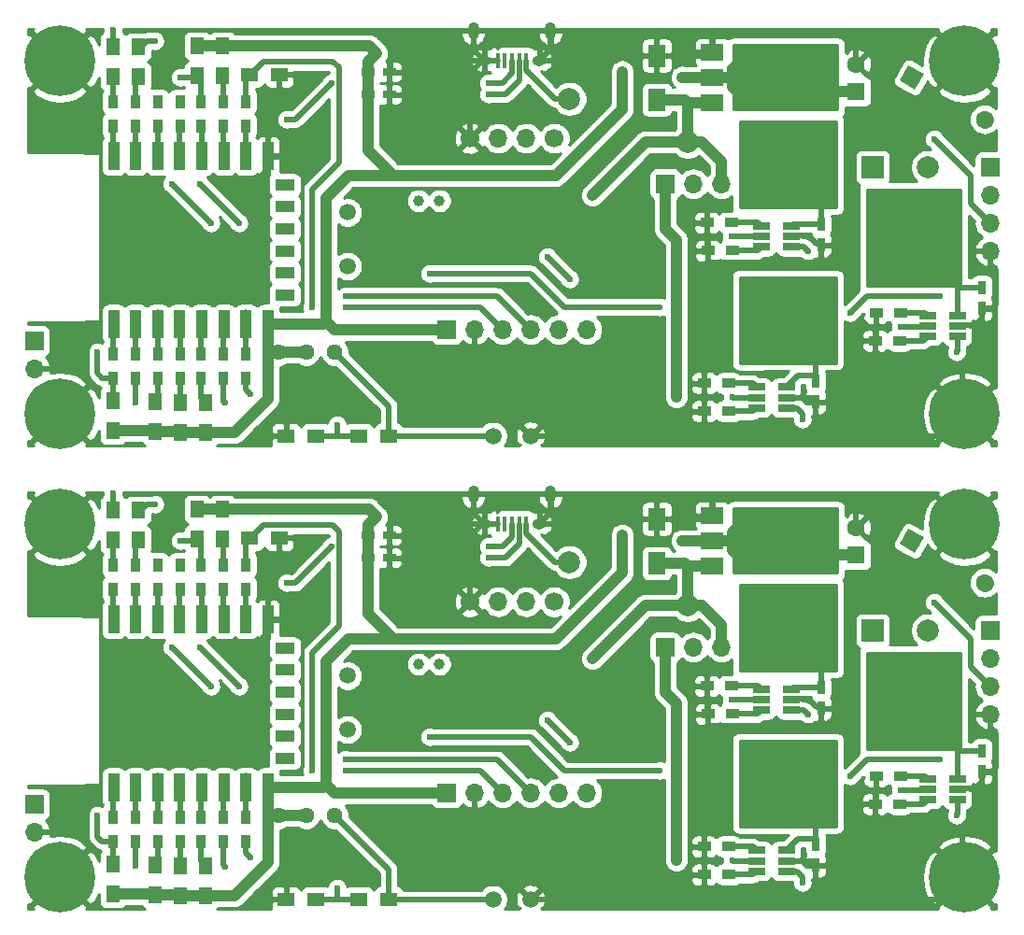
<source format=gtl>
%MOIN*%
%OFA0B0*%
%FSLAX46Y46*%
%IPPOS*%
%LPD*%
%ADD10R,0.03937007874015748X0.0984251968503937*%
%ADD11R,0.070866141732283464X0.03937007874015748*%
%ADD12C,0.066929133858267723*%
%ADD13O,0.066929133858267723X0.066929133858267723*%
%ADD14R,0.066929133858267723X0.066929133858267723*%
%ADD15R,0.047244094488188976X0.029527559055118113*%
%ADD16C,0.25196850393700793*%
%ADD17R,0.035433070866141732X0.047244094488188976*%
%ADD18R,0.047244094488188976X0.035433070866141732*%
%ADD19C,0.07874015748031496*%
%ADD20R,0.07874015748031496X0.07874015748031496*%
%ADD21R,0.062992125984251982X0.07874015748031496*%
%ADD22C,0.062992125984251982*%
%ADD23R,0.062992125984251982X0.062992125984251982*%
%ADD24R,0.029527559055118113X0.047244094488188976*%
%ADD25C,0.062992125984251982*%
%ADD26C,0.0039370078740157488*%
%ADD27O,0.03937007874015748X0.0610236220472441*%
%ADD28O,0.049212598425196853X0.037401574803149609*%
%ADD29R,0.015748031496062995X0.053149606299212608*%
%ADD30R,0.16X0.16*%
%ADD31R,0.051181102362204731X0.059055118110236227*%
%ADD32R,0.059055118110236227X0.051181102362204731*%
%ADD33C,0.059055118110236227*%
%ADD34C,0.056692913385826771*%
%ADD35R,0.07874015748031496X0.059055118110236227*%
%ADD36R,0.07874015748031496X0.14960629921259844*%
%ADD37R,0.061417322834645675X0.025590551181102365*%
%ADD38C,0.03937007874015748*%
%ADD39C,0.023622047244094488*%
%ADD40C,0.03937007874015748*%
%ADD41C,0.01968503937007874*%
%ADD42C,0.01*%
%ADD53R,0.03937007874015748X0.0984251968503937*%
%ADD54R,0.070866141732283464X0.03937007874015748*%
%ADD55C,0.066929133858267723*%
%ADD56O,0.066929133858267723X0.066929133858267723*%
%ADD57R,0.066929133858267723X0.066929133858267723*%
%ADD58R,0.047244094488188976X0.029527559055118113*%
%ADD59C,0.25196850393700793*%
%ADD60R,0.035433070866141732X0.047244094488188976*%
%ADD61R,0.047244094488188976X0.035433070866141732*%
%ADD62C,0.07874015748031496*%
%ADD63R,0.07874015748031496X0.07874015748031496*%
%ADD64R,0.062992125984251982X0.07874015748031496*%
%ADD65C,0.062992125984251982*%
%ADD66R,0.062992125984251982X0.062992125984251982*%
%ADD67R,0.029527559055118113X0.047244094488188976*%
%ADD68C,0.062992125984251982*%
%ADD69C,0.0039370078740157488*%
%ADD70O,0.03937007874015748X0.0610236220472441*%
%ADD71O,0.049212598425196853X0.037401574803149609*%
%ADD72R,0.015748031496062995X0.053149606299212608*%
%ADD73R,0.16X0.16*%
%ADD74R,0.051181102362204731X0.059055118110236227*%
%ADD75R,0.059055118110236227X0.051181102362204731*%
%ADD76C,0.059055118110236227*%
%ADD77C,0.056692913385826771*%
%ADD78R,0.07874015748031496X0.059055118110236227*%
%ADD79R,0.07874015748031496X0.14960629921259844*%
%ADD80R,0.061417322834645675X0.025590551181102365*%
%ADD81C,0.03937007874015748*%
%ADD82C,0.023622047244094488*%
%ADD83C,0.03937007874015748*%
%ADD84C,0.01968503937007874*%
%ADD85C,0.01*%
%LPD*%
D10*
X0000669291Y0002480314D02*
X0000531496Y0002181102D03*
X0000610236Y0002181102D03*
X0000688976Y0002181102D03*
X0000767716Y0002181102D03*
X0000846456Y0002181102D03*
X0000925196Y0002181102D03*
X0001003937Y0002181102D03*
X0001082677Y0002181102D03*
D11*
X0001141732Y0002283464D03*
X0001141732Y0002362204D03*
X0001141732Y0002440944D03*
X0001141732Y0002519685D03*
X0001141732Y0002598425D03*
X0001141732Y0002677165D03*
D10*
X0001082677Y0002779527D03*
X0001003937Y0002779527D03*
X0000925196Y0002779527D03*
X0000846456Y0002779527D03*
X0000767716Y0002779527D03*
X0000688976Y0002779527D03*
X0000610236Y0002779527D03*
X0000531496Y0002779527D03*
D12*
X0001803307Y0002842992D03*
D13*
X0001903307Y0002842992D03*
X0002003307Y0002842992D03*
D12*
X0002103307Y0002842992D03*
D14*
X0001719291Y0002160314D03*
D13*
X0001819291Y0002160314D03*
X0001919291Y0002160314D03*
X0002019291Y0002160314D03*
X0002119291Y0002160314D03*
X0002219291Y0002160314D03*
D15*
X0001439803Y0002999488D03*
X0001514606Y0002999488D03*
X0001514606Y0003079488D03*
X0001439803Y0003079488D03*
D16*
X0003567480Y0001858740D03*
X0003567480Y0003118582D03*
X0000339133Y0001858740D03*
X0000339133Y0003118582D03*
D17*
X0000768503Y0001987952D03*
X0000768503Y0002074566D03*
X0001003503Y0002974566D03*
X0001003503Y0002887952D03*
X0000843503Y0001987952D03*
X0000843503Y0002074566D03*
X0001003503Y0001987952D03*
X0001003503Y0002074566D03*
X0000923503Y0001987952D03*
X0000923503Y0002074566D03*
X0000688503Y0002974566D03*
X0000688503Y0002887952D03*
X0000768503Y0002974566D03*
X0000768503Y0002887952D03*
X0000608503Y0002974566D03*
X0000608503Y0002887952D03*
X0000923503Y0002974566D03*
X0000923503Y0002887952D03*
X0000528503Y0002974566D03*
X0000528503Y0002887952D03*
X0000843503Y0002974566D03*
X0000843503Y0002887952D03*
X0000608503Y0002074566D03*
X0000608503Y0001987952D03*
X0000688503Y0002074566D03*
X0000688503Y0001987952D03*
X0000528503Y0002074566D03*
X0000528503Y0001987952D03*
D18*
X0002648503Y0002541606D03*
X0002735118Y0002541606D03*
X0002651811Y0002441606D03*
X0002738425Y0002441606D03*
X0003252519Y0002220314D03*
X0003339133Y0002220314D03*
X0003248582Y0002120314D03*
X0003335196Y0002120314D03*
X0002638346Y0001969133D03*
X0002724960Y0001969133D03*
X0002638346Y0001869133D03*
X0002724960Y0001869133D03*
D19*
X0003436141Y0002740314D03*
D20*
X0003239291Y0002740314D03*
D21*
X0002469291Y0003137952D03*
X0002469291Y0002980472D03*
D22*
X0003180393Y0003107637D03*
D23*
X0003180393Y0003009212D03*
D24*
X0003035984Y0001977716D03*
X0003035984Y0001902913D03*
X0003629291Y0002235511D03*
X0003629291Y0002310314D03*
X0003055118Y0002462913D03*
X0003055118Y0002537716D03*
D22*
X0003639098Y0002910314D03*
D25*
X0003639098Y0002910314D02*
X0003639098Y0002910314D01*
D22*
X0003379291Y0003060314D03*
D26*
G36*
X0003336266Y0003048786D02*
G01*
X0003367762Y0003103339D01*
X0003422315Y0003071843D01*
X0003390819Y0003017290D01*
X0003336266Y0003048786D01*
X0003336266Y0003048786D01*
G37*
D19*
X0002157539Y0002983820D03*
X0002579291Y0002830314D03*
D27*
X0001814566Y0003227362D03*
X0002090157Y0003227362D03*
D28*
X0001853937Y0003121062D03*
X0002050787Y0003121062D03*
D29*
X0001901181Y0003121062D03*
X0001926771Y0003121062D03*
X0001952362Y0003121062D03*
X0001977952Y0003121062D03*
X0002003543Y0003121062D03*
D30*
X0002937559Y0002200314D03*
X0003399291Y0002488661D03*
X0002937559Y0002760314D03*
D13*
X0000249291Y0002020314D03*
D14*
X0000249291Y0002120314D03*
D13*
X0002699291Y0002680314D03*
X0002599291Y0002680314D03*
D14*
X0002499291Y0002680314D03*
D31*
X0000619291Y0003064015D03*
X0000619291Y0003170314D03*
X0000529291Y0003064015D03*
X0000529291Y0003170314D03*
D32*
X0001406141Y0001780314D03*
X0001512440Y0001780314D03*
X0001252440Y0001780314D03*
X0001146141Y0001780314D03*
D31*
X0000679291Y0001903464D03*
X0000679291Y0001797165D03*
D32*
X0001122440Y0003070314D03*
X0001016141Y0003070314D03*
D31*
X0000919291Y0003173464D03*
X0000919291Y0003067165D03*
X0000529291Y0001800314D03*
X0000529291Y0001906614D03*
X0000829291Y0003067165D03*
X0000829291Y0003173464D03*
D33*
X0002019291Y0001780314D03*
X0001885433Y0001780314D03*
D31*
X0000859291Y0001900314D03*
X0000859291Y0001794015D03*
X0000769291Y0001794015D03*
X0000769291Y0001900314D03*
D34*
X0001319291Y0002080314D03*
X0001219291Y0002080314D03*
X0001119291Y0002080314D03*
D35*
X0002666377Y0003149763D03*
X0002666377Y0002968661D03*
X0002666377Y0003059212D03*
D36*
X0002914409Y0003059212D03*
D37*
X0002931653Y0001880393D03*
X0002931653Y0001917795D03*
X0002931653Y0001955196D03*
X0002825354Y0001955196D03*
X0002825354Y0001880393D03*
X0002825354Y0001917795D03*
X0003435590Y0002173700D03*
X0003435590Y0002136299D03*
X0003435590Y0002211102D03*
X0003541889Y0002211102D03*
X0003541889Y0002173700D03*
X0003541889Y0002136299D03*
X0002841968Y0002492866D03*
X0002841968Y0002455464D03*
X0002841968Y0002530267D03*
X0002948267Y0002530267D03*
X0002948267Y0002492866D03*
X0002948267Y0002455464D03*
D14*
X0003659291Y0002740314D03*
D13*
X0003659291Y0002640314D03*
X0003659291Y0002540314D03*
X0003659291Y0002440314D03*
D33*
X0001366220Y0002578543D03*
X0001366220Y0002386417D03*
D38*
X0001619291Y0002620314D03*
X0001694094Y0002620314D03*
D39*
X0002239291Y0002640314D03*
X0001469291Y0003145314D03*
X0002559291Y0003060314D03*
X0002345905Y0003080314D03*
X0001180078Y0002181102D03*
X0002739291Y0001919133D03*
X0003339291Y0002170314D03*
X0002735118Y0002491606D03*
X0002539291Y0002480314D03*
X0002539291Y0001920314D03*
X0002539291Y0002100314D03*
X0000769291Y0003060314D03*
X0001659291Y0002360314D03*
X0002479291Y0002240314D03*
X0000843503Y0001987952D03*
X0000768503Y0001987952D03*
X0003159291Y0002220314D03*
X0003479291Y0002280314D03*
X0002159291Y0002340314D03*
X0002079291Y0002420314D03*
X0000879291Y0002540314D03*
X0000684867Y0002970930D03*
X0000739291Y0002680315D03*
X0001359291Y0002240314D03*
X0000979291Y0002540314D03*
X0000839291Y0002680314D03*
X0000768503Y0002974566D03*
X0001359291Y0002280314D03*
X0000929685Y0001898110D03*
X0002989291Y0001840314D03*
X0001019291Y0001930314D03*
X0003539291Y0002080314D03*
X0001519291Y0003145314D03*
X0001269291Y0002780315D03*
X0001500638Y0002834986D03*
X0001029291Y0001780314D03*
X0002990629Y0001917795D03*
X0003604645Y0002175669D03*
X0003008976Y0002495464D03*
X0000939291Y0002400314D03*
X0001034291Y0002635314D03*
X0000474291Y0002080314D03*
X0001869291Y0003040314D03*
X0001869291Y0003000314D03*
X0003459291Y0002840315D03*
X0000609291Y0001900314D03*
X0001329291Y0001820314D03*
X0003009291Y0002440314D03*
X0001239291Y0002240314D03*
X0001309291Y0003040314D03*
X0001149291Y0002910314D03*
X0000679291Y0003190314D03*
X0000679291Y0003190314D03*
X0000529291Y0003230314D03*
D40*
X0002579291Y0002967007D02*
X0002580944Y0002968661D01*
X0002579291Y0002830314D02*
X0002579291Y0002967007D01*
X0002666377Y0002968661D02*
X0002580944Y0002968661D01*
X0002569133Y0002980472D02*
X0002469291Y0002980472D01*
X0002580944Y0002968661D02*
X0002569133Y0002980472D01*
X0002629291Y0002830314D02*
X0002579291Y0002830314D01*
X0002699291Y0002680314D02*
X0002699291Y0002760314D01*
X0002699291Y0002760314D02*
X0002629291Y0002830314D01*
X0002429291Y0002830314D02*
X0002579291Y0002830314D01*
X0002239291Y0002640314D02*
X0002429291Y0002830314D01*
X0001439803Y0002999488D02*
X0001439803Y0003079488D01*
X0000829291Y0003173464D02*
X0000919291Y0003173464D01*
X0001439803Y0003115826D02*
X0001439803Y0003079488D01*
X0001469291Y0003145314D02*
X0001439803Y0003115826D01*
X0001441141Y0003173464D02*
X0001469291Y0003145314D01*
X0000919291Y0003173464D02*
X0001441141Y0003173464D01*
X0002915511Y0003060314D02*
X0002914409Y0003059212D01*
X0003029291Y0003060314D02*
X0002915511Y0003060314D01*
X0003180393Y0003009212D02*
X0003080393Y0003009212D01*
X0003080393Y0003009212D02*
X0003029291Y0003060314D01*
X0002666377Y0003059212D02*
X0002560393Y0003059212D01*
X0002560393Y0003059212D02*
X0002559291Y0003060314D01*
X0001439803Y0002799803D02*
X0001479291Y0002760314D01*
X0001439803Y0002999488D02*
X0001439803Y0002799803D01*
X0001479291Y0002760314D02*
X0001529291Y0002710314D01*
X0001082677Y0002181102D02*
X0001180078Y0002181102D01*
X0002666377Y0003059212D02*
X0002760708Y0003059212D01*
X0002760708Y0003059212D02*
X0002819133Y0003059212D01*
X0002819133Y0003059212D02*
X0002914409Y0003059212D01*
X0001082677Y0002071929D02*
X0001082677Y0002181102D01*
X0000529291Y0001800314D02*
X0000686141Y0001800314D01*
X0000859291Y0001794015D02*
X0000769291Y0001794015D01*
X0000766141Y0001797165D02*
X0000769291Y0001794015D01*
X0000679291Y0001797165D02*
X0000766141Y0001797165D01*
D41*
X0002825354Y0001917795D02*
X0002740629Y0001917795D01*
X0002740629Y0001917795D02*
X0002739291Y0001919133D01*
X0003432204Y0002170314D02*
X0003435590Y0002173700D01*
X0003339291Y0002170314D02*
X0003432204Y0002170314D01*
X0002841968Y0002492866D02*
X0002736377Y0002492866D01*
X0002736377Y0002492866D02*
X0002735118Y0002491606D01*
D40*
X0001082677Y0002071929D02*
X0001082677Y0001913700D01*
X0000962992Y0001794015D02*
X0000859291Y0001794015D01*
X0001082677Y0001913700D02*
X0000962992Y0001794015D01*
X0001369291Y0002710314D02*
X0001529291Y0002710314D01*
X0001289291Y0002630314D02*
X0001369291Y0002710314D01*
X0001289291Y0002290314D02*
X0001289291Y0002630314D01*
X0002499291Y0002520314D02*
X0002539291Y0002480314D01*
X0002499291Y0002680314D02*
X0002499291Y0002520314D01*
X0002345905Y0002946929D02*
X0002345905Y0003080314D01*
X0001529291Y0002710314D02*
X0002109291Y0002710314D01*
X0002109291Y0002710314D02*
X0002345905Y0002946929D01*
X0002539291Y0001920314D02*
X0002539291Y0002100314D01*
X0002539291Y0002463611D02*
X0002539291Y0002100314D01*
X0002539291Y0002480314D02*
X0002539291Y0002463611D01*
X0001219291Y0002080314D02*
X0001119291Y0002080314D01*
X0001091062Y0002080314D02*
X0001082677Y0002071929D01*
X0001119291Y0002080314D02*
X0001091062Y0002080314D01*
X0001289291Y0002250314D02*
X0001289291Y0002290314D01*
X0001289291Y0002190314D02*
X0001289291Y0002250314D01*
X0001180078Y0002181102D02*
X0001280078Y0002181102D01*
X0001280078Y0002181102D02*
X0001289291Y0002190314D01*
X0001319291Y0002160314D02*
X0001719291Y0002160314D01*
X0001289291Y0002190314D02*
X0001319291Y0002160314D01*
D41*
X0000843503Y0003052952D02*
X0000829291Y0003067165D01*
X0000843503Y0002974566D02*
X0000843503Y0003052952D01*
X0000822440Y0003060314D02*
X0000829291Y0003067165D01*
X0000769291Y0003060314D02*
X0000822440Y0003060314D01*
X0002139291Y0002240314D02*
X0002462588Y0002240314D01*
X0001659291Y0002360314D02*
X0002019291Y0002360314D01*
X0002462588Y0002240314D02*
X0002479291Y0002240314D01*
X0002019291Y0002360314D02*
X0002139291Y0002240314D01*
X0000843503Y0001916102D02*
X0000859291Y0001900314D01*
X0000843503Y0001987952D02*
X0000843503Y0001916102D01*
X0000768503Y0001901102D02*
X0000769291Y0001900314D01*
X0000768503Y0001987952D02*
X0000768503Y0001901102D01*
X0003219291Y0002280314D02*
X0003479291Y0002280314D01*
X0003159291Y0002220314D02*
X0003219291Y0002280314D01*
X0002079291Y0002420314D02*
X0002079291Y0002420314D01*
X0002159291Y0002340314D02*
X0002079291Y0002420314D01*
X0000879291Y0002540314D02*
X0000739291Y0002680314D01*
X0000739291Y0002680314D02*
X0000739291Y0002680315D01*
X0001839291Y0002240314D02*
X0001375994Y0002240314D01*
X0001919291Y0002160314D02*
X0001839291Y0002240314D01*
X0001375994Y0002240314D02*
X0001359291Y0002240314D01*
X0000979291Y0002540314D02*
X0000839291Y0002680314D01*
X0001375994Y0002280314D02*
X0001359291Y0002280314D01*
X0001899291Y0002280314D02*
X0001375994Y0002280314D01*
X0002019291Y0002160314D02*
X0001899291Y0002280314D01*
X0000923503Y0001987952D02*
X0000923503Y0001904291D01*
X0000923503Y0001904291D02*
X0000929685Y0001898110D01*
X0002989291Y0001860314D02*
X0002989291Y0001840314D01*
X0002931653Y0001880393D02*
X0002969212Y0001880393D01*
X0002969212Y0001880393D02*
X0002989291Y0001860314D01*
X0001003503Y0001987952D02*
X0001003503Y0001946102D01*
X0001003503Y0001946102D02*
X0001019291Y0001930314D01*
X0003541889Y0002082913D02*
X0003539291Y0002080314D01*
X0003541889Y0002136299D02*
X0003541889Y0002082913D01*
X0001901181Y0003121062D02*
X0001853937Y0003121062D01*
X0001814566Y0003160433D02*
X0001853937Y0003121062D01*
X0001814566Y0003227362D02*
X0001814566Y0003160433D01*
X0002090157Y0003160433D02*
X0002050787Y0003121062D01*
X0002090157Y0003227362D02*
X0002090157Y0003160433D01*
X0001514606Y0002999488D02*
X0001514606Y0003079488D01*
X0001519291Y0003084173D02*
X0001514606Y0003079488D01*
X0001519291Y0003145314D02*
X0001519291Y0003084173D01*
X0001848031Y0003121062D02*
X0001853937Y0003121062D01*
X0001803307Y0003076338D02*
X0001848031Y0003121062D01*
X0001803307Y0002842992D02*
X0001803307Y0003076338D01*
X0001122440Y0003016062D02*
X0001122440Y0003070314D01*
X0001082677Y0002779527D02*
X0001082677Y0002976299D01*
X0001082677Y0002976299D02*
X0001122440Y0003016062D01*
X0003458700Y0003227362D02*
X0003567480Y0003118582D01*
X0003180393Y0003225511D02*
X0003182244Y0003227362D01*
X0003180393Y0003107637D02*
X0003180393Y0003225511D01*
X0003182244Y0003227362D02*
X0003458700Y0003227362D01*
X0002090157Y0003227362D02*
X0002666338Y0003227362D01*
X0002666338Y0003227362D02*
X0003182244Y0003227362D01*
X0002666338Y0003199015D02*
X0002666338Y0003227362D01*
X0002666377Y0003149763D02*
X0002666377Y0003198976D01*
X0002666377Y0003198976D02*
X0002666338Y0003199015D01*
X0002654566Y0003137952D02*
X0002666377Y0003149763D01*
X0002469291Y0003137952D02*
X0002654566Y0003137952D01*
X0001268503Y0002779527D02*
X0001269291Y0002780315D01*
X0001082677Y0002779527D02*
X0001268503Y0002779527D01*
X0001514606Y0002999488D02*
X0001514606Y0002848954D01*
X0001514606Y0002848954D02*
X0001512449Y0002846797D01*
X0001512449Y0002846797D02*
X0001500638Y0002834986D01*
X0001596338Y0003227362D02*
X0001814566Y0003227362D01*
X0001519291Y0003145314D02*
X0001519291Y0003150314D01*
X0001519291Y0003150314D02*
X0001596338Y0003227362D01*
X0001814566Y0003227362D02*
X0002090157Y0003227362D01*
X0001029291Y0001780314D02*
X0001146141Y0001780314D01*
X0001082677Y0002779527D02*
X0001082677Y0002733700D01*
X0002638346Y0001969133D02*
X0002638346Y0001869133D01*
X0002931653Y0001917795D02*
X0002990629Y0001917795D01*
X0002990629Y0001917795D02*
X0003032047Y0001917795D01*
X0003543858Y0002175669D02*
X0003541889Y0002173700D01*
X0003604645Y0002175669D02*
X0003543858Y0002175669D01*
X0002950866Y0002495464D02*
X0002948267Y0002492866D01*
X0003008976Y0002495464D02*
X0002950866Y0002495464D01*
X0003629291Y0002200314D02*
X0003604645Y0002175669D01*
X0003629291Y0002235511D02*
X0003629291Y0002200314D01*
X0003252519Y0002124251D02*
X0003248582Y0002120314D01*
X0003252519Y0002220314D02*
X0003252519Y0002124251D01*
X0003604645Y0002158965D02*
X0003604645Y0002175669D01*
X0003604645Y0002075669D02*
X0003604645Y0002158965D01*
X0003559291Y0002030314D02*
X0003604645Y0002075669D01*
X0003301181Y0002030314D02*
X0003559291Y0002030314D01*
X0003248582Y0002120314D02*
X0003248582Y0002082913D01*
X0003248582Y0002082913D02*
X0003301181Y0002030314D01*
X0003559291Y0001866929D02*
X0003567480Y0001858740D01*
X0003559291Y0002030314D02*
X0003559291Y0001866929D01*
X0002648503Y0002444913D02*
X0002651811Y0002441606D01*
X0002648503Y0002541606D02*
X0002648503Y0002444913D01*
X0002651811Y0002441606D02*
X0002651811Y0002404204D01*
X0002651811Y0002404204D02*
X0002655700Y0002400314D01*
X0002638346Y0002382960D02*
X0002655700Y0002400314D01*
X0002638346Y0001969133D02*
X0002638346Y0002382960D01*
X0001819291Y0001980314D02*
X0002019291Y0001780314D01*
X0001819291Y0002160314D02*
X0001819291Y0001980314D01*
X0001082677Y0002733700D02*
X0001034291Y0002685314D01*
X0003489055Y0001780314D02*
X0003567480Y0001858740D01*
X0003035984Y0001783622D02*
X0003039291Y0001780314D01*
X0003035984Y0001902913D02*
X0003035984Y0001783622D01*
X0003039291Y0001780314D02*
X0003489055Y0001780314D01*
X0002638346Y0001781259D02*
X0002639291Y0001780314D01*
X0002638346Y0001869133D02*
X0002638346Y0001781259D01*
X0002019291Y0001780314D02*
X0002639291Y0001780314D01*
X0002639291Y0001780314D02*
X0003039291Y0001780314D01*
X0002655700Y0002400314D02*
X0003039291Y0002400314D01*
X0003055118Y0002416141D02*
X0003055118Y0002462913D01*
X0003039291Y0002400314D02*
X0003055118Y0002416141D01*
X0003008976Y0002495464D02*
X0003039291Y0002465149D01*
X0003052881Y0002465149D02*
X0003055118Y0002462913D01*
X0003039291Y0002465149D02*
X0003052881Y0002465149D01*
X0003663740Y0002235511D02*
X0003629291Y0002235511D01*
X0003679291Y0002251062D02*
X0003663740Y0002235511D01*
X0003679291Y0002372988D02*
X0003679291Y0002251062D01*
X0003659291Y0002392988D02*
X0003679291Y0002372988D01*
X0003659291Y0002440314D02*
X0003659291Y0002392988D01*
X0000999291Y0002400314D02*
X0000939291Y0002400314D01*
X0001034291Y0002685314D02*
X0001034291Y0002435314D01*
X0001034291Y0002435314D02*
X0000999291Y0002400314D01*
X0001034291Y0002685314D02*
X0001034291Y0002635314D01*
X0000528503Y0001907401D02*
X0000529291Y0001906614D01*
X0000528503Y0001987952D02*
X0000528503Y0001907401D01*
X0000491102Y0001987952D02*
X0000474291Y0002004763D01*
X0000528503Y0001987952D02*
X0000491102Y0001987952D01*
X0000474291Y0002004763D02*
X0000474291Y0002080314D01*
X0003035984Y0002134330D02*
X0002937559Y0002232755D01*
X0003035984Y0001996535D02*
X0003035984Y0002134330D01*
X0002972992Y0001996535D02*
X0002931653Y0001955196D01*
X0003035984Y0001996535D02*
X0002972992Y0001996535D01*
X0003541889Y0002376456D02*
X0003429685Y0002488661D01*
X0003544488Y0002310314D02*
X0003541889Y0002312913D01*
X0003629291Y0002310314D02*
X0003544488Y0002310314D01*
X0003541889Y0002211102D02*
X0003541889Y0002312913D01*
X0003541889Y0002312913D02*
X0003541889Y0002376456D01*
X0003055118Y0002698582D02*
X0002953385Y0002800314D01*
X0003055118Y0002560267D02*
X0003055118Y0002712944D01*
X0002955716Y0002537716D02*
X0002948267Y0002530267D01*
X0003055118Y0002537716D02*
X0002955716Y0002537716D01*
X0002105786Y0002983820D02*
X0002157539Y0002983820D01*
X0002003543Y0003121062D02*
X0002003543Y0003086062D01*
X0002003543Y0003086062D02*
X0002105786Y0002983820D01*
X0001952362Y0003074803D02*
X0001952362Y0003121062D01*
X0001917874Y0003040314D02*
X0001952362Y0003074803D01*
X0001869291Y0003040314D02*
X0001917874Y0003040314D01*
X0001977952Y0003074803D02*
X0001977952Y0003121062D01*
X0001977952Y0003048976D02*
X0001977952Y0003074803D01*
X0001869291Y0003000314D02*
X0001929291Y0003000314D01*
X0001929291Y0003000314D02*
X0001977952Y0003048976D01*
X0002814094Y0001869133D02*
X0002825354Y0001880393D01*
X0002724960Y0001869133D02*
X0002814094Y0001869133D01*
X0002811417Y0001969133D02*
X0002825354Y0001955196D01*
X0002724960Y0001969133D02*
X0002811417Y0001969133D01*
X0003419606Y0002120314D02*
X0003435590Y0002136299D01*
X0003335196Y0002120314D02*
X0003419606Y0002120314D01*
X0003426377Y0002220314D02*
X0003435590Y0002211102D01*
X0003339133Y0002220314D02*
X0003426377Y0002220314D01*
X0002828110Y0002441606D02*
X0002841968Y0002455464D01*
X0002738425Y0002441606D02*
X0002828110Y0002441606D01*
X0002830629Y0002541606D02*
X0002841968Y0002530267D01*
X0002735118Y0002541606D02*
X0002830629Y0002541606D01*
X0003589291Y0002610314D02*
X0003659291Y0002540314D01*
X0003459291Y0002840315D02*
X0003589291Y0002710315D01*
X0003589291Y0002710315D02*
X0003589291Y0002610314D01*
X0000528503Y0002179842D02*
X0000530708Y0002182047D01*
X0000528503Y0002074566D02*
X0000528503Y0002219842D01*
X0000688503Y0002181732D02*
X0000688188Y0002182047D01*
X0000688503Y0002074566D02*
X0000688503Y0002221732D01*
X0000688503Y0001904251D02*
X0000689291Y0001903464D01*
X0000688503Y0001987952D02*
X0000688503Y0001904251D01*
X0000608503Y0001987952D02*
X0000608503Y0001901102D01*
X0000608503Y0001901102D02*
X0000609291Y0001900314D01*
X0001329291Y0001820314D02*
X0001329291Y0001780314D01*
X0001252440Y0001780314D02*
X0001329291Y0001780314D01*
X0001329291Y0001780314D02*
X0001406141Y0001780314D01*
X0000608503Y0002181102D02*
X0000609448Y0002182047D01*
X0000608503Y0002074566D02*
X0000608503Y0002221102D01*
X0000845669Y0002885787D02*
X0000843503Y0002887952D01*
X0000845669Y0002740472D02*
X0000845669Y0002885787D01*
X0000530708Y0002885748D02*
X0000528503Y0002887952D01*
X0000530708Y0002740472D02*
X0000530708Y0002885748D01*
X0000528503Y0003063228D02*
X0000529291Y0003064015D01*
X0000528503Y0002974566D02*
X0000528503Y0003063228D01*
X0000923503Y0003062952D02*
X0000919291Y0003067165D01*
X0000923503Y0002974566D02*
X0000923503Y0003062952D01*
X0000924409Y0002887047D02*
X0000923503Y0002887952D01*
X0000924409Y0002740472D02*
X0000924409Y0002887047D01*
X0000609448Y0002887007D02*
X0000608503Y0002887952D01*
X0000609448Y0002740472D02*
X0000609448Y0002887007D01*
X0000608503Y0003053228D02*
X0000619291Y0003064015D01*
X0000608503Y0002974566D02*
X0000608503Y0003053228D01*
X0000766929Y0002886377D02*
X0000768503Y0002887952D01*
X0000766929Y0002740472D02*
X0000766929Y0002886377D01*
X0000688188Y0002887637D02*
X0000688503Y0002887952D01*
X0000688188Y0002740472D02*
X0000688188Y0002887637D01*
X0000923503Y0002181141D02*
X0000924409Y0002182047D01*
X0000923503Y0002074566D02*
X0000923503Y0002221141D01*
X0001003503Y0002181692D02*
X0001003149Y0002182047D01*
X0001003503Y0002074566D02*
X0001003503Y0002221692D01*
X0000843503Y0002179881D02*
X0000845669Y0002182047D01*
X0000843503Y0002074566D02*
X0000843503Y0002219881D01*
X0001003503Y0002780826D02*
X0001003149Y0002780472D01*
X0001003503Y0002887952D02*
X0001003503Y0002740826D01*
X0001003503Y0003057677D02*
X0001016141Y0003070314D01*
X0001003503Y0002974566D02*
X0001003503Y0003057677D01*
X0002994141Y0002455464D02*
X0002948267Y0002455464D01*
X0003009291Y0002440314D02*
X0002994141Y0002455464D01*
X0001065354Y0003115590D02*
X0001314015Y0003115590D01*
X0001016141Y0003070314D02*
X0001020078Y0003070314D01*
X0001020078Y0003070314D02*
X0001065354Y0003115590D01*
X0001334881Y0002755905D02*
X0001239291Y0002660314D01*
X0001314015Y0003115590D02*
X0001334881Y0003094724D01*
X0001334881Y0003094724D02*
X0001334881Y0002755905D01*
X0001239291Y0002257018D02*
X0001239291Y0002240314D01*
X0001239291Y0002660314D02*
X0001239291Y0002257018D01*
X0000768503Y0002180472D02*
X0000766929Y0002182047D01*
X0000768503Y0002074566D02*
X0000768503Y0002220472D01*
X0001309291Y0003040314D02*
X0001179291Y0002910314D01*
X0001179291Y0002910314D02*
X0001149291Y0002910314D01*
X0000649291Y0003190314D02*
X0000679291Y0003190314D01*
X0000619291Y0003170314D02*
X0000629291Y0003170314D01*
X0000629291Y0003170314D02*
X0000649291Y0003190314D01*
X0000529291Y0003230314D02*
X0000529291Y0003170314D01*
X0001885433Y0001780314D02*
X0001512440Y0001780314D01*
X0001512440Y0001887165D02*
X0001319291Y0002080314D01*
X0001512440Y0001780314D02*
X0001512440Y0001887165D01*
X0001144094Y0002281259D02*
X0001140944Y0002284409D01*
X0001142834Y0002361259D02*
X0001140944Y0002363149D01*
X0001141574Y0002441259D02*
X0001140944Y0002441889D01*
X0001141574Y0002521259D02*
X0001140944Y0002520629D01*
X0001142834Y0002601259D02*
X0001140944Y0002599370D01*
X0001144094Y0002681259D02*
X0001140944Y0002678110D01*
D42*
G36*
X0003109724Y0002596678D02*
G01*
X0002765393Y0002596678D01*
X0002765393Y0002901638D01*
X0003109724Y0002901638D01*
X0003109724Y0002596678D01*
X0003109724Y0002596678D01*
G37*
X0003109724Y0002596678D02*
X0002765393Y0002596678D01*
X0002765393Y0002901638D01*
X0003109724Y0002901638D01*
X0003109724Y0002596678D01*
G36*
X0003109724Y0002041248D02*
G01*
X0002765393Y0002040910D01*
X0002765393Y0002345871D01*
X0003109724Y0002346209D01*
X0003109724Y0002041248D01*
X0003109724Y0002041248D01*
G37*
X0003109724Y0002041248D02*
X0002765393Y0002040910D01*
X0002765393Y0002345871D01*
X0003109724Y0002346209D01*
X0003109724Y0002041248D01*
G36*
X0003554291Y0002316496D02*
G01*
X0003484469Y0002316496D01*
X0003482885Y0002316811D01*
X0003475696Y0002316811D01*
X0003474113Y0002316496D01*
X0003218149Y0002316496D01*
X0003218149Y0002660826D01*
X0003554291Y0002660826D01*
X0003554291Y0002316496D01*
X0003554291Y0002316496D01*
G37*
X0003554291Y0002316496D02*
X0003484469Y0002316496D01*
X0003482885Y0002316811D01*
X0003475696Y0002316811D01*
X0003474113Y0002316496D01*
X0003218149Y0002316496D01*
X0003218149Y0002660826D01*
X0003554291Y0002660826D01*
X0003554291Y0002316496D01*
G36*
X0000239871Y0003224916D02*
G01*
X0000339133Y0003125653D01*
X0000438396Y0003224916D01*
X0000433412Y0003231692D01*
X0000492795Y0003231692D01*
X0000492795Y0003226720D01*
X0000493643Y0003222456D01*
X0000489920Y0003220466D01*
X0000486161Y0003217381D01*
X0000483076Y0003213623D01*
X0000480784Y0003209334D01*
X0000479372Y0003204681D01*
X0000478896Y0003199842D01*
X0000478896Y0003177213D01*
X0000465809Y0003202073D01*
X0000464745Y0003203664D01*
X0000445467Y0003217845D01*
X0000346204Y0003118582D01*
X0000445467Y0003019319D01*
X0000464745Y0003033500D01*
X0000478896Y0003059577D01*
X0000478896Y0003034488D01*
X0000479372Y0003029649D01*
X0000480784Y0003024995D01*
X0000483076Y0003020707D01*
X0000486161Y0003016948D01*
X0000489920Y0003013864D01*
X0000491169Y0003013196D01*
X0000490163Y0003011969D01*
X0000487871Y0003007681D01*
X0000486459Y0003003028D01*
X0000485982Y0002998188D01*
X0000485982Y0002950944D01*
X0000486459Y0002946105D01*
X0000487871Y0002941452D01*
X0000490163Y0002937164D01*
X0000493247Y0002933405D01*
X0000495862Y0002931259D01*
X0000493247Y0002929114D01*
X0000490163Y0002925355D01*
X0000487871Y0002921067D01*
X0000486459Y0002916413D01*
X0000485982Y0002911574D01*
X0000485982Y0002864330D01*
X0000486459Y0002859491D01*
X0000487871Y0002854838D01*
X0000490163Y0002850550D01*
X0000493247Y0002846791D01*
X0000494110Y0002846083D01*
X0000491186Y0002842520D01*
X0000488894Y0002838232D01*
X0000487483Y0002833579D01*
X0000487006Y0002828740D01*
X0000487006Y0002730314D01*
X0000487483Y0002725475D01*
X0000488894Y0002720822D01*
X0000491186Y0002716534D01*
X0000494271Y0002712775D01*
X0000498030Y0002709690D01*
X0000502318Y0002707398D01*
X0000506971Y0002705987D01*
X0000511811Y0002705510D01*
X0000551181Y0002705510D01*
X0000556020Y0002705987D01*
X0000560673Y0002707398D01*
X0000564961Y0002709690D01*
X0000568720Y0002712775D01*
X0000570866Y0002715390D01*
X0000573011Y0002712775D01*
X0000576770Y0002709690D01*
X0000581058Y0002707398D01*
X0000585712Y0002705987D01*
X0000590551Y0002705510D01*
X0000629921Y0002705510D01*
X0000634760Y0002705987D01*
X0000639413Y0002707398D01*
X0000643701Y0002709690D01*
X0000647460Y0002712775D01*
X0000649606Y0002715390D01*
X0000651751Y0002712775D01*
X0000655510Y0002709690D01*
X0000659799Y0002707398D01*
X0000664452Y0002705987D01*
X0000669291Y0002705510D01*
X0000708661Y0002705510D01*
X0000713333Y0002705970D01*
X0000710942Y0002703580D01*
X0000706948Y0002697602D01*
X0000704197Y0002690960D01*
X0000702795Y0002683909D01*
X0000702795Y0002676720D01*
X0000704197Y0002669669D01*
X0000706948Y0002663027D01*
X0000710942Y0002657050D01*
X0000716026Y0002651966D01*
X0000722003Y0002647972D01*
X0000723370Y0002647406D01*
X0000846382Y0002524393D01*
X0000846948Y0002523027D01*
X0000850942Y0002517050D01*
X0000856026Y0002511966D01*
X0000862003Y0002507972D01*
X0000868645Y0002505221D01*
X0000875696Y0002503818D01*
X0000882885Y0002503818D01*
X0000889936Y0002505221D01*
X0000896578Y0002507972D01*
X0000902556Y0002511966D01*
X0000907639Y0002517050D01*
X0000911633Y0002523027D01*
X0000914384Y0002529669D01*
X0000915787Y0002536720D01*
X0000915787Y0002543909D01*
X0000914384Y0002550960D01*
X0000911633Y0002557602D01*
X0000908530Y0002562246D01*
X0000946382Y0002524393D01*
X0000946948Y0002523027D01*
X0000950942Y0002517050D01*
X0000956026Y0002511966D01*
X0000962003Y0002507972D01*
X0000968645Y0002505221D01*
X0000975696Y0002503818D01*
X0000982885Y0002503818D01*
X0000989936Y0002505221D01*
X0000996578Y0002507972D01*
X0001002556Y0002511966D01*
X0001007639Y0002517050D01*
X0001011633Y0002523027D01*
X0001014384Y0002529669D01*
X0001015787Y0002536720D01*
X0001015787Y0002543909D01*
X0001014384Y0002550960D01*
X0001011633Y0002557602D01*
X0001007639Y0002563579D01*
X0001002556Y0002568663D01*
X0000996578Y0002572657D01*
X0000995212Y0002573223D01*
X0000872199Y0002696235D01*
X0000871633Y0002697602D01*
X0000867639Y0002703579D01*
X0000865709Y0002705510D01*
X0000866141Y0002705510D01*
X0000870980Y0002705987D01*
X0000875633Y0002707398D01*
X0000879922Y0002709690D01*
X0000883681Y0002712775D01*
X0000885826Y0002715390D01*
X0000887972Y0002712775D01*
X0000891731Y0002709690D01*
X0000896019Y0002707398D01*
X0000900672Y0002705987D01*
X0000905511Y0002705510D01*
X0000944881Y0002705510D01*
X0000949720Y0002705987D01*
X0000954374Y0002707398D01*
X0000958662Y0002709690D01*
X0000962421Y0002712775D01*
X0000964566Y0002715390D01*
X0000966712Y0002712775D01*
X0000970471Y0002709690D01*
X0000974759Y0002707398D01*
X0000979412Y0002705987D01*
X0000984251Y0002705510D01*
X0001023622Y0002705510D01*
X0001028461Y0002705987D01*
X0001033114Y0002707398D01*
X0001037402Y0002709690D01*
X0001041161Y0002712775D01*
X0001043103Y0002715141D01*
X0001045228Y0002712551D01*
X0001049035Y0002709427D01*
X0001053378Y0002707106D01*
X0001058091Y0002705676D01*
X0001062992Y0002705194D01*
X0001071427Y0002705314D01*
X0001077677Y0002711564D01*
X0001077677Y0002774527D01*
X0001076889Y0002774527D01*
X0001076889Y0002784527D01*
X0001077677Y0002784527D01*
X0001077677Y0002847490D01*
X0001087677Y0002847490D01*
X0001087677Y0002784527D01*
X0001121112Y0002784527D01*
X0001127362Y0002790777D01*
X0001127483Y0002828740D01*
X0001127000Y0002833641D01*
X0001125570Y0002838353D01*
X0001123249Y0002842696D01*
X0001120125Y0002846503D01*
X0001116318Y0002849627D01*
X0001111975Y0002851948D01*
X0001107263Y0002853378D01*
X0001102362Y0002853861D01*
X0001093927Y0002853740D01*
X0001087677Y0002847490D01*
X0001077677Y0002847490D01*
X0001071427Y0002853740D01*
X0001062992Y0002853861D01*
X0001058091Y0002853378D01*
X0001053378Y0002851948D01*
X0001049035Y0002849627D01*
X0001045228Y0002846503D01*
X0001043103Y0002843913D01*
X0001041161Y0002846279D01*
X0001039475Y0002847663D01*
X0001041844Y0002850550D01*
X0001044136Y0002854838D01*
X0001045548Y0002859491D01*
X0001046024Y0002864330D01*
X0001046024Y0002911574D01*
X0001045548Y0002916413D01*
X0001044136Y0002921067D01*
X0001041844Y0002925355D01*
X0001038759Y0002929114D01*
X0001036145Y0002931259D01*
X0001038759Y0002933405D01*
X0001041844Y0002937164D01*
X0001044136Y0002941452D01*
X0001045548Y0002946105D01*
X0001046024Y0002950944D01*
X0001046024Y0002998188D01*
X0001045548Y0003003028D01*
X0001044136Y0003007681D01*
X0001041844Y0003011969D01*
X0001038759Y0003015728D01*
X0001038031Y0003016326D01*
X0001038031Y0003019919D01*
X0001045669Y0003019919D01*
X0001050508Y0003020396D01*
X0001055161Y0003021808D01*
X0001059449Y0003024100D01*
X0001063208Y0003027185D01*
X0001066293Y0003030943D01*
X0001068585Y0003035232D01*
X0001069126Y0003037016D01*
X0001069704Y0003035111D01*
X0001072026Y0003030767D01*
X0001075150Y0003026961D01*
X0001078956Y0003023837D01*
X0001083299Y0003021515D01*
X0001088012Y0003020086D01*
X0001092913Y0003019603D01*
X0001111190Y0003019724D01*
X0001117440Y0003025974D01*
X0001117440Y0003065314D01*
X0001127440Y0003065314D01*
X0001127440Y0003025974D01*
X0001133690Y0003019724D01*
X0001151968Y0003019603D01*
X0001156869Y0003020086D01*
X0001161581Y0003021515D01*
X0001165924Y0003023837D01*
X0001169731Y0003026961D01*
X0001172855Y0003030767D01*
X0001175177Y0003035111D01*
X0001176606Y0003039823D01*
X0001177089Y0003044724D01*
X0001176968Y0003059064D01*
X0001170718Y0003065314D01*
X0001127440Y0003065314D01*
X0001117440Y0003065314D01*
X0001116653Y0003065314D01*
X0001116653Y0003075314D01*
X0001117440Y0003075314D01*
X0001117440Y0003076102D01*
X0001127440Y0003076102D01*
X0001127440Y0003075314D01*
X0001170718Y0003075314D01*
X0001176466Y0003081062D01*
X0001299713Y0003081062D01*
X0001300354Y0003080422D01*
X0001300354Y0003075748D01*
X0001298645Y0003075408D01*
X0001292003Y0003072657D01*
X0001286026Y0003068663D01*
X0001280942Y0003063579D01*
X0001276948Y0003057602D01*
X0001276382Y0003056235D01*
X0001164989Y0002944842D01*
X0001161303Y0002944842D01*
X0001159936Y0002945408D01*
X0001152885Y0002946811D01*
X0001145696Y0002946811D01*
X0001138645Y0002945408D01*
X0001132003Y0002942657D01*
X0001126026Y0002938663D01*
X0001120942Y0002933579D01*
X0001116948Y0002927602D01*
X0001114197Y0002920960D01*
X0001112795Y0002913909D01*
X0001112795Y0002906720D01*
X0001114197Y0002899669D01*
X0001116948Y0002893027D01*
X0001120942Y0002887050D01*
X0001126026Y0002881966D01*
X0001132003Y0002877972D01*
X0001138645Y0002875221D01*
X0001145696Y0002873818D01*
X0001152885Y0002873818D01*
X0001159936Y0002875221D01*
X0001161303Y0002875787D01*
X0001177595Y0002875787D01*
X0001179291Y0002875620D01*
X0001180987Y0002875787D01*
X0001186059Y0002876287D01*
X0001192568Y0002878261D01*
X0001198566Y0002881467D01*
X0001203824Y0002885782D01*
X0001204905Y0002887099D01*
X0001300354Y0002982548D01*
X0001300354Y0002770207D01*
X0001216076Y0002685929D01*
X0001214758Y0002684847D01*
X0001210443Y0002679590D01*
X0001208599Y0002676140D01*
X0001207237Y0002673591D01*
X0001205263Y0002667083D01*
X0001204596Y0002660314D01*
X0001204763Y0002658618D01*
X0001204763Y0002258714D01*
X0001204763Y0002258714D01*
X0001204763Y0002252326D01*
X0001204197Y0002250960D01*
X0001202795Y0002243909D01*
X0001202795Y0002236720D01*
X0001204197Y0002229669D01*
X0001205936Y0002225472D01*
X0001127166Y0002225472D01*
X0001127166Y0002230314D01*
X0001126690Y0002235154D01*
X0001125530Y0002238975D01*
X0001177165Y0002238975D01*
X0001182004Y0002239451D01*
X0001186657Y0002240863D01*
X0001190945Y0002243155D01*
X0001194704Y0002246240D01*
X0001197789Y0002249998D01*
X0001200081Y0002254287D01*
X0001201493Y0002258940D01*
X0001201969Y0002263779D01*
X0001201969Y0002303149D01*
X0001201493Y0002307988D01*
X0001200081Y0002312641D01*
X0001197789Y0002316930D01*
X0001194704Y0002320689D01*
X0001192090Y0002322834D01*
X0001194704Y0002324980D01*
X0001197789Y0002328739D01*
X0001200081Y0002333027D01*
X0001201493Y0002337680D01*
X0001201969Y0002342519D01*
X0001201969Y0002381889D01*
X0001201493Y0002386728D01*
X0001200081Y0002391382D01*
X0001197789Y0002395670D01*
X0001194704Y0002399429D01*
X0001192090Y0002401574D01*
X0001194704Y0002403720D01*
X0001197789Y0002407479D01*
X0001200081Y0002411767D01*
X0001201493Y0002416420D01*
X0001201969Y0002421259D01*
X0001201969Y0002460629D01*
X0001201493Y0002465469D01*
X0001200081Y0002470122D01*
X0001197789Y0002474410D01*
X0001194704Y0002478169D01*
X0001192090Y0002480314D01*
X0001194704Y0002482460D01*
X0001197789Y0002486219D01*
X0001200081Y0002490507D01*
X0001201493Y0002495160D01*
X0001201969Y0002500000D01*
X0001201969Y0002539370D01*
X0001201493Y0002544209D01*
X0001200081Y0002548862D01*
X0001197789Y0002553150D01*
X0001194704Y0002556909D01*
X0001192090Y0002559055D01*
X0001194704Y0002561200D01*
X0001197789Y0002564959D01*
X0001200081Y0002569247D01*
X0001201493Y0002573901D01*
X0001201969Y0002578740D01*
X0001201969Y0002618110D01*
X0001201493Y0002622949D01*
X0001200081Y0002627602D01*
X0001197789Y0002631890D01*
X0001194704Y0002635649D01*
X0001192090Y0002637795D01*
X0001194704Y0002639940D01*
X0001197789Y0002643699D01*
X0001200081Y0002647988D01*
X0001201493Y0002652641D01*
X0001201969Y0002657480D01*
X0001201969Y0002696850D01*
X0001201493Y0002701689D01*
X0001200081Y0002706342D01*
X0001197789Y0002710631D01*
X0001194704Y0002714389D01*
X0001190945Y0002717474D01*
X0001186657Y0002719766D01*
X0001182004Y0002721178D01*
X0001177165Y0002721654D01*
X0001125860Y0002721654D01*
X0001127000Y0002725414D01*
X0001127483Y0002730314D01*
X0001127362Y0002768277D01*
X0001121112Y0002774527D01*
X0001087677Y0002774527D01*
X0001087677Y0002713070D01*
X0001085675Y0002710631D01*
X0001083382Y0002706342D01*
X0001081971Y0002701689D01*
X0001081494Y0002696850D01*
X0001081494Y0002657480D01*
X0001081971Y0002652641D01*
X0001083382Y0002647988D01*
X0001085675Y0002643699D01*
X0001088759Y0002639940D01*
X0001091374Y0002637795D01*
X0001088759Y0002635649D01*
X0001085675Y0002631890D01*
X0001083382Y0002627602D01*
X0001081971Y0002622949D01*
X0001081494Y0002618110D01*
X0001081494Y0002578740D01*
X0001081971Y0002573901D01*
X0001083382Y0002569247D01*
X0001085675Y0002564959D01*
X0001088759Y0002561200D01*
X0001091374Y0002559055D01*
X0001088759Y0002556909D01*
X0001085675Y0002553150D01*
X0001083382Y0002548862D01*
X0001081971Y0002544209D01*
X0001081494Y0002539370D01*
X0001081494Y0002500000D01*
X0001081971Y0002495160D01*
X0001083382Y0002490507D01*
X0001085675Y0002486219D01*
X0001088759Y0002482460D01*
X0001091374Y0002480314D01*
X0001088759Y0002478169D01*
X0001085675Y0002474410D01*
X0001083382Y0002470122D01*
X0001081971Y0002465469D01*
X0001081494Y0002460629D01*
X0001081494Y0002421259D01*
X0001081971Y0002416420D01*
X0001083382Y0002411767D01*
X0001085675Y0002407479D01*
X0001088759Y0002403720D01*
X0001091374Y0002401574D01*
X0001088759Y0002399429D01*
X0001085675Y0002395670D01*
X0001083382Y0002391382D01*
X0001081971Y0002386728D01*
X0001081494Y0002381889D01*
X0001081494Y0002342519D01*
X0001081971Y0002337680D01*
X0001083382Y0002333027D01*
X0001085675Y0002328739D01*
X0001088759Y0002324980D01*
X0001091374Y0002322834D01*
X0001088759Y0002320689D01*
X0001085675Y0002316930D01*
X0001083382Y0002312641D01*
X0001081971Y0002307988D01*
X0001081494Y0002303149D01*
X0001081494Y0002263779D01*
X0001081971Y0002258940D01*
X0001083130Y0002255119D01*
X0001062992Y0002255119D01*
X0001058153Y0002254642D01*
X0001053499Y0002253231D01*
X0001049211Y0002250939D01*
X0001045452Y0002247854D01*
X0001043307Y0002245239D01*
X0001041161Y0002247854D01*
X0001037402Y0002250939D01*
X0001033114Y0002253231D01*
X0001028461Y0002254642D01*
X0001023622Y0002255119D01*
X0001012255Y0002255119D01*
X0001010272Y0002255720D01*
X0001003503Y0002256387D01*
X0000996735Y0002255720D01*
X0000994752Y0002255119D01*
X0000984251Y0002255119D01*
X0000979412Y0002254642D01*
X0000974759Y0002253231D01*
X0000970471Y0002250939D01*
X0000966712Y0002247854D01*
X0000964566Y0002245239D01*
X0000962421Y0002247854D01*
X0000958662Y0002250939D01*
X0000954374Y0002253231D01*
X0000949720Y0002254642D01*
X0000944881Y0002255119D01*
X0000930438Y0002255119D01*
X0000930272Y0002255169D01*
X0000923503Y0002255836D01*
X0000916735Y0002255169D01*
X0000916569Y0002255119D01*
X0000905511Y0002255119D01*
X0000900672Y0002254642D01*
X0000896019Y0002253231D01*
X0000891731Y0002250939D01*
X0000887972Y0002247854D01*
X0000885826Y0002245239D01*
X0000883681Y0002247854D01*
X0000879922Y0002250939D01*
X0000875633Y0002253231D01*
X0000870980Y0002254642D01*
X0000866141Y0002255119D01*
X0000826771Y0002255119D01*
X0000821932Y0002254642D01*
X0000817279Y0002253231D01*
X0000812991Y0002250939D01*
X0000809232Y0002247854D01*
X0000807086Y0002245239D01*
X0000804940Y0002247854D01*
X0000801182Y0002250939D01*
X0000796893Y0002253231D01*
X0000792240Y0002254642D01*
X0000787401Y0002255119D01*
X0000768987Y0002255119D01*
X0000768503Y0002255167D01*
X0000768020Y0002255119D01*
X0000748031Y0002255119D01*
X0000743192Y0002254642D01*
X0000738539Y0002253231D01*
X0000734250Y0002250939D01*
X0000730492Y0002247854D01*
X0000728346Y0002245239D01*
X0000726200Y0002247854D01*
X0000722442Y0002250939D01*
X0000718153Y0002253231D01*
X0000713500Y0002254642D01*
X0000708661Y0002255119D01*
X0000697385Y0002255119D01*
X0000695272Y0002255760D01*
X0000688503Y0002256426D01*
X0000681735Y0002255760D01*
X0000679622Y0002255119D01*
X0000669291Y0002255119D01*
X0000664452Y0002254642D01*
X0000659799Y0002253231D01*
X0000655510Y0002250939D01*
X0000651751Y0002247854D01*
X0000649606Y0002245239D01*
X0000647460Y0002247854D01*
X0000643701Y0002250939D01*
X0000639413Y0002253231D01*
X0000634760Y0002254642D01*
X0000629921Y0002255119D01*
X0000615308Y0002255119D01*
X0000615272Y0002255130D01*
X0000608503Y0002255796D01*
X0000601735Y0002255130D01*
X0000601699Y0002255119D01*
X0000590551Y0002255119D01*
X0000585712Y0002254642D01*
X0000581058Y0002253231D01*
X0000576770Y0002250939D01*
X0000573011Y0002247854D01*
X0000570866Y0002245239D01*
X0000568720Y0002247854D01*
X0000564961Y0002250939D01*
X0000560673Y0002253231D01*
X0000556020Y0002254642D01*
X0000551181Y0002255119D01*
X0000511811Y0002255119D01*
X0000506971Y0002254642D01*
X0000502318Y0002253231D01*
X0000498030Y0002250939D01*
X0000494271Y0002247854D01*
X0000491186Y0002244095D01*
X0000488894Y0002239807D01*
X0000487483Y0002235154D01*
X0000487006Y0002230314D01*
X0000487006Y0002131889D01*
X0000487483Y0002127050D01*
X0000488894Y0002122397D01*
X0000491186Y0002118109D01*
X0000493194Y0002115663D01*
X0000490943Y0002112920D01*
X0000484936Y0002115408D01*
X0000477885Y0002116810D01*
X0000470696Y0002116810D01*
X0000463645Y0002115408D01*
X0000457003Y0002112657D01*
X0000451026Y0002108663D01*
X0000445942Y0002103579D01*
X0000441948Y0002097602D01*
X0000439197Y0002090960D01*
X0000437795Y0002083909D01*
X0000437795Y0002076720D01*
X0000439197Y0002069669D01*
X0000439763Y0002068302D01*
X0000439763Y0002006459D01*
X0000439596Y0002004763D01*
X0000440263Y0001997995D01*
X0000441256Y0001994721D01*
X0000442237Y0001991486D01*
X0000445443Y0001985488D01*
X0000449758Y0001980230D01*
X0000451076Y0001979149D01*
X0000465488Y0001964737D01*
X0000466569Y0001963419D01*
X0000471827Y0001959105D01*
X0000477825Y0001955899D01*
X0000484333Y0001953924D01*
X0000486230Y0001953737D01*
X0000486161Y0001953681D01*
X0000483076Y0001949922D01*
X0000480784Y0001945633D01*
X0000479372Y0001940980D01*
X0000478896Y0001936141D01*
X0000478896Y0001917370D01*
X0000465809Y0001942231D01*
X0000464745Y0001943822D01*
X0000445467Y0001958002D01*
X0000346204Y0001858740D01*
X0000445467Y0001759477D01*
X0000464745Y0001773657D01*
X0000478896Y0001799734D01*
X0000478896Y0001770787D01*
X0000479372Y0001765948D01*
X0000480784Y0001761295D01*
X0000483076Y0001757006D01*
X0000486161Y0001753247D01*
X0000489920Y0001750163D01*
X0000494208Y0001747871D01*
X0000498861Y0001746459D01*
X0000503700Y0001745982D01*
X0000554881Y0001745982D01*
X0000559720Y0001746459D01*
X0000564374Y0001747871D01*
X0000568662Y0001750163D01*
X0000572421Y0001753247D01*
X0000574634Y0001755944D01*
X0000631960Y0001755944D01*
X0000633076Y0001753857D01*
X0000636161Y0001750098D01*
X0000639920Y0001747013D01*
X0000642508Y0001745629D01*
X0000433412Y0001745629D01*
X0000438396Y0001752406D01*
X0000339133Y0001851669D01*
X0000239871Y0001752406D01*
X0000244855Y0001745629D01*
X0000226023Y0001745629D01*
X0000226023Y0001764461D01*
X0000232799Y0001759477D01*
X0000332062Y0001858740D01*
X0000331506Y0001859296D01*
X0000338577Y0001866367D01*
X0000339133Y0001865811D01*
X0000438396Y0001965074D01*
X0000424216Y0001984352D01*
X0000398075Y0001998537D01*
X0000369669Y0002007350D01*
X0000340090Y0002010451D01*
X0000310474Y0002007723D01*
X0000305976Y0002006389D01*
X0000301265Y0002015314D01*
X0000254291Y0002015314D01*
X0000254291Y0002014527D01*
X0000244291Y0002014527D01*
X0000244291Y0002015314D01*
X0000243503Y0002015314D01*
X0000243503Y0002025314D01*
X0000244291Y0002025314D01*
X0000244291Y0002026102D01*
X0000254291Y0002026102D01*
X0000254291Y0002025314D01*
X0000301265Y0002025314D01*
X0000306042Y0002034365D01*
X0000304284Y0002040161D01*
X0000299355Y0002050508D01*
X0000292503Y0002059695D01*
X0000288921Y0002062924D01*
X0000292248Y0002063934D01*
X0000296536Y0002066226D01*
X0000300295Y0002069310D01*
X0000303380Y0002073069D01*
X0000305672Y0002077358D01*
X0000307083Y0002082011D01*
X0000307560Y0002086850D01*
X0000307560Y0002153779D01*
X0000307083Y0002158618D01*
X0000305672Y0002163271D01*
X0000303380Y0002167560D01*
X0000300295Y0002171318D01*
X0000296536Y0002174403D01*
X0000292248Y0002176695D01*
X0000287595Y0002178107D01*
X0000282755Y0002178583D01*
X0000226023Y0002178583D01*
X0000226023Y0002185433D01*
X0000416516Y0002185433D01*
X0000417874Y0002185299D01*
X0000419231Y0002185433D01*
X0000423291Y0002185832D01*
X0000428501Y0002187413D01*
X0000430321Y0002188385D01*
X0000476929Y0002188385D01*
X0000477904Y0002188481D01*
X0000478842Y0002188766D01*
X0000479706Y0002189228D01*
X0000480464Y0002189850D01*
X0000481086Y0002190607D01*
X0000481548Y0002191472D01*
X0000481833Y0002192410D01*
X0000481929Y0002193385D01*
X0000481929Y0002783937D01*
X0000481833Y0002784912D01*
X0000481548Y0002785850D01*
X0000481086Y0002786714D01*
X0000480464Y0002787472D01*
X0000479706Y0002788094D01*
X0000478842Y0002788556D01*
X0000477904Y0002788840D01*
X0000476929Y0002788937D01*
X0000430321Y0002788937D01*
X0000428501Y0002789909D01*
X0000423291Y0002791489D01*
X0000419231Y0002791889D01*
X0000417874Y0002792023D01*
X0000416516Y0002791889D01*
X0000226023Y0002791889D01*
X0000226023Y0003012248D01*
X0000239871Y0003012248D01*
X0000254051Y0002992970D01*
X0000280192Y0002978785D01*
X0000308597Y0002969972D01*
X0000338176Y0002966870D01*
X0000367792Y0002969599D01*
X0000396307Y0002978053D01*
X0000422624Y0002991907D01*
X0000424216Y0002992970D01*
X0000438396Y0003012248D01*
X0000339133Y0003111511D01*
X0000239871Y0003012248D01*
X0000226023Y0003012248D01*
X0000226023Y0003024304D01*
X0000232799Y0003019319D01*
X0000332062Y0003118582D01*
X0000232799Y0003217845D01*
X0000226023Y0003212860D01*
X0000226023Y0003231692D01*
X0000244855Y0003231692D01*
X0000239871Y0003224916D01*
X0000239871Y0003224916D01*
G37*
X0000239871Y0003224916D02*
X0000339133Y0003125653D01*
X0000438396Y0003224916D01*
X0000433412Y0003231692D01*
X0000492795Y0003231692D01*
X0000492795Y0003226720D01*
X0000493643Y0003222456D01*
X0000489920Y0003220466D01*
X0000486161Y0003217381D01*
X0000483076Y0003213623D01*
X0000480784Y0003209334D01*
X0000479372Y0003204681D01*
X0000478896Y0003199842D01*
X0000478896Y0003177213D01*
X0000465809Y0003202073D01*
X0000464745Y0003203664D01*
X0000445467Y0003217845D01*
X0000346204Y0003118582D01*
X0000445467Y0003019319D01*
X0000464745Y0003033500D01*
X0000478896Y0003059577D01*
X0000478896Y0003034488D01*
X0000479372Y0003029649D01*
X0000480784Y0003024995D01*
X0000483076Y0003020707D01*
X0000486161Y0003016948D01*
X0000489920Y0003013864D01*
X0000491169Y0003013196D01*
X0000490163Y0003011969D01*
X0000487871Y0003007681D01*
X0000486459Y0003003028D01*
X0000485982Y0002998188D01*
X0000485982Y0002950944D01*
X0000486459Y0002946105D01*
X0000487871Y0002941452D01*
X0000490163Y0002937164D01*
X0000493247Y0002933405D01*
X0000495862Y0002931259D01*
X0000493247Y0002929114D01*
X0000490163Y0002925355D01*
X0000487871Y0002921067D01*
X0000486459Y0002916413D01*
X0000485982Y0002911574D01*
X0000485982Y0002864330D01*
X0000486459Y0002859491D01*
X0000487871Y0002854838D01*
X0000490163Y0002850550D01*
X0000493247Y0002846791D01*
X0000494110Y0002846083D01*
X0000491186Y0002842520D01*
X0000488894Y0002838232D01*
X0000487483Y0002833579D01*
X0000487006Y0002828740D01*
X0000487006Y0002730314D01*
X0000487483Y0002725475D01*
X0000488894Y0002720822D01*
X0000491186Y0002716534D01*
X0000494271Y0002712775D01*
X0000498030Y0002709690D01*
X0000502318Y0002707398D01*
X0000506971Y0002705987D01*
X0000511811Y0002705510D01*
X0000551181Y0002705510D01*
X0000556020Y0002705987D01*
X0000560673Y0002707398D01*
X0000564961Y0002709690D01*
X0000568720Y0002712775D01*
X0000570866Y0002715390D01*
X0000573011Y0002712775D01*
X0000576770Y0002709690D01*
X0000581058Y0002707398D01*
X0000585712Y0002705987D01*
X0000590551Y0002705510D01*
X0000629921Y0002705510D01*
X0000634760Y0002705987D01*
X0000639413Y0002707398D01*
X0000643701Y0002709690D01*
X0000647460Y0002712775D01*
X0000649606Y0002715390D01*
X0000651751Y0002712775D01*
X0000655510Y0002709690D01*
X0000659799Y0002707398D01*
X0000664452Y0002705987D01*
X0000669291Y0002705510D01*
X0000708661Y0002705510D01*
X0000713333Y0002705970D01*
X0000710942Y0002703580D01*
X0000706948Y0002697602D01*
X0000704197Y0002690960D01*
X0000702795Y0002683909D01*
X0000702795Y0002676720D01*
X0000704197Y0002669669D01*
X0000706948Y0002663027D01*
X0000710942Y0002657050D01*
X0000716026Y0002651966D01*
X0000722003Y0002647972D01*
X0000723370Y0002647406D01*
X0000846382Y0002524393D01*
X0000846948Y0002523027D01*
X0000850942Y0002517050D01*
X0000856026Y0002511966D01*
X0000862003Y0002507972D01*
X0000868645Y0002505221D01*
X0000875696Y0002503818D01*
X0000882885Y0002503818D01*
X0000889936Y0002505221D01*
X0000896578Y0002507972D01*
X0000902556Y0002511966D01*
X0000907639Y0002517050D01*
X0000911633Y0002523027D01*
X0000914384Y0002529669D01*
X0000915787Y0002536720D01*
X0000915787Y0002543909D01*
X0000914384Y0002550960D01*
X0000911633Y0002557602D01*
X0000908530Y0002562246D01*
X0000946382Y0002524393D01*
X0000946948Y0002523027D01*
X0000950942Y0002517050D01*
X0000956026Y0002511966D01*
X0000962003Y0002507972D01*
X0000968645Y0002505221D01*
X0000975696Y0002503818D01*
X0000982885Y0002503818D01*
X0000989936Y0002505221D01*
X0000996578Y0002507972D01*
X0001002556Y0002511966D01*
X0001007639Y0002517050D01*
X0001011633Y0002523027D01*
X0001014384Y0002529669D01*
X0001015787Y0002536720D01*
X0001015787Y0002543909D01*
X0001014384Y0002550960D01*
X0001011633Y0002557602D01*
X0001007639Y0002563579D01*
X0001002556Y0002568663D01*
X0000996578Y0002572657D01*
X0000995212Y0002573223D01*
X0000872199Y0002696235D01*
X0000871633Y0002697602D01*
X0000867639Y0002703579D01*
X0000865709Y0002705510D01*
X0000866141Y0002705510D01*
X0000870980Y0002705987D01*
X0000875633Y0002707398D01*
X0000879922Y0002709690D01*
X0000883681Y0002712775D01*
X0000885826Y0002715390D01*
X0000887972Y0002712775D01*
X0000891731Y0002709690D01*
X0000896019Y0002707398D01*
X0000900672Y0002705987D01*
X0000905511Y0002705510D01*
X0000944881Y0002705510D01*
X0000949720Y0002705987D01*
X0000954374Y0002707398D01*
X0000958662Y0002709690D01*
X0000962421Y0002712775D01*
X0000964566Y0002715390D01*
X0000966712Y0002712775D01*
X0000970471Y0002709690D01*
X0000974759Y0002707398D01*
X0000979412Y0002705987D01*
X0000984251Y0002705510D01*
X0001023622Y0002705510D01*
X0001028461Y0002705987D01*
X0001033114Y0002707398D01*
X0001037402Y0002709690D01*
X0001041161Y0002712775D01*
X0001043103Y0002715141D01*
X0001045228Y0002712551D01*
X0001049035Y0002709427D01*
X0001053378Y0002707106D01*
X0001058091Y0002705676D01*
X0001062992Y0002705194D01*
X0001071427Y0002705314D01*
X0001077677Y0002711564D01*
X0001077677Y0002774527D01*
X0001076889Y0002774527D01*
X0001076889Y0002784527D01*
X0001077677Y0002784527D01*
X0001077677Y0002847490D01*
X0001087677Y0002847490D01*
X0001087677Y0002784527D01*
X0001121112Y0002784527D01*
X0001127362Y0002790777D01*
X0001127483Y0002828740D01*
X0001127000Y0002833641D01*
X0001125570Y0002838353D01*
X0001123249Y0002842696D01*
X0001120125Y0002846503D01*
X0001116318Y0002849627D01*
X0001111975Y0002851948D01*
X0001107263Y0002853378D01*
X0001102362Y0002853861D01*
X0001093927Y0002853740D01*
X0001087677Y0002847490D01*
X0001077677Y0002847490D01*
X0001071427Y0002853740D01*
X0001062992Y0002853861D01*
X0001058091Y0002853378D01*
X0001053378Y0002851948D01*
X0001049035Y0002849627D01*
X0001045228Y0002846503D01*
X0001043103Y0002843913D01*
X0001041161Y0002846279D01*
X0001039475Y0002847663D01*
X0001041844Y0002850550D01*
X0001044136Y0002854838D01*
X0001045548Y0002859491D01*
X0001046024Y0002864330D01*
X0001046024Y0002911574D01*
X0001045548Y0002916413D01*
X0001044136Y0002921067D01*
X0001041844Y0002925355D01*
X0001038759Y0002929114D01*
X0001036145Y0002931259D01*
X0001038759Y0002933405D01*
X0001041844Y0002937164D01*
X0001044136Y0002941452D01*
X0001045548Y0002946105D01*
X0001046024Y0002950944D01*
X0001046024Y0002998188D01*
X0001045548Y0003003028D01*
X0001044136Y0003007681D01*
X0001041844Y0003011969D01*
X0001038759Y0003015728D01*
X0001038031Y0003016326D01*
X0001038031Y0003019919D01*
X0001045669Y0003019919D01*
X0001050508Y0003020396D01*
X0001055161Y0003021808D01*
X0001059449Y0003024100D01*
X0001063208Y0003027185D01*
X0001066293Y0003030943D01*
X0001068585Y0003035232D01*
X0001069126Y0003037016D01*
X0001069704Y0003035111D01*
X0001072026Y0003030767D01*
X0001075150Y0003026961D01*
X0001078956Y0003023837D01*
X0001083299Y0003021515D01*
X0001088012Y0003020086D01*
X0001092913Y0003019603D01*
X0001111190Y0003019724D01*
X0001117440Y0003025974D01*
X0001117440Y0003065314D01*
X0001127440Y0003065314D01*
X0001127440Y0003025974D01*
X0001133690Y0003019724D01*
X0001151968Y0003019603D01*
X0001156869Y0003020086D01*
X0001161581Y0003021515D01*
X0001165924Y0003023837D01*
X0001169731Y0003026961D01*
X0001172855Y0003030767D01*
X0001175177Y0003035111D01*
X0001176606Y0003039823D01*
X0001177089Y0003044724D01*
X0001176968Y0003059064D01*
X0001170718Y0003065314D01*
X0001127440Y0003065314D01*
X0001117440Y0003065314D01*
X0001116653Y0003065314D01*
X0001116653Y0003075314D01*
X0001117440Y0003075314D01*
X0001117440Y0003076102D01*
X0001127440Y0003076102D01*
X0001127440Y0003075314D01*
X0001170718Y0003075314D01*
X0001176466Y0003081062D01*
X0001299713Y0003081062D01*
X0001300354Y0003080422D01*
X0001300354Y0003075748D01*
X0001298645Y0003075408D01*
X0001292003Y0003072657D01*
X0001286026Y0003068663D01*
X0001280942Y0003063579D01*
X0001276948Y0003057602D01*
X0001276382Y0003056235D01*
X0001164989Y0002944842D01*
X0001161303Y0002944842D01*
X0001159936Y0002945408D01*
X0001152885Y0002946811D01*
X0001145696Y0002946811D01*
X0001138645Y0002945408D01*
X0001132003Y0002942657D01*
X0001126026Y0002938663D01*
X0001120942Y0002933579D01*
X0001116948Y0002927602D01*
X0001114197Y0002920960D01*
X0001112795Y0002913909D01*
X0001112795Y0002906720D01*
X0001114197Y0002899669D01*
X0001116948Y0002893027D01*
X0001120942Y0002887050D01*
X0001126026Y0002881966D01*
X0001132003Y0002877972D01*
X0001138645Y0002875221D01*
X0001145696Y0002873818D01*
X0001152885Y0002873818D01*
X0001159936Y0002875221D01*
X0001161303Y0002875787D01*
X0001177595Y0002875787D01*
X0001179291Y0002875620D01*
X0001180987Y0002875787D01*
X0001186059Y0002876287D01*
X0001192568Y0002878261D01*
X0001198566Y0002881467D01*
X0001203824Y0002885782D01*
X0001204905Y0002887099D01*
X0001300354Y0002982548D01*
X0001300354Y0002770207D01*
X0001216076Y0002685929D01*
X0001214758Y0002684847D01*
X0001210443Y0002679590D01*
X0001208599Y0002676140D01*
X0001207237Y0002673591D01*
X0001205263Y0002667083D01*
X0001204596Y0002660314D01*
X0001204763Y0002658618D01*
X0001204763Y0002258714D01*
X0001204763Y0002258714D01*
X0001204763Y0002252326D01*
X0001204197Y0002250960D01*
X0001202795Y0002243909D01*
X0001202795Y0002236720D01*
X0001204197Y0002229669D01*
X0001205936Y0002225472D01*
X0001127166Y0002225472D01*
X0001127166Y0002230314D01*
X0001126690Y0002235154D01*
X0001125530Y0002238975D01*
X0001177165Y0002238975D01*
X0001182004Y0002239451D01*
X0001186657Y0002240863D01*
X0001190945Y0002243155D01*
X0001194704Y0002246240D01*
X0001197789Y0002249998D01*
X0001200081Y0002254287D01*
X0001201493Y0002258940D01*
X0001201969Y0002263779D01*
X0001201969Y0002303149D01*
X0001201493Y0002307988D01*
X0001200081Y0002312641D01*
X0001197789Y0002316930D01*
X0001194704Y0002320689D01*
X0001192090Y0002322834D01*
X0001194704Y0002324980D01*
X0001197789Y0002328739D01*
X0001200081Y0002333027D01*
X0001201493Y0002337680D01*
X0001201969Y0002342519D01*
X0001201969Y0002381889D01*
X0001201493Y0002386728D01*
X0001200081Y0002391382D01*
X0001197789Y0002395670D01*
X0001194704Y0002399429D01*
X0001192090Y0002401574D01*
X0001194704Y0002403720D01*
X0001197789Y0002407479D01*
X0001200081Y0002411767D01*
X0001201493Y0002416420D01*
X0001201969Y0002421259D01*
X0001201969Y0002460629D01*
X0001201493Y0002465469D01*
X0001200081Y0002470122D01*
X0001197789Y0002474410D01*
X0001194704Y0002478169D01*
X0001192090Y0002480314D01*
X0001194704Y0002482460D01*
X0001197789Y0002486219D01*
X0001200081Y0002490507D01*
X0001201493Y0002495160D01*
X0001201969Y0002500000D01*
X0001201969Y0002539370D01*
X0001201493Y0002544209D01*
X0001200081Y0002548862D01*
X0001197789Y0002553150D01*
X0001194704Y0002556909D01*
X0001192090Y0002559055D01*
X0001194704Y0002561200D01*
X0001197789Y0002564959D01*
X0001200081Y0002569247D01*
X0001201493Y0002573901D01*
X0001201969Y0002578740D01*
X0001201969Y0002618110D01*
X0001201493Y0002622949D01*
X0001200081Y0002627602D01*
X0001197789Y0002631890D01*
X0001194704Y0002635649D01*
X0001192090Y0002637795D01*
X0001194704Y0002639940D01*
X0001197789Y0002643699D01*
X0001200081Y0002647988D01*
X0001201493Y0002652641D01*
X0001201969Y0002657480D01*
X0001201969Y0002696850D01*
X0001201493Y0002701689D01*
X0001200081Y0002706342D01*
X0001197789Y0002710631D01*
X0001194704Y0002714389D01*
X0001190945Y0002717474D01*
X0001186657Y0002719766D01*
X0001182004Y0002721178D01*
X0001177165Y0002721654D01*
X0001125860Y0002721654D01*
X0001127000Y0002725414D01*
X0001127483Y0002730314D01*
X0001127362Y0002768277D01*
X0001121112Y0002774527D01*
X0001087677Y0002774527D01*
X0001087677Y0002713070D01*
X0001085675Y0002710631D01*
X0001083382Y0002706342D01*
X0001081971Y0002701689D01*
X0001081494Y0002696850D01*
X0001081494Y0002657480D01*
X0001081971Y0002652641D01*
X0001083382Y0002647988D01*
X0001085675Y0002643699D01*
X0001088759Y0002639940D01*
X0001091374Y0002637795D01*
X0001088759Y0002635649D01*
X0001085675Y0002631890D01*
X0001083382Y0002627602D01*
X0001081971Y0002622949D01*
X0001081494Y0002618110D01*
X0001081494Y0002578740D01*
X0001081971Y0002573901D01*
X0001083382Y0002569247D01*
X0001085675Y0002564959D01*
X0001088759Y0002561200D01*
X0001091374Y0002559055D01*
X0001088759Y0002556909D01*
X0001085675Y0002553150D01*
X0001083382Y0002548862D01*
X0001081971Y0002544209D01*
X0001081494Y0002539370D01*
X0001081494Y0002500000D01*
X0001081971Y0002495160D01*
X0001083382Y0002490507D01*
X0001085675Y0002486219D01*
X0001088759Y0002482460D01*
X0001091374Y0002480314D01*
X0001088759Y0002478169D01*
X0001085675Y0002474410D01*
X0001083382Y0002470122D01*
X0001081971Y0002465469D01*
X0001081494Y0002460629D01*
X0001081494Y0002421259D01*
X0001081971Y0002416420D01*
X0001083382Y0002411767D01*
X0001085675Y0002407479D01*
X0001088759Y0002403720D01*
X0001091374Y0002401574D01*
X0001088759Y0002399429D01*
X0001085675Y0002395670D01*
X0001083382Y0002391382D01*
X0001081971Y0002386728D01*
X0001081494Y0002381889D01*
X0001081494Y0002342519D01*
X0001081971Y0002337680D01*
X0001083382Y0002333027D01*
X0001085675Y0002328739D01*
X0001088759Y0002324980D01*
X0001091374Y0002322834D01*
X0001088759Y0002320689D01*
X0001085675Y0002316930D01*
X0001083382Y0002312641D01*
X0001081971Y0002307988D01*
X0001081494Y0002303149D01*
X0001081494Y0002263779D01*
X0001081971Y0002258940D01*
X0001083130Y0002255119D01*
X0001062992Y0002255119D01*
X0001058153Y0002254642D01*
X0001053499Y0002253231D01*
X0001049211Y0002250939D01*
X0001045452Y0002247854D01*
X0001043307Y0002245239D01*
X0001041161Y0002247854D01*
X0001037402Y0002250939D01*
X0001033114Y0002253231D01*
X0001028461Y0002254642D01*
X0001023622Y0002255119D01*
X0001012255Y0002255119D01*
X0001010272Y0002255720D01*
X0001003503Y0002256387D01*
X0000996735Y0002255720D01*
X0000994752Y0002255119D01*
X0000984251Y0002255119D01*
X0000979412Y0002254642D01*
X0000974759Y0002253231D01*
X0000970471Y0002250939D01*
X0000966712Y0002247854D01*
X0000964566Y0002245239D01*
X0000962421Y0002247854D01*
X0000958662Y0002250939D01*
X0000954374Y0002253231D01*
X0000949720Y0002254642D01*
X0000944881Y0002255119D01*
X0000930438Y0002255119D01*
X0000930272Y0002255169D01*
X0000923503Y0002255836D01*
X0000916735Y0002255169D01*
X0000916569Y0002255119D01*
X0000905511Y0002255119D01*
X0000900672Y0002254642D01*
X0000896019Y0002253231D01*
X0000891731Y0002250939D01*
X0000887972Y0002247854D01*
X0000885826Y0002245239D01*
X0000883681Y0002247854D01*
X0000879922Y0002250939D01*
X0000875633Y0002253231D01*
X0000870980Y0002254642D01*
X0000866141Y0002255119D01*
X0000826771Y0002255119D01*
X0000821932Y0002254642D01*
X0000817279Y0002253231D01*
X0000812991Y0002250939D01*
X0000809232Y0002247854D01*
X0000807086Y0002245239D01*
X0000804940Y0002247854D01*
X0000801182Y0002250939D01*
X0000796893Y0002253231D01*
X0000792240Y0002254642D01*
X0000787401Y0002255119D01*
X0000768987Y0002255119D01*
X0000768503Y0002255167D01*
X0000768020Y0002255119D01*
X0000748031Y0002255119D01*
X0000743192Y0002254642D01*
X0000738539Y0002253231D01*
X0000734250Y0002250939D01*
X0000730492Y0002247854D01*
X0000728346Y0002245239D01*
X0000726200Y0002247854D01*
X0000722442Y0002250939D01*
X0000718153Y0002253231D01*
X0000713500Y0002254642D01*
X0000708661Y0002255119D01*
X0000697385Y0002255119D01*
X0000695272Y0002255760D01*
X0000688503Y0002256426D01*
X0000681735Y0002255760D01*
X0000679622Y0002255119D01*
X0000669291Y0002255119D01*
X0000664452Y0002254642D01*
X0000659799Y0002253231D01*
X0000655510Y0002250939D01*
X0000651751Y0002247854D01*
X0000649606Y0002245239D01*
X0000647460Y0002247854D01*
X0000643701Y0002250939D01*
X0000639413Y0002253231D01*
X0000634760Y0002254642D01*
X0000629921Y0002255119D01*
X0000615308Y0002255119D01*
X0000615272Y0002255130D01*
X0000608503Y0002255796D01*
X0000601735Y0002255130D01*
X0000601699Y0002255119D01*
X0000590551Y0002255119D01*
X0000585712Y0002254642D01*
X0000581058Y0002253231D01*
X0000576770Y0002250939D01*
X0000573011Y0002247854D01*
X0000570866Y0002245239D01*
X0000568720Y0002247854D01*
X0000564961Y0002250939D01*
X0000560673Y0002253231D01*
X0000556020Y0002254642D01*
X0000551181Y0002255119D01*
X0000511811Y0002255119D01*
X0000506971Y0002254642D01*
X0000502318Y0002253231D01*
X0000498030Y0002250939D01*
X0000494271Y0002247854D01*
X0000491186Y0002244095D01*
X0000488894Y0002239807D01*
X0000487483Y0002235154D01*
X0000487006Y0002230314D01*
X0000487006Y0002131889D01*
X0000487483Y0002127050D01*
X0000488894Y0002122397D01*
X0000491186Y0002118109D01*
X0000493194Y0002115663D01*
X0000490943Y0002112920D01*
X0000484936Y0002115408D01*
X0000477885Y0002116810D01*
X0000470696Y0002116810D01*
X0000463645Y0002115408D01*
X0000457003Y0002112657D01*
X0000451026Y0002108663D01*
X0000445942Y0002103579D01*
X0000441948Y0002097602D01*
X0000439197Y0002090960D01*
X0000437795Y0002083909D01*
X0000437795Y0002076720D01*
X0000439197Y0002069669D01*
X0000439763Y0002068302D01*
X0000439763Y0002006459D01*
X0000439596Y0002004763D01*
X0000440263Y0001997995D01*
X0000441256Y0001994721D01*
X0000442237Y0001991486D01*
X0000445443Y0001985488D01*
X0000449758Y0001980230D01*
X0000451076Y0001979149D01*
X0000465488Y0001964737D01*
X0000466569Y0001963419D01*
X0000471827Y0001959105D01*
X0000477825Y0001955899D01*
X0000484333Y0001953924D01*
X0000486230Y0001953737D01*
X0000486161Y0001953681D01*
X0000483076Y0001949922D01*
X0000480784Y0001945633D01*
X0000479372Y0001940980D01*
X0000478896Y0001936141D01*
X0000478896Y0001917370D01*
X0000465809Y0001942231D01*
X0000464745Y0001943822D01*
X0000445467Y0001958002D01*
X0000346204Y0001858740D01*
X0000445467Y0001759477D01*
X0000464745Y0001773657D01*
X0000478896Y0001799734D01*
X0000478896Y0001770787D01*
X0000479372Y0001765948D01*
X0000480784Y0001761295D01*
X0000483076Y0001757006D01*
X0000486161Y0001753247D01*
X0000489920Y0001750163D01*
X0000494208Y0001747871D01*
X0000498861Y0001746459D01*
X0000503700Y0001745982D01*
X0000554881Y0001745982D01*
X0000559720Y0001746459D01*
X0000564374Y0001747871D01*
X0000568662Y0001750163D01*
X0000572421Y0001753247D01*
X0000574634Y0001755944D01*
X0000631960Y0001755944D01*
X0000633076Y0001753857D01*
X0000636161Y0001750098D01*
X0000639920Y0001747013D01*
X0000642508Y0001745629D01*
X0000433412Y0001745629D01*
X0000438396Y0001752406D01*
X0000339133Y0001851669D01*
X0000239871Y0001752406D01*
X0000244855Y0001745629D01*
X0000226023Y0001745629D01*
X0000226023Y0001764461D01*
X0000232799Y0001759477D01*
X0000332062Y0001858740D01*
X0000331506Y0001859296D01*
X0000338577Y0001866367D01*
X0000339133Y0001865811D01*
X0000438396Y0001965074D01*
X0000424216Y0001984352D01*
X0000398075Y0001998537D01*
X0000369669Y0002007350D01*
X0000340090Y0002010451D01*
X0000310474Y0002007723D01*
X0000305976Y0002006389D01*
X0000301265Y0002015314D01*
X0000254291Y0002015314D01*
X0000254291Y0002014527D01*
X0000244291Y0002014527D01*
X0000244291Y0002015314D01*
X0000243503Y0002015314D01*
X0000243503Y0002025314D01*
X0000244291Y0002025314D01*
X0000244291Y0002026102D01*
X0000254291Y0002026102D01*
X0000254291Y0002025314D01*
X0000301265Y0002025314D01*
X0000306042Y0002034365D01*
X0000304284Y0002040161D01*
X0000299355Y0002050508D01*
X0000292503Y0002059695D01*
X0000288921Y0002062924D01*
X0000292248Y0002063934D01*
X0000296536Y0002066226D01*
X0000300295Y0002069310D01*
X0000303380Y0002073069D01*
X0000305672Y0002077358D01*
X0000307083Y0002082011D01*
X0000307560Y0002086850D01*
X0000307560Y0002153779D01*
X0000307083Y0002158618D01*
X0000305672Y0002163271D01*
X0000303380Y0002167560D01*
X0000300295Y0002171318D01*
X0000296536Y0002174403D01*
X0000292248Y0002176695D01*
X0000287595Y0002178107D01*
X0000282755Y0002178583D01*
X0000226023Y0002178583D01*
X0000226023Y0002185433D01*
X0000416516Y0002185433D01*
X0000417874Y0002185299D01*
X0000419231Y0002185433D01*
X0000423291Y0002185832D01*
X0000428501Y0002187413D01*
X0000430321Y0002188385D01*
X0000476929Y0002188385D01*
X0000477904Y0002188481D01*
X0000478842Y0002188766D01*
X0000479706Y0002189228D01*
X0000480464Y0002189850D01*
X0000481086Y0002190607D01*
X0000481548Y0002191472D01*
X0000481833Y0002192410D01*
X0000481929Y0002193385D01*
X0000481929Y0002783937D01*
X0000481833Y0002784912D01*
X0000481548Y0002785850D01*
X0000481086Y0002786714D01*
X0000480464Y0002787472D01*
X0000479706Y0002788094D01*
X0000478842Y0002788556D01*
X0000477904Y0002788840D01*
X0000476929Y0002788937D01*
X0000430321Y0002788937D01*
X0000428501Y0002789909D01*
X0000423291Y0002791489D01*
X0000419231Y0002791889D01*
X0000417874Y0002792023D01*
X0000416516Y0002791889D01*
X0000226023Y0002791889D01*
X0000226023Y0003012248D01*
X0000239871Y0003012248D01*
X0000254051Y0002992970D01*
X0000280192Y0002978785D01*
X0000308597Y0002969972D01*
X0000338176Y0002966870D01*
X0000367792Y0002969599D01*
X0000396307Y0002978053D01*
X0000422624Y0002991907D01*
X0000424216Y0002992970D01*
X0000438396Y0003012248D01*
X0000339133Y0003111511D01*
X0000239871Y0003012248D01*
X0000226023Y0003012248D01*
X0000226023Y0003024304D01*
X0000232799Y0003019319D01*
X0000332062Y0003118582D01*
X0000232799Y0003217845D01*
X0000226023Y0003212860D01*
X0000226023Y0003231692D01*
X0000244855Y0003231692D01*
X0000239871Y0003224916D01*
G36*
X0001272295Y0002055195D02*
G01*
X0001278099Y0002046509D01*
X0001285485Y0002039122D01*
X0001294171Y0002033319D01*
X0001303822Y0002029321D01*
X0001314068Y0002027283D01*
X0001323493Y0002027283D01*
X0001477913Y0001872863D01*
X0001477913Y0001830184D01*
X0001473421Y0001828821D01*
X0001469132Y0001826529D01*
X0001465373Y0001823444D01*
X0001462289Y0001819686D01*
X0001459997Y0001815397D01*
X0001459291Y0001813071D01*
X0001458585Y0001815397D01*
X0001456293Y0001819686D01*
X0001453208Y0001823444D01*
X0001449449Y0001826529D01*
X0001445161Y0001828821D01*
X0001440508Y0001830233D01*
X0001435669Y0001830709D01*
X0001376614Y0001830709D01*
X0001371775Y0001830233D01*
X0001367121Y0001828821D01*
X0001365032Y0001827705D01*
X0001364384Y0001830960D01*
X0001361633Y0001837602D01*
X0001357639Y0001843579D01*
X0001352556Y0001848663D01*
X0001346578Y0001852657D01*
X0001339936Y0001855408D01*
X0001332885Y0001856811D01*
X0001325696Y0001856811D01*
X0001318645Y0001855408D01*
X0001312003Y0001852657D01*
X0001306026Y0001848663D01*
X0001300942Y0001843579D01*
X0001296948Y0001837602D01*
X0001294197Y0001830960D01*
X0001293550Y0001827705D01*
X0001291460Y0001828821D01*
X0001286807Y0001830233D01*
X0001281968Y0001830709D01*
X0001222913Y0001830709D01*
X0001218074Y0001830233D01*
X0001213421Y0001828821D01*
X0001209132Y0001826529D01*
X0001205373Y0001823444D01*
X0001202289Y0001819686D01*
X0001199997Y0001815397D01*
X0001199455Y0001813613D01*
X0001198877Y0001815518D01*
X0001196556Y0001819861D01*
X0001193432Y0001823668D01*
X0001189625Y0001826792D01*
X0001185282Y0001829114D01*
X0001180570Y0001830543D01*
X0001175669Y0001831026D01*
X0001157391Y0001830905D01*
X0001151141Y0001824655D01*
X0001151141Y0001785314D01*
X0001151929Y0001785314D01*
X0001151929Y0001775314D01*
X0001151141Y0001775314D01*
X0001151141Y0001774527D01*
X0001141141Y0001774527D01*
X0001141141Y0001775314D01*
X0001097864Y0001775314D01*
X0001091614Y0001769064D01*
X0001091493Y0001754724D01*
X0001091975Y0001749823D01*
X0001093248Y0001745629D01*
X0000900814Y0001745629D01*
X0000902421Y0001746948D01*
X0000904634Y0001749645D01*
X0000960812Y0001749645D01*
X0000962992Y0001749431D01*
X0000965171Y0001749645D01*
X0000965171Y0001749645D01*
X0000971690Y0001750287D01*
X0000980053Y0001752824D01*
X0000987762Y0001756944D01*
X0000994518Y0001762489D01*
X0000995907Y0001764182D01*
X0001037630Y0001805905D01*
X0001091493Y0001805905D01*
X0001091614Y0001791564D01*
X0001097864Y0001785314D01*
X0001141141Y0001785314D01*
X0001141141Y0001824655D01*
X0001134891Y0001830905D01*
X0001116614Y0001831026D01*
X0001111713Y0001830543D01*
X0001107000Y0001829114D01*
X0001102657Y0001826792D01*
X0001098850Y0001823668D01*
X0001095726Y0001819861D01*
X0001093405Y0001815518D01*
X0001091975Y0001810806D01*
X0001091493Y0001805905D01*
X0001037630Y0001805905D01*
X0001112510Y0001880785D01*
X0001114203Y0001882174D01*
X0001115592Y0001883867D01*
X0001115592Y0001883867D01*
X0001119748Y0001888930D01*
X0001120861Y0001891014D01*
X0001123868Y0001896638D01*
X0001126405Y0001905002D01*
X0001127047Y0001911521D01*
X0001127047Y0001911521D01*
X0001127261Y0001913700D01*
X0001127047Y0001915880D01*
X0001127047Y0002027787D01*
X0001134760Y0002029321D01*
X0001144411Y0002033319D01*
X0001148341Y0002035944D01*
X0001190241Y0002035944D01*
X0001194171Y0002033319D01*
X0001203822Y0002029321D01*
X0001214068Y0002027283D01*
X0001224514Y0002027283D01*
X0001234760Y0002029321D01*
X0001244411Y0002033319D01*
X0001253096Y0002039122D01*
X0001260483Y0002046509D01*
X0001266287Y0002055195D01*
X0001269291Y0002062447D01*
X0001272295Y0002055195D01*
X0001272295Y0002055195D01*
G37*
X0001272295Y0002055195D02*
X0001278099Y0002046509D01*
X0001285485Y0002039122D01*
X0001294171Y0002033319D01*
X0001303822Y0002029321D01*
X0001314068Y0002027283D01*
X0001323493Y0002027283D01*
X0001477913Y0001872863D01*
X0001477913Y0001830184D01*
X0001473421Y0001828821D01*
X0001469132Y0001826529D01*
X0001465373Y0001823444D01*
X0001462289Y0001819686D01*
X0001459997Y0001815397D01*
X0001459291Y0001813071D01*
X0001458585Y0001815397D01*
X0001456293Y0001819686D01*
X0001453208Y0001823444D01*
X0001449449Y0001826529D01*
X0001445161Y0001828821D01*
X0001440508Y0001830233D01*
X0001435669Y0001830709D01*
X0001376614Y0001830709D01*
X0001371775Y0001830233D01*
X0001367121Y0001828821D01*
X0001365032Y0001827705D01*
X0001364384Y0001830960D01*
X0001361633Y0001837602D01*
X0001357639Y0001843579D01*
X0001352556Y0001848663D01*
X0001346578Y0001852657D01*
X0001339936Y0001855408D01*
X0001332885Y0001856811D01*
X0001325696Y0001856811D01*
X0001318645Y0001855408D01*
X0001312003Y0001852657D01*
X0001306026Y0001848663D01*
X0001300942Y0001843579D01*
X0001296948Y0001837602D01*
X0001294197Y0001830960D01*
X0001293550Y0001827705D01*
X0001291460Y0001828821D01*
X0001286807Y0001830233D01*
X0001281968Y0001830709D01*
X0001222913Y0001830709D01*
X0001218074Y0001830233D01*
X0001213421Y0001828821D01*
X0001209132Y0001826529D01*
X0001205373Y0001823444D01*
X0001202289Y0001819686D01*
X0001199997Y0001815397D01*
X0001199455Y0001813613D01*
X0001198877Y0001815518D01*
X0001196556Y0001819861D01*
X0001193432Y0001823668D01*
X0001189625Y0001826792D01*
X0001185282Y0001829114D01*
X0001180570Y0001830543D01*
X0001175669Y0001831026D01*
X0001157391Y0001830905D01*
X0001151141Y0001824655D01*
X0001151141Y0001785314D01*
X0001151929Y0001785314D01*
X0001151929Y0001775314D01*
X0001151141Y0001775314D01*
X0001151141Y0001774527D01*
X0001141141Y0001774527D01*
X0001141141Y0001775314D01*
X0001097864Y0001775314D01*
X0001091614Y0001769064D01*
X0001091493Y0001754724D01*
X0001091975Y0001749823D01*
X0001093248Y0001745629D01*
X0000900814Y0001745629D01*
X0000902421Y0001746948D01*
X0000904634Y0001749645D01*
X0000960812Y0001749645D01*
X0000962992Y0001749431D01*
X0000965171Y0001749645D01*
X0000965171Y0001749645D01*
X0000971690Y0001750287D01*
X0000980053Y0001752824D01*
X0000987762Y0001756944D01*
X0000994518Y0001762489D01*
X0000995907Y0001764182D01*
X0001037630Y0001805905D01*
X0001091493Y0001805905D01*
X0001091614Y0001791564D01*
X0001097864Y0001785314D01*
X0001141141Y0001785314D01*
X0001141141Y0001824655D01*
X0001134891Y0001830905D01*
X0001116614Y0001831026D01*
X0001111713Y0001830543D01*
X0001107000Y0001829114D01*
X0001102657Y0001826792D01*
X0001098850Y0001823668D01*
X0001095726Y0001819861D01*
X0001093405Y0001815518D01*
X0001091975Y0001810806D01*
X0001091493Y0001805905D01*
X0001037630Y0001805905D01*
X0001112510Y0001880785D01*
X0001114203Y0001882174D01*
X0001115592Y0001883867D01*
X0001115592Y0001883867D01*
X0001119748Y0001888930D01*
X0001120861Y0001891014D01*
X0001123868Y0001896638D01*
X0001126405Y0001905002D01*
X0001127047Y0001911521D01*
X0001127047Y0001911521D01*
X0001127261Y0001913700D01*
X0001127047Y0001915880D01*
X0001127047Y0002027787D01*
X0001134760Y0002029321D01*
X0001144411Y0002033319D01*
X0001148341Y0002035944D01*
X0001190241Y0002035944D01*
X0001194171Y0002033319D01*
X0001203822Y0002029321D01*
X0001214068Y0002027283D01*
X0001224514Y0002027283D01*
X0001234760Y0002029321D01*
X0001244411Y0002033319D01*
X0001253096Y0002039122D01*
X0001260483Y0002046509D01*
X0001266287Y0002055195D01*
X0001269291Y0002062447D01*
X0001272295Y0002055195D01*
G36*
X0003468217Y0003224916D02*
G01*
X0003567480Y0003125653D01*
X0003666743Y0003224916D01*
X0003661758Y0003231692D01*
X0003680590Y0003231692D01*
X0003680590Y0003212860D01*
X0003673814Y0003217845D01*
X0003574551Y0003118582D01*
X0003673814Y0003019319D01*
X0003680590Y0003024304D01*
X0003680590Y0002948316D01*
X0003679017Y0002950233D01*
X0003670462Y0002957253D01*
X0003660702Y0002962470D01*
X0003650112Y0002965683D01*
X0003641858Y0002966496D01*
X0003636339Y0002966496D01*
X0003628085Y0002965683D01*
X0003617495Y0002962470D01*
X0003607735Y0002957253D01*
X0003599180Y0002950233D01*
X0003592160Y0002941678D01*
X0003586943Y0002931918D01*
X0003583730Y0002921328D01*
X0003582646Y0002910314D01*
X0003583730Y0002899301D01*
X0003586943Y0002888711D01*
X0003592160Y0002878951D01*
X0003599180Y0002870396D01*
X0003607735Y0002863376D01*
X0003617495Y0002858159D01*
X0003628085Y0002854946D01*
X0003636339Y0002854133D01*
X0003641858Y0002854133D01*
X0003650112Y0002854946D01*
X0003660702Y0002858159D01*
X0003670462Y0002863376D01*
X0003679017Y0002870396D01*
X0003680590Y0002872313D01*
X0003680590Y0002798583D01*
X0003625826Y0002798583D01*
X0003620987Y0002798107D01*
X0003616334Y0002796695D01*
X0003612046Y0002794403D01*
X0003608287Y0002791318D01*
X0003605202Y0002787560D01*
X0003602910Y0002783271D01*
X0003601498Y0002778618D01*
X0003601022Y0002773779D01*
X0003601022Y0002747414D01*
X0003492199Y0002856236D01*
X0003491633Y0002857603D01*
X0003487639Y0002863580D01*
X0003482556Y0002868664D01*
X0003476578Y0002872658D01*
X0003469936Y0002875409D01*
X0003462885Y0002876812D01*
X0003455696Y0002876812D01*
X0003448645Y0002875409D01*
X0003442003Y0002872658D01*
X0003436026Y0002868664D01*
X0003430942Y0002863580D01*
X0003426948Y0002857603D01*
X0003424197Y0002850961D01*
X0003422795Y0002843910D01*
X0003422795Y0002836721D01*
X0003424197Y0002829670D01*
X0003426948Y0002823028D01*
X0003430942Y0002817051D01*
X0003436026Y0002811967D01*
X0003442003Y0002807973D01*
X0003443370Y0002807407D01*
X0003447390Y0002803387D01*
X0003442450Y0002804370D01*
X0003429832Y0002804370D01*
X0003417457Y0002801908D01*
X0003405800Y0002797079D01*
X0003395308Y0002790069D01*
X0003386386Y0002781147D01*
X0003379376Y0002770656D01*
X0003374548Y0002758999D01*
X0003372086Y0002746623D01*
X0003372086Y0002734006D01*
X0003374548Y0002721630D01*
X0003379376Y0002709973D01*
X0003386386Y0002699482D01*
X0003395308Y0002690560D01*
X0003395381Y0002690511D01*
X0003301074Y0002690511D01*
X0003301577Y0002691452D01*
X0003302989Y0002696105D01*
X0003303465Y0002700944D01*
X0003303465Y0002779685D01*
X0003302989Y0002784524D01*
X0003301577Y0002789177D01*
X0003299285Y0002793465D01*
X0003296200Y0002797224D01*
X0003292442Y0002800309D01*
X0003288153Y0002802601D01*
X0003283500Y0002804012D01*
X0003278661Y0002804489D01*
X0003199921Y0002804489D01*
X0003195082Y0002804012D01*
X0003190429Y0002802601D01*
X0003186140Y0002800309D01*
X0003182381Y0002797224D01*
X0003179297Y0002793465D01*
X0003177004Y0002789177D01*
X0003175593Y0002784524D01*
X0003175116Y0002779685D01*
X0003175116Y0002700944D01*
X0003175593Y0002696105D01*
X0003177004Y0002691452D01*
X0003179297Y0002687164D01*
X0003182381Y0002683405D01*
X0003186140Y0002680320D01*
X0003190429Y0002678028D01*
X0003191622Y0002677666D01*
X0003190343Y0002675273D01*
X0003188938Y0002670642D01*
X0003188464Y0002665826D01*
X0003188464Y0002311496D01*
X0003188938Y0002306680D01*
X0003190343Y0002302049D01*
X0003190989Y0002300842D01*
X0003143370Y0002253223D01*
X0003142003Y0002252657D01*
X0003139409Y0002250923D01*
X0003139409Y0002351214D01*
X0003138930Y0002356053D01*
X0003137521Y0002360683D01*
X0003135235Y0002364948D01*
X0003132162Y0002368686D01*
X0003128418Y0002371752D01*
X0003124148Y0002374029D01*
X0003119516Y0002375429D01*
X0003114700Y0002375899D01*
X0002760369Y0002375551D01*
X0002755577Y0002375076D01*
X0002750947Y0002373672D01*
X0002746679Y0002371390D01*
X0002742938Y0002368321D01*
X0002739868Y0002364580D01*
X0002737587Y0002360312D01*
X0002736182Y0002355681D01*
X0002735708Y0002350866D01*
X0002735708Y0002035905D01*
X0002736187Y0002031065D01*
X0002737596Y0002026436D01*
X0002739882Y0002022171D01*
X0002742955Y0002018433D01*
X0002746699Y0002015367D01*
X0002750969Y0002013090D01*
X0002755601Y0002011690D01*
X0002760417Y0002011220D01*
X0002939023Y0002011395D01*
X0002920423Y0001992796D01*
X0002900944Y0001992796D01*
X0002896105Y0001992319D01*
X0002891452Y0001990908D01*
X0002887164Y0001988616D01*
X0002883405Y0001985531D01*
X0002880320Y0001981772D01*
X0002878503Y0001978373D01*
X0002876687Y0001981772D01*
X0002873602Y0001985531D01*
X0002869843Y0001988616D01*
X0002865555Y0001990908D01*
X0002860902Y0001992319D01*
X0002856062Y0001992796D01*
X0002836664Y0001992796D01*
X0002835950Y0001993666D01*
X0002830692Y0001997981D01*
X0002824694Y0002001187D01*
X0002818185Y0002003161D01*
X0002813113Y0002003661D01*
X0002811417Y0002003828D01*
X0002809721Y0002003661D01*
X0002766719Y0002003661D01*
X0002766122Y0002004389D01*
X0002762363Y0002007474D01*
X0002758074Y0002009766D01*
X0002753421Y0002011178D01*
X0002748582Y0002011654D01*
X0002701338Y0002011654D01*
X0002696499Y0002011178D01*
X0002691846Y0002009766D01*
X0002687557Y0002007474D01*
X0002683799Y0002004389D01*
X0002681857Y0002002023D01*
X0002679731Y0002004613D01*
X0002675924Y0002007737D01*
X0002671581Y0002010059D01*
X0002666869Y0002011488D01*
X0002661968Y0002011971D01*
X0002649596Y0002011850D01*
X0002643346Y0002005600D01*
X0002643346Y0001974133D01*
X0002644133Y0001974133D01*
X0002644133Y0001964133D01*
X0002643346Y0001964133D01*
X0002643346Y0001932667D01*
X0002649596Y0001926417D01*
X0002661968Y0001926296D01*
X0002666869Y0001926779D01*
X0002671581Y0001928208D01*
X0002675924Y0001930530D01*
X0002679731Y0001933654D01*
X0002681857Y0001936244D01*
X0002683799Y0001933877D01*
X0002687557Y0001930793D01*
X0002691846Y0001928500D01*
X0002696499Y0001927089D01*
X0002701338Y0001926612D01*
X0002703567Y0001926612D01*
X0002702795Y0001922728D01*
X0002702795Y0001915539D01*
X0002703567Y0001911654D01*
X0002701338Y0001911654D01*
X0002696499Y0001911178D01*
X0002691846Y0001909766D01*
X0002687557Y0001907474D01*
X0002683799Y0001904389D01*
X0002681857Y0001902023D01*
X0002679731Y0001904613D01*
X0002675924Y0001907737D01*
X0002671581Y0001910059D01*
X0002666869Y0001911488D01*
X0002661968Y0001911971D01*
X0002649596Y0001911850D01*
X0002643346Y0001905600D01*
X0002643346Y0001874133D01*
X0002644133Y0001874133D01*
X0002644133Y0001864133D01*
X0002643346Y0001864133D01*
X0002643346Y0001832667D01*
X0002649596Y0001826417D01*
X0002661968Y0001826296D01*
X0002666869Y0001826779D01*
X0002671581Y0001828208D01*
X0002675924Y0001830530D01*
X0002679731Y0001833654D01*
X0002681857Y0001836244D01*
X0002683799Y0001833877D01*
X0002687557Y0001830793D01*
X0002691846Y0001828500D01*
X0002696499Y0001827089D01*
X0002701338Y0001826612D01*
X0002748582Y0001826612D01*
X0002753421Y0001827089D01*
X0002758074Y0001828500D01*
X0002762363Y0001830793D01*
X0002766122Y0001833877D01*
X0002766719Y0001834606D01*
X0002812398Y0001834606D01*
X0002814094Y0001834439D01*
X0002815790Y0001834606D01*
X0002816752Y0001834701D01*
X0002820863Y0001835105D01*
X0002824420Y0001836185D01*
X0002827371Y0001837080D01*
X0002833369Y0001840286D01*
X0002836425Y0001842793D01*
X0002856062Y0001842793D01*
X0002860902Y0001843270D01*
X0002865555Y0001844682D01*
X0002869843Y0001846974D01*
X0002873602Y0001850059D01*
X0002876687Y0001853817D01*
X0002878503Y0001857216D01*
X0002880320Y0001853817D01*
X0002883405Y0001850059D01*
X0002887164Y0001846974D01*
X0002891452Y0001844682D01*
X0002896105Y0001843270D01*
X0002900944Y0001842793D01*
X0002952795Y0001842793D01*
X0002952795Y0001836720D01*
X0002954197Y0001829669D01*
X0002956948Y0001823027D01*
X0002960942Y0001817050D01*
X0002966026Y0001811966D01*
X0002972003Y0001807972D01*
X0002978645Y0001805221D01*
X0002985696Y0001803818D01*
X0002992885Y0001803818D01*
X0002999936Y0001805221D01*
X0003006578Y0001807972D01*
X0003012556Y0001811966D01*
X0003017639Y0001817050D01*
X0003021633Y0001823027D01*
X0003024384Y0001829669D01*
X0003025787Y0001836720D01*
X0003025787Y0001843909D01*
X0003024384Y0001850960D01*
X0003023818Y0001852326D01*
X0003023818Y0001854259D01*
X0003024734Y0001854291D01*
X0003030984Y0001860541D01*
X0003030984Y0001897913D01*
X0003040984Y0001897913D01*
X0003040984Y0001860541D01*
X0003047234Y0001854291D01*
X0003050748Y0001854170D01*
X0003055648Y0001854653D01*
X0003060361Y0001856082D01*
X0003064704Y0001858404D01*
X0003066280Y0001859697D01*
X0003415768Y0001859697D01*
X0003418496Y0001830081D01*
X0003426950Y0001801566D01*
X0003440804Y0001775249D01*
X0003441868Y0001773657D01*
X0003461146Y0001759477D01*
X0003560409Y0001858740D01*
X0003461146Y0001958002D01*
X0003441868Y0001943822D01*
X0003427683Y0001917681D01*
X0003418870Y0001889276D01*
X0003415768Y0001859697D01*
X0003066280Y0001859697D01*
X0003068511Y0001861528D01*
X0003071635Y0001865334D01*
X0003073956Y0001869677D01*
X0003075386Y0001874390D01*
X0003075868Y0001879291D01*
X0003075748Y0001891663D01*
X0003069498Y0001897913D01*
X0003040984Y0001897913D01*
X0003030984Y0001897913D01*
X0003002470Y0001897913D01*
X0003001496Y0001896939D01*
X0002994826Y0001903608D01*
X0002993745Y0001904926D01*
X0002988487Y0001909241D01*
X0002982489Y0001912447D01*
X0002975981Y0001914421D01*
X0002974783Y0001914539D01*
X0002971854Y0001916105D01*
X0002967201Y0001917516D01*
X0002964373Y0001917795D01*
X0002967201Y0001918073D01*
X0002971854Y0001919485D01*
X0002976142Y0001921777D01*
X0002977383Y0001922795D01*
X0002981112Y0001922795D01*
X0002987362Y0001929045D01*
X0002987483Y0001930590D01*
X0002987000Y0001935491D01*
X0002986531Y0001937038D01*
X0002986690Y0001937562D01*
X0002987166Y0001942401D01*
X0002987166Y0001961880D01*
X0002987293Y0001962007D01*
X0002996416Y0001962007D01*
X0002996416Y0001954094D01*
X0002996892Y0001949255D01*
X0002998304Y0001944602D01*
X0003000434Y0001940615D01*
X0003000333Y0001940491D01*
X0002998011Y0001936148D01*
X0002996582Y0001931436D01*
X0002996099Y0001926535D01*
X0002996220Y0001914163D01*
X0003002470Y0001907913D01*
X0003030984Y0001907913D01*
X0003030984Y0001908700D01*
X0003040984Y0001908700D01*
X0003040984Y0001907913D01*
X0003069498Y0001907913D01*
X0003075748Y0001914163D01*
X0003075868Y0001926535D01*
X0003075386Y0001931436D01*
X0003073956Y0001936148D01*
X0003071635Y0001940491D01*
X0003071533Y0001940615D01*
X0003073664Y0001944602D01*
X0003075075Y0001949255D01*
X0003075552Y0001954094D01*
X0003075552Y0001965074D01*
X0003468217Y0001965074D01*
X0003567480Y0001865811D01*
X0003666743Y0001965074D01*
X0003652562Y0001984352D01*
X0003626421Y0001998537D01*
X0003598016Y0002007350D01*
X0003568437Y0002010451D01*
X0003538821Y0002007723D01*
X0003510306Y0001999269D01*
X0003483989Y0001985415D01*
X0003482398Y0001984352D01*
X0003468217Y0001965074D01*
X0003075552Y0001965074D01*
X0003075552Y0002001338D01*
X0003075075Y0002006177D01*
X0003073664Y0002010830D01*
X0003073291Y0002011527D01*
X0003114748Y0002011568D01*
X0003119540Y0002012042D01*
X0003124170Y0002013447D01*
X0003128438Y0002015728D01*
X0003132179Y0002018798D01*
X0003135249Y0002022539D01*
X0003137530Y0002026806D01*
X0003138935Y0002031437D01*
X0003139409Y0002036253D01*
X0003139409Y0002102598D01*
X0003199839Y0002102598D01*
X0003200322Y0002097697D01*
X0003201751Y0002092985D01*
X0003204073Y0002088641D01*
X0003207197Y0002084835D01*
X0003211004Y0002081711D01*
X0003215347Y0002079389D01*
X0003220059Y0002077960D01*
X0003224960Y0002077477D01*
X0003237332Y0002077598D01*
X0003243582Y0002083848D01*
X0003243582Y0002115314D01*
X0003206210Y0002115314D01*
X0003199960Y0002109064D01*
X0003199839Y0002102598D01*
X0003139409Y0002102598D01*
X0003139409Y0002138031D01*
X0003199839Y0002138031D01*
X0003199960Y0002131564D01*
X0003206210Y0002125314D01*
X0003243582Y0002125314D01*
X0003243582Y0002156781D01*
X0003237332Y0002163031D01*
X0003224960Y0002163152D01*
X0003220059Y0002162669D01*
X0003215347Y0002161240D01*
X0003211004Y0002158918D01*
X0003207197Y0002155794D01*
X0003204073Y0002151987D01*
X0003201751Y0002147644D01*
X0003200322Y0002142932D01*
X0003199839Y0002138031D01*
X0003139409Y0002138031D01*
X0003139409Y0002189706D01*
X0003142003Y0002187972D01*
X0003148645Y0002185221D01*
X0003155696Y0002183818D01*
X0003162885Y0002183818D01*
X0003169936Y0002185221D01*
X0003176578Y0002187972D01*
X0003182556Y0002191966D01*
X0003187639Y0002197050D01*
X0003191633Y0002203027D01*
X0003192199Y0002204393D01*
X0003203897Y0002216091D01*
X0003203897Y0002215314D01*
X0003210147Y0002215314D01*
X0003203897Y0002209064D01*
X0003203776Y0002202598D01*
X0003204259Y0002197697D01*
X0003205688Y0002192985D01*
X0003208010Y0002188641D01*
X0003211134Y0002184835D01*
X0003214941Y0002181711D01*
X0003219284Y0002179389D01*
X0003223996Y0002177960D01*
X0003228897Y0002177477D01*
X0003241269Y0002177598D01*
X0003247519Y0002183848D01*
X0003247519Y0002215314D01*
X0003246732Y0002215314D01*
X0003246732Y0002225314D01*
X0003247519Y0002225314D01*
X0003247519Y0002226102D01*
X0003257519Y0002226102D01*
X0003257519Y0002225314D01*
X0003258307Y0002225314D01*
X0003258307Y0002215314D01*
X0003257519Y0002215314D01*
X0003257519Y0002183848D01*
X0003263769Y0002177598D01*
X0003276141Y0002177477D01*
X0003281042Y0002177960D01*
X0003285755Y0002179389D01*
X0003290098Y0002181711D01*
X0003293904Y0002184835D01*
X0003296030Y0002187425D01*
X0003297972Y0002185059D01*
X0003301731Y0002181974D01*
X0003304143Y0002180685D01*
X0003302795Y0002173909D01*
X0003302795Y0002166720D01*
X0003303837Y0002161480D01*
X0003302082Y0002160947D01*
X0003297794Y0002158655D01*
X0003294035Y0002155570D01*
X0003292093Y0002153204D01*
X0003289967Y0002155794D01*
X0003286161Y0002158918D01*
X0003281818Y0002161240D01*
X0003277105Y0002162669D01*
X0003272204Y0002163152D01*
X0003259832Y0002163031D01*
X0003253582Y0002156781D01*
X0003253582Y0002125314D01*
X0003254370Y0002125314D01*
X0003254370Y0002115314D01*
X0003253582Y0002115314D01*
X0003253582Y0002083848D01*
X0003259832Y0002077598D01*
X0003272204Y0002077477D01*
X0003277105Y0002077960D01*
X0003281818Y0002079389D01*
X0003286161Y0002081711D01*
X0003289967Y0002084835D01*
X0003292093Y0002087425D01*
X0003294035Y0002085059D01*
X0003297794Y0002081974D01*
X0003302082Y0002079682D01*
X0003306735Y0002078270D01*
X0003311574Y0002077793D01*
X0003358818Y0002077793D01*
X0003363657Y0002078270D01*
X0003368311Y0002079682D01*
X0003372599Y0002081974D01*
X0003376358Y0002085059D01*
X0003376956Y0002085787D01*
X0003417910Y0002085787D01*
X0003419606Y0002085620D01*
X0003421302Y0002085787D01*
X0003426374Y0002086287D01*
X0003432883Y0002088261D01*
X0003438881Y0002091467D01*
X0003444139Y0002095782D01*
X0003445220Y0002097099D01*
X0003446820Y0002098699D01*
X0003466299Y0002098699D01*
X0003471138Y0002099176D01*
X0003475791Y0002100587D01*
X0003480079Y0002102879D01*
X0003483838Y0002105964D01*
X0003486923Y0002109723D01*
X0003488740Y0002113122D01*
X0003490556Y0002109723D01*
X0003493641Y0002105964D01*
X0003497400Y0002102879D01*
X0003501688Y0002100587D01*
X0003506342Y0002099176D01*
X0003507362Y0002099075D01*
X0003507362Y0002098220D01*
X0003506948Y0002097602D01*
X0003504197Y0002090960D01*
X0003502795Y0002083909D01*
X0003502795Y0002076720D01*
X0003504197Y0002069669D01*
X0003506948Y0002063027D01*
X0003510942Y0002057050D01*
X0003516026Y0002051966D01*
X0003522003Y0002047972D01*
X0003528645Y0002045221D01*
X0003535696Y0002043818D01*
X0003542885Y0002043818D01*
X0003549936Y0002045221D01*
X0003556578Y0002047972D01*
X0003562556Y0002051966D01*
X0003567639Y0002057050D01*
X0003571633Y0002063027D01*
X0003574384Y0002069669D01*
X0003575206Y0002073800D01*
X0003575917Y0002076144D01*
X0003576417Y0002081217D01*
X0003576417Y0002081217D01*
X0003576584Y0002082913D01*
X0003576417Y0002084609D01*
X0003576417Y0002099075D01*
X0003577437Y0002099176D01*
X0003582090Y0002100587D01*
X0003586379Y0002102879D01*
X0003590137Y0002105964D01*
X0003593222Y0002109723D01*
X0003595514Y0002114011D01*
X0003596926Y0002118664D01*
X0003597402Y0002123503D01*
X0003597402Y0002149094D01*
X0003596926Y0002153933D01*
X0003596767Y0002154457D01*
X0003597236Y0002156004D01*
X0003597719Y0002160905D01*
X0003597598Y0002162450D01*
X0003591348Y0002168700D01*
X0003587619Y0002168700D01*
X0003586379Y0002169718D01*
X0003582090Y0002172010D01*
X0003577437Y0002173422D01*
X0003574610Y0002173700D01*
X0003577437Y0002173979D01*
X0003582090Y0002175390D01*
X0003586379Y0002177682D01*
X0003587619Y0002178700D01*
X0003591348Y0002178700D01*
X0003597598Y0002184950D01*
X0003597719Y0002186496D01*
X0003597236Y0002191396D01*
X0003596767Y0002192944D01*
X0003596926Y0002193467D01*
X0003596974Y0002193954D01*
X0003600571Y0002191002D01*
X0003604914Y0002188681D01*
X0003609626Y0002187251D01*
X0003614527Y0002186768D01*
X0003618041Y0002186889D01*
X0003624291Y0002193139D01*
X0003624291Y0002230511D01*
X0003634291Y0002230511D01*
X0003634291Y0002193139D01*
X0003640541Y0002186889D01*
X0003644055Y0002186768D01*
X0003648955Y0002187251D01*
X0003653668Y0002188681D01*
X0003658011Y0002191002D01*
X0003661818Y0002194126D01*
X0003664942Y0002197933D01*
X0003667263Y0002202276D01*
X0003668693Y0002206988D01*
X0003669176Y0002211889D01*
X0003669055Y0002224261D01*
X0003662805Y0002230511D01*
X0003634291Y0002230511D01*
X0003624291Y0002230511D01*
X0003623503Y0002230511D01*
X0003623503Y0002240511D01*
X0003624291Y0002240511D01*
X0003624291Y0002241299D01*
X0003634291Y0002241299D01*
X0003634291Y0002240511D01*
X0003662805Y0002240511D01*
X0003669055Y0002246761D01*
X0003669176Y0002259133D01*
X0003668693Y0002264034D01*
X0003667263Y0002268747D01*
X0003664942Y0002273090D01*
X0003664840Y0002273214D01*
X0003666971Y0002277200D01*
X0003668382Y0002281853D01*
X0003668859Y0002286692D01*
X0003668859Y0002333937D01*
X0003668382Y0002338776D01*
X0003666971Y0002343429D01*
X0003664679Y0002347717D01*
X0003661594Y0002351476D01*
X0003657835Y0002354561D01*
X0003653547Y0002356853D01*
X0003648894Y0002358264D01*
X0003644055Y0002358741D01*
X0003614527Y0002358741D01*
X0003609688Y0002358264D01*
X0003605035Y0002356853D01*
X0003600746Y0002354561D01*
X0003596988Y0002351476D01*
X0003593903Y0002347717D01*
X0003592366Y0002344842D01*
X0003583976Y0002344842D01*
X0003583976Y0002426264D01*
X0003602540Y0002426264D01*
X0003604298Y0002420468D01*
X0003609226Y0002410121D01*
X0003616079Y0002400934D01*
X0003624592Y0002393260D01*
X0003634438Y0002387395D01*
X0003645240Y0002383563D01*
X0003654291Y0002388314D01*
X0003654291Y0002435314D01*
X0003607316Y0002435314D01*
X0003602540Y0002426264D01*
X0003583976Y0002426264D01*
X0003583976Y0002566800D01*
X0003601721Y0002549055D01*
X0003600860Y0002540314D01*
X0003601983Y0002528915D01*
X0003605308Y0002517954D01*
X0003610707Y0002507852D01*
X0003617974Y0002498998D01*
X0003626828Y0002491731D01*
X0003629509Y0002490298D01*
X0003624592Y0002487369D01*
X0003616079Y0002479695D01*
X0003609226Y0002470508D01*
X0003604298Y0002460161D01*
X0003602540Y0002454365D01*
X0003607316Y0002445314D01*
X0003654291Y0002445314D01*
X0003654291Y0002446102D01*
X0003664291Y0002446102D01*
X0003664291Y0002445314D01*
X0003665078Y0002445314D01*
X0003665078Y0002435314D01*
X0003664291Y0002435314D01*
X0003664291Y0002388314D01*
X0003673342Y0002383563D01*
X0003680590Y0002386134D01*
X0003680590Y0001953018D01*
X0003673814Y0001958002D01*
X0003574551Y0001858740D01*
X0003673814Y0001759477D01*
X0003680590Y0001764461D01*
X0003680590Y0001745629D01*
X0003661758Y0001745629D01*
X0003666743Y0001752406D01*
X0003567480Y0001851669D01*
X0003468217Y0001752406D01*
X0003473202Y0001745629D01*
X0002061047Y0001745629D01*
X0002056968Y0001749709D01*
X0002066372Y0001752288D01*
X0002070935Y0001762012D01*
X0002073513Y0001772439D01*
X0002074008Y0001783168D01*
X0002072400Y0001793788D01*
X0002068751Y0001803891D01*
X0002066372Y0001808341D01*
X0002056968Y0001810920D01*
X0002026362Y0001780314D01*
X0002026919Y0001779758D01*
X0002019848Y0001772687D01*
X0002019291Y0001773243D01*
X0002018734Y0001772687D01*
X0002011663Y0001779758D01*
X0002012220Y0001780314D01*
X0001981614Y0001810920D01*
X0001972210Y0001808341D01*
X0001967647Y0001798617D01*
X0001965068Y0001788190D01*
X0001964574Y0001777460D01*
X0001966182Y0001766841D01*
X0001969831Y0001756738D01*
X0001972210Y0001752288D01*
X0001981614Y0001749709D01*
X0001977535Y0001745629D01*
X0001927416Y0001745629D01*
X0001927542Y0001745756D01*
X0001933475Y0001754635D01*
X0001937562Y0001764501D01*
X0001939645Y0001774975D01*
X0001939645Y0001785654D01*
X0001937562Y0001796128D01*
X0001933475Y0001805994D01*
X0001927542Y0001814873D01*
X0001924424Y0001817991D01*
X0001988685Y0001817991D01*
X0002019291Y0001787386D01*
X0002049897Y0001817991D01*
X0002047317Y0001827396D01*
X0002037593Y0001831959D01*
X0002027166Y0001834537D01*
X0002016437Y0001835031D01*
X0002005817Y0001833423D01*
X0001995715Y0001829774D01*
X0001991265Y0001827396D01*
X0001988685Y0001817991D01*
X0001924424Y0001817991D01*
X0001919991Y0001822424D01*
X0001911112Y0001828357D01*
X0001901246Y0001832444D01*
X0001890772Y0001834527D01*
X0001880093Y0001834527D01*
X0001869619Y0001832444D01*
X0001859753Y0001828357D01*
X0001850874Y0001822424D01*
X0001843323Y0001814873D01*
X0001843302Y0001814842D01*
X0001565053Y0001814842D01*
X0001564884Y0001815397D01*
X0001562592Y0001819686D01*
X0001559507Y0001823444D01*
X0001555749Y0001826529D01*
X0001551460Y0001828821D01*
X0001546968Y0001830184D01*
X0001546968Y0001851417D01*
X0002589603Y0001851417D01*
X0002590086Y0001846516D01*
X0002591515Y0001841803D01*
X0002593837Y0001837460D01*
X0002596961Y0001833654D01*
X0002600767Y0001830530D01*
X0002605111Y0001828208D01*
X0002609823Y0001826779D01*
X0002614724Y0001826296D01*
X0002627096Y0001826417D01*
X0002633346Y0001832667D01*
X0002633346Y0001864133D01*
X0002595974Y0001864133D01*
X0002589724Y0001857883D01*
X0002589603Y0001851417D01*
X0001546968Y0001851417D01*
X0001546968Y0001885469D01*
X0001547135Y0001887165D01*
X0001546468Y0001893933D01*
X0001544494Y0001900442D01*
X0001543946Y0001901467D01*
X0001541288Y0001906440D01*
X0001538318Y0001910059D01*
X0001538054Y0001910380D01*
X0001538054Y0001910380D01*
X0001536973Y0001911698D01*
X0001535656Y0001912779D01*
X0001372322Y0002076112D01*
X0001372322Y0002085538D01*
X0001370284Y0002095783D01*
X0001366287Y0002105434D01*
X0001360483Y0002114120D01*
X0001358659Y0002115944D01*
X0001663665Y0002115944D01*
X0001665202Y0002113069D01*
X0001668287Y0002109310D01*
X0001672046Y0002106226D01*
X0001676334Y0002103934D01*
X0001680987Y0002102522D01*
X0001685826Y0002102045D01*
X0001752755Y0002102045D01*
X0001757595Y0002102522D01*
X0001762248Y0002103934D01*
X0001766536Y0002106226D01*
X0001770295Y0002109310D01*
X0001773380Y0002113069D01*
X0001775672Y0002117358D01*
X0001776681Y0002120685D01*
X0001779910Y0002117102D01*
X0001789097Y0002110250D01*
X0001799444Y0002105321D01*
X0001805240Y0002103563D01*
X0001814291Y0002108340D01*
X0001814291Y0002155314D01*
X0001813503Y0002155314D01*
X0001813503Y0002165314D01*
X0001814291Y0002165314D01*
X0001814291Y0002166102D01*
X0001824291Y0002166102D01*
X0001824291Y0002165314D01*
X0001825078Y0002165314D01*
X0001825078Y0002155314D01*
X0001824291Y0002155314D01*
X0001824291Y0002108340D01*
X0001833342Y0002103563D01*
X0001839137Y0002105321D01*
X0001849485Y0002110250D01*
X0001858672Y0002117102D01*
X0001866345Y0002125615D01*
X0001869274Y0002130533D01*
X0001870707Y0002127852D01*
X0001877974Y0002118998D01*
X0001886828Y0002111731D01*
X0001896930Y0002106331D01*
X0001907892Y0002103006D01*
X0001916434Y0002102165D01*
X0001922147Y0002102165D01*
X0001930690Y0002103006D01*
X0001941651Y0002106331D01*
X0001951753Y0002111731D01*
X0001960608Y0002118998D01*
X0001967874Y0002127852D01*
X0001969291Y0002130502D01*
X0001970707Y0002127852D01*
X0001977974Y0002118998D01*
X0001986828Y0002111731D01*
X0001996930Y0002106331D01*
X0002007892Y0002103006D01*
X0002016434Y0002102165D01*
X0002022147Y0002102165D01*
X0002030690Y0002103006D01*
X0002041651Y0002106331D01*
X0002051753Y0002111731D01*
X0002060608Y0002118998D01*
X0002067874Y0002127852D01*
X0002069291Y0002130502D01*
X0002070707Y0002127852D01*
X0002077974Y0002118998D01*
X0002086828Y0002111731D01*
X0002096930Y0002106331D01*
X0002107892Y0002103006D01*
X0002116434Y0002102165D01*
X0002122147Y0002102165D01*
X0002130690Y0002103006D01*
X0002141651Y0002106331D01*
X0002151753Y0002111731D01*
X0002160608Y0002118998D01*
X0002167874Y0002127852D01*
X0002169291Y0002130502D01*
X0002170707Y0002127852D01*
X0002177974Y0002118998D01*
X0002186828Y0002111731D01*
X0002196930Y0002106331D01*
X0002207892Y0002103006D01*
X0002216434Y0002102165D01*
X0002222147Y0002102165D01*
X0002230690Y0002103006D01*
X0002241651Y0002106331D01*
X0002251753Y0002111731D01*
X0002260608Y0002118998D01*
X0002267874Y0002127852D01*
X0002273274Y0002137954D01*
X0002276599Y0002148915D01*
X0002277722Y0002160314D01*
X0002276599Y0002171714D01*
X0002273274Y0002182675D01*
X0002267874Y0002192777D01*
X0002260608Y0002201631D01*
X0002255544Y0002205787D01*
X0002467279Y0002205787D01*
X0002468645Y0002205221D01*
X0002475696Y0002203818D01*
X0002482885Y0002203818D01*
X0002489936Y0002205221D01*
X0002494921Y0002207286D01*
X0002494921Y0002102494D01*
X0002494921Y0001918135D01*
X0002495563Y0001911616D01*
X0002498100Y0001903253D01*
X0002502220Y0001895545D01*
X0002507765Y0001888788D01*
X0002514521Y0001883244D01*
X0002522229Y0001879123D01*
X0002530593Y0001876586D01*
X0002539291Y0001875730D01*
X0002547989Y0001876586D01*
X0002556353Y0001879123D01*
X0002564061Y0001883244D01*
X0002568455Y0001886850D01*
X0002589603Y0001886850D01*
X0002589724Y0001880383D01*
X0002595974Y0001874133D01*
X0002633346Y0001874133D01*
X0002633346Y0001905600D01*
X0002627096Y0001911850D01*
X0002614724Y0001911971D01*
X0002609823Y0001911488D01*
X0002605111Y0001910059D01*
X0002600767Y0001907737D01*
X0002596961Y0001904613D01*
X0002593837Y0001900806D01*
X0002591515Y0001896463D01*
X0002590086Y0001891751D01*
X0002589603Y0001886850D01*
X0002568455Y0001886850D01*
X0002570817Y0001888788D01*
X0002576362Y0001895545D01*
X0002580482Y0001903253D01*
X0002583019Y0001911616D01*
X0002583661Y0001918135D01*
X0002583661Y0001951417D01*
X0002589603Y0001951417D01*
X0002590086Y0001946516D01*
X0002591515Y0001941803D01*
X0002593837Y0001937460D01*
X0002596961Y0001933654D01*
X0002600767Y0001930530D01*
X0002605111Y0001928208D01*
X0002609823Y0001926779D01*
X0002614724Y0001926296D01*
X0002627096Y0001926417D01*
X0002633346Y0001932667D01*
X0002633346Y0001964133D01*
X0002595974Y0001964133D01*
X0002589724Y0001957883D01*
X0002589603Y0001951417D01*
X0002583661Y0001951417D01*
X0002583661Y0001986850D01*
X0002589603Y0001986850D01*
X0002589724Y0001980383D01*
X0002595974Y0001974133D01*
X0002633346Y0001974133D01*
X0002633346Y0002005600D01*
X0002627096Y0002011850D01*
X0002614724Y0002011971D01*
X0002609823Y0002011488D01*
X0002605111Y0002010059D01*
X0002600767Y0002007737D01*
X0002596961Y0002004613D01*
X0002593837Y0002000806D01*
X0002591515Y0001996463D01*
X0002590086Y0001991751D01*
X0002589603Y0001986850D01*
X0002583661Y0001986850D01*
X0002583661Y0002423889D01*
X0002603068Y0002423889D01*
X0002603550Y0002418988D01*
X0002604980Y0002414276D01*
X0002607301Y0002409933D01*
X0002610425Y0002406126D01*
X0002614232Y0002403002D01*
X0002618575Y0002400681D01*
X0002623288Y0002399251D01*
X0002628188Y0002398768D01*
X0002640561Y0002398889D01*
X0002646811Y0002405139D01*
X0002646811Y0002436606D01*
X0002609438Y0002436606D01*
X0002603188Y0002430356D01*
X0002603068Y0002423889D01*
X0002583661Y0002423889D01*
X0002583661Y0002459322D01*
X0002603068Y0002459322D01*
X0002603188Y0002452856D01*
X0002609438Y0002446606D01*
X0002646811Y0002446606D01*
X0002646811Y0002478072D01*
X0002640561Y0002484322D01*
X0002628188Y0002484443D01*
X0002623288Y0002483961D01*
X0002618575Y0002482531D01*
X0002614232Y0002480210D01*
X0002610425Y0002477086D01*
X0002607301Y0002473279D01*
X0002604980Y0002468936D01*
X0002603550Y0002464223D01*
X0002603068Y0002459322D01*
X0002583661Y0002459322D01*
X0002583661Y0002478135D01*
X0002583876Y0002480314D01*
X0002583661Y0002482494D01*
X0002583661Y0002482494D01*
X0002583019Y0002489013D01*
X0002580482Y0002497376D01*
X0002576362Y0002505084D01*
X0002575828Y0002505734D01*
X0002572207Y0002510148D01*
X0002572206Y0002510148D01*
X0002570817Y0002511841D01*
X0002569124Y0002513230D01*
X0002558465Y0002523889D01*
X0002599760Y0002523889D01*
X0002600243Y0002518988D01*
X0002601673Y0002514276D01*
X0002603994Y0002509933D01*
X0002607118Y0002506126D01*
X0002610925Y0002503002D01*
X0002615268Y0002500681D01*
X0002619981Y0002499251D01*
X0002624881Y0002498768D01*
X0002637253Y0002498889D01*
X0002643503Y0002505139D01*
X0002643503Y0002536606D01*
X0002606131Y0002536606D01*
X0002599881Y0002530356D01*
X0002599760Y0002523889D01*
X0002558465Y0002523889D01*
X0002543661Y0002538693D01*
X0002543661Y0002559322D01*
X0002599760Y0002559322D01*
X0002599881Y0002552856D01*
X0002606131Y0002546606D01*
X0002643503Y0002546606D01*
X0002643503Y0002578072D01*
X0002637253Y0002584322D01*
X0002624881Y0002584443D01*
X0002619981Y0002583961D01*
X0002615268Y0002582531D01*
X0002610925Y0002580210D01*
X0002607118Y0002577085D01*
X0002603994Y0002573279D01*
X0002601673Y0002568936D01*
X0002600243Y0002564223D01*
X0002599760Y0002559322D01*
X0002543661Y0002559322D01*
X0002543661Y0002624689D01*
X0002546536Y0002626226D01*
X0002550295Y0002629310D01*
X0002553380Y0002633069D01*
X0002555672Y0002637358D01*
X0002556656Y0002640603D01*
X0002557974Y0002638998D01*
X0002566828Y0002631731D01*
X0002576930Y0002626331D01*
X0002587892Y0002623006D01*
X0002596434Y0002622165D01*
X0002602147Y0002622165D01*
X0002610690Y0002623006D01*
X0002621651Y0002626331D01*
X0002631753Y0002631731D01*
X0002640608Y0002638998D01*
X0002647874Y0002647852D01*
X0002649291Y0002650502D01*
X0002650707Y0002647852D01*
X0002657974Y0002638998D01*
X0002666828Y0002631731D01*
X0002676930Y0002626331D01*
X0002687892Y0002623006D01*
X0002696434Y0002622165D01*
X0002702147Y0002622165D01*
X0002710690Y0002623006D01*
X0002721651Y0002626331D01*
X0002731753Y0002631731D01*
X0002735708Y0002634977D01*
X0002735708Y0002591678D01*
X0002736182Y0002586862D01*
X0002737012Y0002584127D01*
X0002711496Y0002584127D01*
X0002706656Y0002583650D01*
X0002702003Y0002582239D01*
X0002697715Y0002579946D01*
X0002693956Y0002576862D01*
X0002692014Y0002574495D01*
X0002689889Y0002577085D01*
X0002686082Y0002580210D01*
X0002681739Y0002582531D01*
X0002677026Y0002583961D01*
X0002672125Y0002584443D01*
X0002659753Y0002584322D01*
X0002653503Y0002578072D01*
X0002653503Y0002546606D01*
X0002654291Y0002546606D01*
X0002654291Y0002536606D01*
X0002653503Y0002536606D01*
X0002653503Y0002505139D01*
X0002659753Y0002498889D01*
X0002672125Y0002498768D01*
X0002677026Y0002499251D01*
X0002681739Y0002500681D01*
X0002686082Y0002503002D01*
X0002689889Y0002506126D01*
X0002692014Y0002508716D01*
X0002693956Y0002506350D01*
X0002697715Y0002503265D01*
X0002699984Y0002502052D01*
X0002698622Y0002495200D01*
X0002698622Y0002488011D01*
X0002700024Y0002480960D01*
X0002700591Y0002479592D01*
X0002697263Y0002476862D01*
X0002695321Y0002474495D01*
X0002693196Y0002477086D01*
X0002689389Y0002480210D01*
X0002685046Y0002482531D01*
X0002680333Y0002483961D01*
X0002675433Y0002484443D01*
X0002663061Y0002484322D01*
X0002656811Y0002478072D01*
X0002656811Y0002446606D01*
X0002657598Y0002446606D01*
X0002657598Y0002436606D01*
X0002656811Y0002436606D01*
X0002656811Y0002405139D01*
X0002663061Y0002398889D01*
X0002675433Y0002398768D01*
X0002680333Y0002399251D01*
X0002685046Y0002400681D01*
X0002689389Y0002403002D01*
X0002693196Y0002406126D01*
X0002695321Y0002408716D01*
X0002697263Y0002406350D01*
X0002701022Y0002403265D01*
X0002705310Y0002400973D01*
X0002709964Y0002399561D01*
X0002714803Y0002399085D01*
X0002762047Y0002399085D01*
X0002766886Y0002399561D01*
X0002771539Y0002400973D01*
X0002775827Y0002403265D01*
X0002779586Y0002406350D01*
X0002780184Y0002407078D01*
X0002826414Y0002407078D01*
X0002828110Y0002406911D01*
X0002829806Y0002407078D01*
X0002833872Y0002407479D01*
X0002834878Y0002407578D01*
X0002841387Y0002409552D01*
X0002847385Y0002412758D01*
X0002852643Y0002417073D01*
X0002853292Y0002417864D01*
X0002872677Y0002417864D01*
X0002877516Y0002418341D01*
X0002882169Y0002419752D01*
X0002886457Y0002422045D01*
X0002890216Y0002425129D01*
X0002893301Y0002428888D01*
X0002895118Y0002432287D01*
X0002896934Y0002428888D01*
X0002900019Y0002425129D01*
X0002903778Y0002422045D01*
X0002908066Y0002419752D01*
X0002912719Y0002418341D01*
X0002917559Y0002417864D01*
X0002978976Y0002417864D01*
X0002980310Y0002417996D01*
X0002980942Y0002417050D01*
X0002986026Y0002411966D01*
X0002992003Y0002407972D01*
X0002998645Y0002405221D01*
X0003005696Y0002403818D01*
X0003012885Y0002403818D01*
X0003019936Y0002405221D01*
X0003026578Y0002407972D01*
X0003032556Y0002411966D01*
X0003035291Y0002414702D01*
X0003035453Y0002414653D01*
X0003040354Y0002414170D01*
X0003043868Y0002414291D01*
X0003050118Y0002420541D01*
X0003050118Y0002457913D01*
X0003060118Y0002457913D01*
X0003060118Y0002420541D01*
X0003066368Y0002414291D01*
X0003069881Y0002414170D01*
X0003074782Y0002414653D01*
X0003079495Y0002416082D01*
X0003083838Y0002418404D01*
X0003087645Y0002421528D01*
X0003090769Y0002425334D01*
X0003093090Y0002429677D01*
X0003094520Y0002434390D01*
X0003095002Y0002439291D01*
X0003094881Y0002451663D01*
X0003088631Y0002457913D01*
X0003060118Y0002457913D01*
X0003050118Y0002457913D01*
X0003049330Y0002457913D01*
X0003049330Y0002467913D01*
X0003050118Y0002467913D01*
X0003050118Y0002468700D01*
X0003060118Y0002468700D01*
X0003060118Y0002467913D01*
X0003088631Y0002467913D01*
X0003094881Y0002474163D01*
X0003095002Y0002486535D01*
X0003094520Y0002491436D01*
X0003093090Y0002496148D01*
X0003090769Y0002500491D01*
X0003090667Y0002500615D01*
X0003092798Y0002504602D01*
X0003094209Y0002509255D01*
X0003094686Y0002514094D01*
X0003094686Y0002561338D01*
X0003094209Y0002566177D01*
X0003093962Y0002566993D01*
X0003114724Y0002566993D01*
X0003119540Y0002567467D01*
X0003124170Y0002568872D01*
X0003128438Y0002571153D01*
X0003132179Y0002574223D01*
X0003135249Y0002577964D01*
X0003137530Y0002582231D01*
X0003138935Y0002586862D01*
X0003139409Y0002591678D01*
X0003139409Y0002906638D01*
X0003138935Y0002911454D01*
X0003137530Y0002916085D01*
X0003135249Y0002920353D01*
X0003134622Y0002921117D01*
X0003136746Y0002922860D01*
X0003139816Y0002926600D01*
X0003142097Y0002930868D01*
X0003143502Y0002935499D01*
X0003143976Y0002940314D01*
X0003143976Y0002953413D01*
X0003144058Y0002953388D01*
X0003148897Y0002952912D01*
X0003211889Y0002952912D01*
X0003216728Y0002953388D01*
X0003221382Y0002954800D01*
X0003225670Y0002957092D01*
X0003229429Y0002960177D01*
X0003232513Y0002963935D01*
X0003234806Y0002968224D01*
X0003236217Y0002972877D01*
X0003236694Y0002977716D01*
X0003236694Y0003040708D01*
X0003236217Y0003045547D01*
X0003235727Y0003047164D01*
X0003311515Y0003047164D01*
X0003312307Y0003042366D01*
X0003314020Y0003037815D01*
X0003316588Y0003033686D01*
X0003319912Y0003030137D01*
X0003323864Y0003027305D01*
X0003378417Y0002995809D01*
X0003382846Y0002993802D01*
X0003387582Y0002992698D01*
X0003392441Y0002992539D01*
X0003397239Y0002993331D01*
X0003401790Y0002995044D01*
X0003405919Y0002997611D01*
X0003409468Y0003000935D01*
X0003412300Y0003004888D01*
X0003416550Y0003012248D01*
X0003468217Y0003012248D01*
X0003482398Y0002992970D01*
X0003508538Y0002978785D01*
X0003536944Y0002969972D01*
X0003566523Y0002966870D01*
X0003596139Y0002969599D01*
X0003624653Y0002978053D01*
X0003650971Y0002991907D01*
X0003652562Y0002992970D01*
X0003666743Y0003012248D01*
X0003567480Y0003111511D01*
X0003468217Y0003012248D01*
X0003416550Y0003012248D01*
X0003435527Y0003045117D01*
X0003440804Y0003035091D01*
X0003441868Y0003033500D01*
X0003461146Y0003019319D01*
X0003560409Y0003118582D01*
X0003461146Y0003217845D01*
X0003441868Y0003203664D01*
X0003427683Y0003177524D01*
X0003418870Y0003149118D01*
X0003415768Y0003119539D01*
X0003417254Y0003103407D01*
X0003380165Y0003124820D01*
X0003375736Y0003126827D01*
X0003371000Y0003127931D01*
X0003366140Y0003128090D01*
X0003361343Y0003127298D01*
X0003356792Y0003125585D01*
X0003352662Y0003123018D01*
X0003349114Y0003119694D01*
X0003346281Y0003115741D01*
X0003314785Y0003061188D01*
X0003312778Y0003056759D01*
X0003311674Y0003052024D01*
X0003311515Y0003047164D01*
X0003235727Y0003047164D01*
X0003234806Y0003050200D01*
X0003232513Y0003054489D01*
X0003229429Y0003058248D01*
X0003225670Y0003061332D01*
X0003221382Y0003063625D01*
X0003216728Y0003065036D01*
X0003211889Y0003065513D01*
X0003211512Y0003065513D01*
X0003212405Y0003068555D01*
X0003180393Y0003100566D01*
X0003179836Y0003100009D01*
X0003172765Y0003107080D01*
X0003173322Y0003107637D01*
X0003187464Y0003107637D01*
X0003219476Y0003075626D01*
X0003229081Y0003078444D01*
X0003233841Y0003088503D01*
X0003236547Y0003099298D01*
X0003237095Y0003110413D01*
X0003235464Y0003121422D01*
X0003231716Y0003131901D01*
X0003229081Y0003136831D01*
X0003219476Y0003139649D01*
X0003187464Y0003107637D01*
X0003173322Y0003107637D01*
X0003172765Y0003108194D01*
X0003179836Y0003115265D01*
X0003180393Y0003114708D01*
X0003212405Y0003146720D01*
X0003209587Y0003156325D01*
X0003199527Y0003161085D01*
X0003188732Y0003163791D01*
X0003177617Y0003164339D01*
X0003166609Y0003162708D01*
X0003156130Y0003158960D01*
X0003151200Y0003156325D01*
X0003148382Y0003146720D01*
X0003143976Y0003151126D01*
X0003143976Y0003180314D01*
X0003143502Y0003185130D01*
X0003142097Y0003189761D01*
X0003139816Y0003194029D01*
X0003136746Y0003197769D01*
X0003133005Y0003200839D01*
X0003128737Y0003203120D01*
X0003124107Y0003204525D01*
X0003119291Y0003205000D01*
X0002739291Y0003205000D01*
X0002734475Y0003204525D01*
X0002729844Y0003203120D01*
X0002725577Y0003200839D01*
X0002722237Y0003198099D01*
X0002719704Y0003200178D01*
X0002715361Y0003202500D01*
X0002710648Y0003203929D01*
X0002705748Y0003204412D01*
X0002677627Y0003204291D01*
X0002671377Y0003198041D01*
X0002671377Y0003154763D01*
X0002672165Y0003154763D01*
X0002672165Y0003144763D01*
X0002671377Y0003144763D01*
X0002671377Y0003143976D01*
X0002661377Y0003143976D01*
X0002661377Y0003144763D01*
X0002608257Y0003144763D01*
X0002602007Y0003138513D01*
X0002601886Y0003120236D01*
X0002602369Y0003115335D01*
X0002603799Y0003110622D01*
X0002606120Y0003106279D01*
X0002607794Y0003104239D01*
X0002607255Y0003103582D01*
X0002569506Y0003103582D01*
X0002567989Y0003104042D01*
X0002559291Y0003104899D01*
X0002550593Y0003104042D01*
X0002542229Y0003101505D01*
X0002534521Y0003097385D01*
X0002527765Y0003091841D01*
X0002522220Y0003085084D01*
X0002518100Y0003077376D01*
X0002515563Y0003069012D01*
X0002514706Y0003060314D01*
X0002515563Y0003051616D01*
X0002518100Y0003043253D01*
X0002522220Y0003035545D01*
X0002526375Y0003030481D01*
X0002527477Y0003029379D01*
X0002528867Y0003027686D01*
X0002532332Y0003024842D01*
X0002525066Y0003024842D01*
X0002523703Y0003029334D01*
X0002521411Y0003033623D01*
X0002518326Y0003037381D01*
X0002514568Y0003040466D01*
X0002510279Y0003042758D01*
X0002505626Y0003044170D01*
X0002500787Y0003044646D01*
X0002437795Y0003044646D01*
X0002432956Y0003044170D01*
X0002428303Y0003042758D01*
X0002424014Y0003040466D01*
X0002420255Y0003037381D01*
X0002417171Y0003033623D01*
X0002414878Y0003029334D01*
X0002413467Y0003024681D01*
X0002412990Y0003019842D01*
X0002412990Y0002941102D01*
X0002413467Y0002936263D01*
X0002414878Y0002931610D01*
X0002417171Y0002927321D01*
X0002420255Y0002923562D01*
X0002424014Y0002920478D01*
X0002428303Y0002918186D01*
X0002432956Y0002916774D01*
X0002437795Y0002916297D01*
X0002500787Y0002916297D01*
X0002505626Y0002916774D01*
X0002510279Y0002918186D01*
X0002514568Y0002920478D01*
X0002518326Y0002923562D01*
X0002521411Y0002927321D01*
X0002523703Y0002931610D01*
X0002525066Y0002936102D01*
X0002534921Y0002936102D01*
X0002534921Y0002876532D01*
X0002533073Y0002874685D01*
X0002431470Y0002874685D01*
X0002429291Y0002874899D01*
X0002427111Y0002874685D01*
X0002427111Y0002874685D01*
X0002420593Y0002874043D01*
X0002412229Y0002871505D01*
X0002404521Y0002867385D01*
X0002399458Y0002863230D01*
X0002399458Y0002863230D01*
X0002397765Y0002861841D01*
X0002396375Y0002860148D01*
X0002206375Y0002670148D01*
X0002202220Y0002665084D01*
X0002198100Y0002657376D01*
X0002195563Y0002649012D01*
X0002194706Y0002640314D01*
X0002195563Y0002631616D01*
X0002198100Y0002623253D01*
X0002202220Y0002615545D01*
X0002207765Y0002608788D01*
X0002214521Y0002603244D01*
X0002222229Y0002599124D01*
X0002230593Y0002596586D01*
X0002239291Y0002595730D01*
X0002247989Y0002596586D01*
X0002256353Y0002599124D01*
X0002264061Y0002603244D01*
X0002269124Y0002607399D01*
X0002447670Y0002785944D01*
X0002533073Y0002785944D01*
X0002538458Y0002780560D01*
X0002548949Y0002773550D01*
X0002560607Y0002768721D01*
X0002572982Y0002766259D01*
X0002585600Y0002766259D01*
X0002597975Y0002768721D01*
X0002609632Y0002773550D01*
X0002617830Y0002779027D01*
X0002654921Y0002741936D01*
X0002654921Y0002717911D01*
X0002650707Y0002712777D01*
X0002649291Y0002710127D01*
X0002647874Y0002712777D01*
X0002640608Y0002721631D01*
X0002631753Y0002728898D01*
X0002621651Y0002734298D01*
X0002610690Y0002737623D01*
X0002602147Y0002738464D01*
X0002596434Y0002738464D01*
X0002587892Y0002737623D01*
X0002576930Y0002734298D01*
X0002566828Y0002728898D01*
X0002557974Y0002721631D01*
X0002556656Y0002720026D01*
X0002555672Y0002723271D01*
X0002553380Y0002727560D01*
X0002550295Y0002731318D01*
X0002546536Y0002734403D01*
X0002542248Y0002736695D01*
X0002537595Y0002738107D01*
X0002532755Y0002738583D01*
X0002465826Y0002738583D01*
X0002460987Y0002738107D01*
X0002456334Y0002736695D01*
X0002452046Y0002734403D01*
X0002448287Y0002731318D01*
X0002445202Y0002727560D01*
X0002442910Y0002723271D01*
X0002441498Y0002718618D01*
X0002441022Y0002713779D01*
X0002441022Y0002646850D01*
X0002441498Y0002642011D01*
X0002442910Y0002637358D01*
X0002445202Y0002633069D01*
X0002448287Y0002629310D01*
X0002452046Y0002626226D01*
X0002454921Y0002624689D01*
X0002454921Y0002522494D01*
X0002454706Y0002520314D01*
X0002454921Y0002518135D01*
X0002454921Y0002518135D01*
X0002455563Y0002511616D01*
X0002455786Y0002510881D01*
X0002458100Y0002503253D01*
X0002462220Y0002495545D01*
X0002466375Y0002490481D01*
X0002466375Y0002490481D01*
X0002467765Y0002488788D01*
X0002469458Y0002487399D01*
X0002494921Y0002461936D01*
X0002494921Y0002273343D01*
X0002489936Y0002275408D01*
X0002482885Y0002276811D01*
X0002475696Y0002276811D01*
X0002468645Y0002275408D01*
X0002467279Y0002274842D01*
X0002153593Y0002274842D01*
X0002044905Y0002383530D01*
X0002043824Y0002384847D01*
X0002038566Y0002389162D01*
X0002032568Y0002392368D01*
X0002026059Y0002394342D01*
X0002020987Y0002394842D01*
X0002019291Y0002395009D01*
X0002017595Y0002394842D01*
X0001671303Y0002394842D01*
X0001669936Y0002395408D01*
X0001662885Y0002396811D01*
X0001655696Y0002396811D01*
X0001648645Y0002395408D01*
X0001642003Y0002392657D01*
X0001636026Y0002388663D01*
X0001630942Y0002383579D01*
X0001626948Y0002377602D01*
X0001624197Y0002370960D01*
X0001622795Y0002363909D01*
X0001622795Y0002356720D01*
X0001624197Y0002349669D01*
X0001626948Y0002343027D01*
X0001630942Y0002337050D01*
X0001636026Y0002331966D01*
X0001642003Y0002327972D01*
X0001648645Y0002325221D01*
X0001655696Y0002323818D01*
X0001662885Y0002323818D01*
X0001669936Y0002325221D01*
X0001671303Y0002325787D01*
X0002004989Y0002325787D01*
X0002112681Y0002218094D01*
X0002107892Y0002217623D01*
X0002096930Y0002214298D01*
X0002086828Y0002208898D01*
X0002077974Y0002201631D01*
X0002070707Y0002192777D01*
X0002069291Y0002190127D01*
X0002067874Y0002192777D01*
X0002060608Y0002201631D01*
X0002051753Y0002208898D01*
X0002041651Y0002214298D01*
X0002030690Y0002217623D01*
X0002022147Y0002218464D01*
X0002016434Y0002218464D01*
X0002010550Y0002217885D01*
X0001924905Y0002303530D01*
X0001923824Y0002304847D01*
X0001918566Y0002309162D01*
X0001912568Y0002312368D01*
X0001906059Y0002314342D01*
X0001903354Y0002314609D01*
X0001899291Y0002315009D01*
X0001897595Y0002314842D01*
X0001371303Y0002314842D01*
X0001369936Y0002315408D01*
X0001362885Y0002316811D01*
X0001355696Y0002316811D01*
X0001348645Y0002315408D01*
X0001342003Y0002312657D01*
X0001336026Y0002308663D01*
X0001333661Y0002306298D01*
X0001333661Y0002342971D01*
X0001340541Y0002338374D01*
X0001350407Y0002334288D01*
X0001360880Y0002332204D01*
X0001371559Y0002332204D01*
X0001382033Y0002334288D01*
X0001391899Y0002338374D01*
X0001400778Y0002344307D01*
X0001408330Y0002351858D01*
X0001414263Y0002360738D01*
X0001418349Y0002370604D01*
X0001420433Y0002381077D01*
X0001420433Y0002391756D01*
X0001418349Y0002402230D01*
X0001414263Y0002412096D01*
X0001408330Y0002420975D01*
X0001405396Y0002423909D01*
X0002042795Y0002423909D01*
X0002042795Y0002416720D01*
X0002044197Y0002409669D01*
X0002046948Y0002403027D01*
X0002050942Y0002397049D01*
X0002056026Y0002391966D01*
X0002062003Y0002387972D01*
X0002063371Y0002387405D01*
X0002126383Y0002324393D01*
X0002126948Y0002323027D01*
X0002130942Y0002317050D01*
X0002136026Y0002311966D01*
X0002142003Y0002307972D01*
X0002148645Y0002305221D01*
X0002155696Y0002303818D01*
X0002162885Y0002303818D01*
X0002169936Y0002305221D01*
X0002176578Y0002307972D01*
X0002182556Y0002311966D01*
X0002187639Y0002317050D01*
X0002191633Y0002323027D01*
X0002194384Y0002329669D01*
X0002195787Y0002336720D01*
X0002195787Y0002343909D01*
X0002194384Y0002350960D01*
X0002191633Y0002357602D01*
X0002187639Y0002363579D01*
X0002182556Y0002368663D01*
X0002176578Y0002372657D01*
X0002175212Y0002373223D01*
X0002112199Y0002436236D01*
X0002111633Y0002437601D01*
X0002107639Y0002443579D01*
X0002102556Y0002448662D01*
X0002096578Y0002452656D01*
X0002089936Y0002455408D01*
X0002082885Y0002456810D01*
X0002075696Y0002456810D01*
X0002068645Y0002455408D01*
X0002062003Y0002452656D01*
X0002056026Y0002448662D01*
X0002050942Y0002443579D01*
X0002046948Y0002437601D01*
X0002044197Y0002430960D01*
X0002042795Y0002423909D01*
X0001405396Y0002423909D01*
X0001400778Y0002428527D01*
X0001391899Y0002434459D01*
X0001382033Y0002438546D01*
X0001371559Y0002440629D01*
X0001360880Y0002440629D01*
X0001350407Y0002438546D01*
X0001340541Y0002434459D01*
X0001333661Y0002429863D01*
X0001333661Y0002535097D01*
X0001340541Y0002530500D01*
X0001350407Y0002526414D01*
X0001360880Y0002524330D01*
X0001371559Y0002524330D01*
X0001382033Y0002526414D01*
X0001391899Y0002530500D01*
X0001400778Y0002536433D01*
X0001408330Y0002543984D01*
X0001414263Y0002552864D01*
X0001418349Y0002562730D01*
X0001420433Y0002573203D01*
X0001420433Y0002583882D01*
X0001418349Y0002594356D01*
X0001414263Y0002604222D01*
X0001408330Y0002613101D01*
X0001400778Y0002620652D01*
X0001394744Y0002624685D01*
X0001574921Y0002624685D01*
X0001574921Y0002615944D01*
X0001576626Y0002607372D01*
X0001579971Y0002599297D01*
X0001584826Y0002592030D01*
X0001591007Y0002585850D01*
X0001598274Y0002580994D01*
X0001606349Y0002577649D01*
X0001614921Y0002575944D01*
X0001623661Y0002575944D01*
X0001632233Y0002577649D01*
X0001640308Y0002580994D01*
X0001647575Y0002585850D01*
X0001653755Y0002592030D01*
X0001656692Y0002596426D01*
X0001659630Y0002592030D01*
X0001665810Y0002585850D01*
X0001673077Y0002580994D01*
X0001681152Y0002577649D01*
X0001689724Y0002575944D01*
X0001698464Y0002575944D01*
X0001707036Y0002577649D01*
X0001715111Y0002580994D01*
X0001722378Y0002585850D01*
X0001728558Y0002592030D01*
X0001733414Y0002599297D01*
X0001736759Y0002607372D01*
X0001738464Y0002615944D01*
X0001738464Y0002624685D01*
X0001736759Y0002633257D01*
X0001733414Y0002641332D01*
X0001728558Y0002648599D01*
X0001722378Y0002654779D01*
X0001715111Y0002659635D01*
X0001707036Y0002662979D01*
X0001698464Y0002664685D01*
X0001689724Y0002664685D01*
X0001681152Y0002662979D01*
X0001673077Y0002659635D01*
X0001665810Y0002654779D01*
X0001659630Y0002648599D01*
X0001656692Y0002644203D01*
X0001653755Y0002648599D01*
X0001647575Y0002654779D01*
X0001640308Y0002659635D01*
X0001632233Y0002662979D01*
X0001623661Y0002664685D01*
X0001614921Y0002664685D01*
X0001606349Y0002662979D01*
X0001598274Y0002659635D01*
X0001591007Y0002654779D01*
X0001584826Y0002648599D01*
X0001579971Y0002641332D01*
X0001576626Y0002633257D01*
X0001574921Y0002624685D01*
X0001394744Y0002624685D01*
X0001391899Y0002626585D01*
X0001382033Y0002630672D01*
X0001371559Y0002632755D01*
X0001360880Y0002632755D01*
X0001352891Y0002631166D01*
X0001387670Y0002665944D01*
X0001527112Y0002665944D01*
X0001529291Y0002665730D01*
X0001531470Y0002665944D01*
X0002107112Y0002665944D01*
X0002109291Y0002665730D01*
X0002111470Y0002665944D01*
X0002111471Y0002665944D01*
X0002117989Y0002666586D01*
X0002126353Y0002669124D01*
X0002134061Y0002673244D01*
X0002140817Y0002678788D01*
X0002142207Y0002680481D01*
X0002375738Y0002914013D01*
X0002377431Y0002915402D01*
X0002378821Y0002917095D01*
X0002378821Y0002917096D01*
X0002382976Y0002922159D01*
X0002387096Y0002929867D01*
X0002389633Y0002938231D01*
X0002390490Y0002946929D01*
X0002390275Y0002949108D01*
X0002390275Y0003082494D01*
X0002389633Y0003089013D01*
X0002387096Y0003097376D01*
X0002386451Y0003098582D01*
X0002412674Y0003098582D01*
X0002413157Y0003093681D01*
X0002414586Y0003088969D01*
X0002416907Y0003084626D01*
X0002420032Y0003080819D01*
X0002423838Y0003077695D01*
X0002428181Y0003075373D01*
X0002432894Y0003073944D01*
X0002437795Y0003073461D01*
X0002458041Y0003073582D01*
X0002464291Y0003079832D01*
X0002464291Y0003132952D01*
X0002474291Y0003132952D01*
X0002474291Y0003079832D01*
X0002480541Y0003073582D01*
X0002500787Y0003073461D01*
X0002505688Y0003073944D01*
X0002510400Y0003075373D01*
X0002514743Y0003077695D01*
X0002518550Y0003080819D01*
X0002521674Y0003084626D01*
X0002523996Y0003088969D01*
X0002525425Y0003093681D01*
X0002525908Y0003098582D01*
X0002525787Y0003126702D01*
X0002519537Y0003132952D01*
X0002474291Y0003132952D01*
X0002464291Y0003132952D01*
X0002419045Y0003132952D01*
X0002412795Y0003126702D01*
X0002412674Y0003098582D01*
X0002386451Y0003098582D01*
X0002382976Y0003105084D01*
X0002377431Y0003111841D01*
X0002370675Y0003117385D01*
X0002362967Y0003121505D01*
X0002354603Y0003124043D01*
X0002345905Y0003124899D01*
X0002337207Y0003124043D01*
X0002328843Y0003121505D01*
X0002321135Y0003117385D01*
X0002314379Y0003111841D01*
X0002308834Y0003105084D01*
X0002304714Y0003097376D01*
X0002302177Y0003089013D01*
X0002301535Y0003082494D01*
X0002301535Y0002965307D01*
X0002157075Y0002820847D01*
X0002159222Y0002826030D01*
X0002161456Y0002837264D01*
X0002161456Y0002848719D01*
X0002159222Y0002859953D01*
X0002154838Y0002870536D01*
X0002148474Y0002880060D01*
X0002140375Y0002888159D01*
X0002130851Y0002894523D01*
X0002120268Y0002898907D01*
X0002109034Y0002901141D01*
X0002097579Y0002901141D01*
X0002086345Y0002898907D01*
X0002075762Y0002894523D01*
X0002066238Y0002888159D01*
X0002058139Y0002880060D01*
X0002053300Y0002872817D01*
X0002051890Y0002875454D01*
X0002044624Y0002884309D01*
X0002035769Y0002891575D01*
X0002025667Y0002896975D01*
X0002014706Y0002900300D01*
X0002006163Y0002901141D01*
X0002000450Y0002901141D01*
X0001991907Y0002900300D01*
X0001980946Y0002896975D01*
X0001970844Y0002891575D01*
X0001961990Y0002884309D01*
X0001954723Y0002875454D01*
X0001953307Y0002872804D01*
X0001951890Y0002875454D01*
X0001944624Y0002884309D01*
X0001935769Y0002891575D01*
X0001925667Y0002896975D01*
X0001914706Y0002900300D01*
X0001906163Y0002901141D01*
X0001900450Y0002901141D01*
X0001891907Y0002900300D01*
X0001880946Y0002896975D01*
X0001870844Y0002891575D01*
X0001861990Y0002884309D01*
X0001854723Y0002875454D01*
X0001853600Y0002873352D01*
X0001843795Y0002876409D01*
X0001810378Y0002842992D01*
X0001843795Y0002809575D01*
X0001853600Y0002812631D01*
X0001854723Y0002810529D01*
X0001861990Y0002801675D01*
X0001870844Y0002794408D01*
X0001880946Y0002789008D01*
X0001891907Y0002785683D01*
X0001900450Y0002784842D01*
X0001906163Y0002784842D01*
X0001914706Y0002785683D01*
X0001925667Y0002789008D01*
X0001935769Y0002794408D01*
X0001944624Y0002801675D01*
X0001951890Y0002810529D01*
X0001953307Y0002813179D01*
X0001954723Y0002810529D01*
X0001961990Y0002801675D01*
X0001970844Y0002794408D01*
X0001980946Y0002789008D01*
X0001991907Y0002785683D01*
X0002000450Y0002784842D01*
X0002006163Y0002784842D01*
X0002014706Y0002785683D01*
X0002025667Y0002789008D01*
X0002035769Y0002794408D01*
X0002044624Y0002801675D01*
X0002051890Y0002810529D01*
X0002053300Y0002813166D01*
X0002058139Y0002805923D01*
X0002066238Y0002797824D01*
X0002075762Y0002791460D01*
X0002086345Y0002787077D01*
X0002097579Y0002784842D01*
X0002109034Y0002784842D01*
X0002120268Y0002787077D01*
X0002125451Y0002789224D01*
X0002090912Y0002754685D01*
X0001547670Y0002754685D01*
X0001512207Y0002790147D01*
X0001512207Y0002790148D01*
X0001499851Y0002802504D01*
X0001769890Y0002802504D01*
X0001772946Y0002792697D01*
X0001783341Y0002787741D01*
X0001794504Y0002784907D01*
X0001806005Y0002784306D01*
X0001817402Y0002785960D01*
X0001828257Y0002789806D01*
X0001833667Y0002792697D01*
X0001836724Y0002802504D01*
X0001803307Y0002835921D01*
X0001769890Y0002802504D01*
X0001499851Y0002802504D01*
X0001484173Y0002818181D01*
X0001484173Y0002840294D01*
X0001744621Y0002840294D01*
X0001746275Y0002828896D01*
X0001750121Y0002818041D01*
X0001753012Y0002812631D01*
X0001762819Y0002809575D01*
X0001796236Y0002842992D01*
X0001762819Y0002876409D01*
X0001753012Y0002873352D01*
X0001748056Y0002862957D01*
X0001745222Y0002851794D01*
X0001744621Y0002840294D01*
X0001484173Y0002840294D01*
X0001484173Y0002883480D01*
X0001769890Y0002883480D01*
X0001803307Y0002850063D01*
X0001836724Y0002883480D01*
X0001833667Y0002893286D01*
X0001823272Y0002898242D01*
X0001812109Y0002901076D01*
X0001800608Y0002901677D01*
X0001789211Y0002900023D01*
X0001778356Y0002896177D01*
X0001772946Y0002893286D01*
X0001769890Y0002883480D01*
X0001484173Y0002883480D01*
X0001484173Y0002960665D01*
X0001486083Y0002960086D01*
X0001490984Y0002959603D01*
X0001503356Y0002959724D01*
X0001509606Y0002965974D01*
X0001509606Y0002994488D01*
X0001519606Y0002994488D01*
X0001519606Y0002965974D01*
X0001525856Y0002959724D01*
X0001538228Y0002959603D01*
X0001543129Y0002960086D01*
X0001547841Y0002961515D01*
X0001552184Y0002963837D01*
X0001555991Y0002966961D01*
X0001559115Y0002970767D01*
X0001561437Y0002975111D01*
X0001562866Y0002979823D01*
X0001563349Y0002984724D01*
X0001563228Y0002988238D01*
X0001556978Y0002994488D01*
X0001519606Y0002994488D01*
X0001509606Y0002994488D01*
X0001508818Y0002994488D01*
X0001508818Y0003004488D01*
X0001509606Y0003004488D01*
X0001509606Y0003033001D01*
X0001519606Y0003033001D01*
X0001519606Y0003004488D01*
X0001556978Y0003004488D01*
X0001563228Y0003010738D01*
X0001563349Y0003014251D01*
X0001562866Y0003019152D01*
X0001561437Y0003023865D01*
X0001559115Y0003028208D01*
X0001555991Y0003032015D01*
X0001552184Y0003035139D01*
X0001547841Y0003037460D01*
X0001543129Y0003038890D01*
X0001538228Y0003039372D01*
X0001525856Y0003039251D01*
X0001519606Y0003033001D01*
X0001509606Y0003033001D01*
X0001503356Y0003039251D01*
X0001490984Y0003039372D01*
X0001486083Y0003038890D01*
X0001484173Y0003038310D01*
X0001484173Y0003040665D01*
X0001486083Y0003040086D01*
X0001490984Y0003039603D01*
X0001503356Y0003039724D01*
X0001509606Y0003045974D01*
X0001509606Y0003074488D01*
X0001519606Y0003074488D01*
X0001519606Y0003045974D01*
X0001525856Y0003039724D01*
X0001538228Y0003039603D01*
X0001543129Y0003040086D01*
X0001547841Y0003041515D01*
X0001552184Y0003043837D01*
X0001552272Y0003043909D01*
X0001832795Y0003043909D01*
X0001832795Y0003036720D01*
X0001834197Y0003029669D01*
X0001836948Y0003023027D01*
X0001838761Y0003020314D01*
X0001836948Y0003017602D01*
X0001834197Y0003010960D01*
X0001832795Y0003003909D01*
X0001832795Y0002996720D01*
X0001834197Y0002989669D01*
X0001836948Y0002983027D01*
X0001840942Y0002977050D01*
X0001846026Y0002971966D01*
X0001852003Y0002967972D01*
X0001858645Y0002965221D01*
X0001865696Y0002963818D01*
X0001872885Y0002963818D01*
X0001879936Y0002965221D01*
X0001881303Y0002965787D01*
X0001927595Y0002965787D01*
X0001929291Y0002965620D01*
X0001930987Y0002965787D01*
X0001932886Y0002965974D01*
X0001936059Y0002966287D01*
X0001937981Y0002966870D01*
X0001942568Y0002968261D01*
X0001948566Y0002971467D01*
X0001953824Y0002975782D01*
X0001954905Y0002977099D01*
X0002001168Y0003023362D01*
X0002002485Y0003024443D01*
X0002003741Y0003025974D01*
X0002006389Y0003029200D01*
X0002006800Y0003029701D01*
X0002008289Y0003032487D01*
X0002080172Y0002960604D01*
X0002081253Y0002959287D01*
X0002086510Y0002954972D01*
X0002092509Y0002951766D01*
X0002099017Y0002949792D01*
X0002103535Y0002949347D01*
X0002107784Y0002942987D01*
X0002116706Y0002934065D01*
X0002127198Y0002927055D01*
X0002138855Y0002922226D01*
X0002151230Y0002919764D01*
X0002163848Y0002919764D01*
X0002176223Y0002922226D01*
X0002187880Y0002927055D01*
X0002198372Y0002934065D01*
X0002207294Y0002942987D01*
X0002214304Y0002953478D01*
X0002219133Y0002965135D01*
X0002221594Y0002977511D01*
X0002221594Y0002990128D01*
X0002219133Y0003002504D01*
X0002214304Y0003014161D01*
X0002207294Y0003024652D01*
X0002198372Y0003033574D01*
X0002187880Y0003040584D01*
X0002176223Y0003045413D01*
X0002163848Y0003047875D01*
X0002151230Y0003047875D01*
X0002138855Y0003045413D01*
X0002127198Y0003040584D01*
X0002116706Y0003033574D01*
X0002110783Y0003027651D01*
X0002055787Y0003082648D01*
X0002055787Y0003083560D01*
X0002062642Y0003077707D01*
X0002070986Y0003079701D01*
X0002078781Y0003083284D01*
X0002085727Y0003088319D01*
X0002091557Y0003094613D01*
X0002096047Y0003101923D01*
X0002098790Y0003109333D01*
X0002093808Y0003116062D01*
X0002055787Y0003116062D01*
X0002055787Y0003115275D01*
X0002045787Y0003115275D01*
X0002045787Y0003116062D01*
X0002045000Y0003116062D01*
X0002045000Y0003126062D01*
X0002045787Y0003126062D01*
X0002045787Y0003158565D01*
X0002055787Y0003158565D01*
X0002055787Y0003126062D01*
X0002093808Y0003126062D01*
X0002098790Y0003132792D01*
X0002096047Y0003140202D01*
X0002091557Y0003147512D01*
X0002085727Y0003153806D01*
X0002078781Y0003158841D01*
X0002070986Y0003162424D01*
X0002062642Y0003164418D01*
X0002055787Y0003158565D01*
X0002045787Y0003158565D01*
X0002038931Y0003164418D01*
X0002031112Y0003162550D01*
X0002028956Y0003165177D01*
X0002025197Y0003168261D01*
X0002020909Y0003170554D01*
X0002016256Y0003171965D01*
X0002011417Y0003172442D01*
X0001995669Y0003172442D01*
X0001990830Y0003171965D01*
X0001990748Y0003171940D01*
X0001990665Y0003171965D01*
X0001985826Y0003172442D01*
X0001970078Y0003172442D01*
X0001965239Y0003171965D01*
X0001965157Y0003171940D01*
X0001965075Y0003171965D01*
X0001960236Y0003172442D01*
X0001944488Y0003172442D01*
X0001939649Y0003171965D01*
X0001939566Y0003171940D01*
X0001939484Y0003171965D01*
X0001934645Y0003172442D01*
X0001918897Y0003172442D01*
X0001914826Y0003172041D01*
X0001914349Y0003172194D01*
X0001910305Y0003172637D01*
X0001906861Y0003169194D01*
X0001905117Y0003168261D01*
X0001901358Y0003165177D01*
X0001898307Y0003161459D01*
X0001898307Y0003166387D01*
X0001892057Y0003172637D01*
X0001888012Y0003172194D01*
X0001883323Y0003170689D01*
X0001879018Y0003168299D01*
X0001875262Y0003165114D01*
X0001873286Y0003162627D01*
X0001865792Y0003164418D01*
X0001858937Y0003158565D01*
X0001858937Y0003126062D01*
X0001859724Y0003126062D01*
X0001859724Y0003116062D01*
X0001858937Y0003116062D01*
X0001858937Y0003083560D01*
X0001865792Y0003077707D01*
X0001873286Y0003079498D01*
X0001875262Y0003077011D01*
X0001876299Y0003076132D01*
X0001872885Y0003076811D01*
X0001865696Y0003076811D01*
X0001858645Y0003075408D01*
X0001852003Y0003072657D01*
X0001846026Y0003068663D01*
X0001840942Y0003063579D01*
X0001836948Y0003057602D01*
X0001834197Y0003050960D01*
X0001832795Y0003043909D01*
X0001552272Y0003043909D01*
X0001555991Y0003046961D01*
X0001559115Y0003050767D01*
X0001561437Y0003055111D01*
X0001562866Y0003059823D01*
X0001563349Y0003064724D01*
X0001563228Y0003068238D01*
X0001556978Y0003074488D01*
X0001519606Y0003074488D01*
X0001509606Y0003074488D01*
X0001508818Y0003074488D01*
X0001508818Y0003084488D01*
X0001509606Y0003084488D01*
X0001509606Y0003113001D01*
X0001519606Y0003113001D01*
X0001519606Y0003084488D01*
X0001556978Y0003084488D01*
X0001563228Y0003090738D01*
X0001563349Y0003094251D01*
X0001562866Y0003099152D01*
X0001561437Y0003103865D01*
X0001559115Y0003108208D01*
X0001558192Y0003109333D01*
X0001805934Y0003109333D01*
X0001808677Y0003101923D01*
X0001813167Y0003094613D01*
X0001818997Y0003088319D01*
X0001825942Y0003083284D01*
X0001833737Y0003079701D01*
X0001842081Y0003077707D01*
X0001848937Y0003083560D01*
X0001848937Y0003116062D01*
X0001810915Y0003116062D01*
X0001805934Y0003109333D01*
X0001558192Y0003109333D01*
X0001555991Y0003112015D01*
X0001552184Y0003115139D01*
X0001547841Y0003117460D01*
X0001543129Y0003118890D01*
X0001538228Y0003119372D01*
X0001525856Y0003119251D01*
X0001519606Y0003113001D01*
X0001509606Y0003113001D01*
X0001504424Y0003118183D01*
X0001506362Y0003120545D01*
X0001510482Y0003128253D01*
X0001510932Y0003129736D01*
X0001511859Y0003132792D01*
X0001805934Y0003132792D01*
X0001810915Y0003126062D01*
X0001848937Y0003126062D01*
X0001848937Y0003158565D01*
X0001842081Y0003164418D01*
X0001833737Y0003162424D01*
X0001825942Y0003158841D01*
X0001818997Y0003153806D01*
X0001813167Y0003147512D01*
X0001808677Y0003140202D01*
X0001805934Y0003132792D01*
X0001511859Y0003132792D01*
X0001513019Y0003136616D01*
X0001513876Y0003145314D01*
X0001513019Y0003154013D01*
X0001510482Y0003162376D01*
X0001506362Y0003170084D01*
X0001502207Y0003175148D01*
X0001500817Y0003176841D01*
X0001499124Y0003178230D01*
X0001474057Y0003203297D01*
X0001472667Y0003204990D01*
X0001465911Y0003210535D01*
X0001458203Y0003214655D01*
X0001449839Y0003217192D01*
X0001443321Y0003217834D01*
X0001443321Y0003217834D01*
X0001441141Y0003218049D01*
X0001438962Y0003217834D01*
X0000964634Y0003217834D01*
X0000962421Y0003220531D01*
X0000960190Y0003222362D01*
X0001769881Y0003222362D01*
X0001769881Y0003211535D01*
X0001771715Y0003202913D01*
X0001775196Y0003194815D01*
X0001780190Y0003187552D01*
X0001786505Y0003181402D01*
X0001793898Y0003176603D01*
X0001802682Y0003173459D01*
X0001809566Y0003178427D01*
X0001809566Y0003222362D01*
X0001819566Y0003222362D01*
X0001819566Y0003178427D01*
X0001826451Y0003173459D01*
X0001835235Y0003176603D01*
X0001842628Y0003181402D01*
X0001848943Y0003187552D01*
X0001853937Y0003194815D01*
X0001857417Y0003202913D01*
X0001859251Y0003211535D01*
X0001859251Y0003222362D01*
X0002045472Y0003222362D01*
X0002045472Y0003211535D01*
X0002047306Y0003202913D01*
X0002050787Y0003194815D01*
X0002055781Y0003187552D01*
X0002062095Y0003181402D01*
X0002069489Y0003176603D01*
X0002078272Y0003173459D01*
X0002085157Y0003178427D01*
X0002085157Y0003222362D01*
X0002095157Y0003222362D01*
X0002095157Y0003178427D01*
X0002102042Y0003173459D01*
X0002110825Y0003176603D01*
X0002111934Y0003177322D01*
X0002412674Y0003177322D01*
X0002412795Y0003149202D01*
X0002419045Y0003142952D01*
X0002464291Y0003142952D01*
X0002464291Y0003196072D01*
X0002474291Y0003196072D01*
X0002474291Y0003142952D01*
X0002519537Y0003142952D01*
X0002525787Y0003149202D01*
X0002525908Y0003177322D01*
X0002525714Y0003179291D01*
X0002601886Y0003179291D01*
X0002602007Y0003161013D01*
X0002608257Y0003154763D01*
X0002661377Y0003154763D01*
X0002661377Y0003198041D01*
X0002655127Y0003204291D01*
X0002627007Y0003204412D01*
X0002622107Y0003203929D01*
X0002617394Y0003202500D01*
X0002613051Y0003200178D01*
X0002609244Y0003197054D01*
X0002606120Y0003193247D01*
X0002603799Y0003188904D01*
X0002602369Y0003184192D01*
X0002601886Y0003179291D01*
X0002525714Y0003179291D01*
X0002525425Y0003182223D01*
X0002523996Y0003186936D01*
X0002521674Y0003191279D01*
X0002518550Y0003195086D01*
X0002514743Y0003198210D01*
X0002510400Y0003200531D01*
X0002505688Y0003201961D01*
X0002500787Y0003202443D01*
X0002480541Y0003202322D01*
X0002474291Y0003196072D01*
X0002464291Y0003196072D01*
X0002458041Y0003202322D01*
X0002437795Y0003202443D01*
X0002432894Y0003201961D01*
X0002428181Y0003200531D01*
X0002423838Y0003198210D01*
X0002420032Y0003195086D01*
X0002416907Y0003191279D01*
X0002414586Y0003186936D01*
X0002413157Y0003182223D01*
X0002412674Y0003177322D01*
X0002111934Y0003177322D01*
X0002118219Y0003181402D01*
X0002124533Y0003187552D01*
X0002129527Y0003194815D01*
X0002133008Y0003202913D01*
X0002134842Y0003211535D01*
X0002134842Y0003222362D01*
X0002095157Y0003222362D01*
X0002085157Y0003222362D01*
X0002045472Y0003222362D01*
X0001859251Y0003222362D01*
X0001819566Y0003222362D01*
X0001809566Y0003222362D01*
X0001769881Y0003222362D01*
X0000960190Y0003222362D01*
X0000958662Y0003223616D01*
X0000954374Y0003225908D01*
X0000949720Y0003227319D01*
X0000944881Y0003227796D01*
X0000893700Y0003227796D01*
X0000888861Y0003227319D01*
X0000884208Y0003225908D01*
X0000879920Y0003223616D01*
X0000876161Y0003220531D01*
X0000874291Y0003218252D01*
X0000872421Y0003220531D01*
X0000868662Y0003223616D01*
X0000864374Y0003225908D01*
X0000859720Y0003227319D01*
X0000854881Y0003227796D01*
X0000803700Y0003227796D01*
X0000798861Y0003227319D01*
X0000794208Y0003225908D01*
X0000789920Y0003223616D01*
X0000786161Y0003220531D01*
X0000783076Y0003216772D01*
X0000780784Y0003212484D01*
X0000779372Y0003207831D01*
X0000778896Y0003202992D01*
X0000778896Y0003143937D01*
X0000779372Y0003139097D01*
X0000780784Y0003134444D01*
X0000783076Y0003130156D01*
X0000786161Y0003126397D01*
X0000789920Y0003123312D01*
X0000794208Y0003121020D01*
X0000796535Y0003120314D01*
X0000794208Y0003119609D01*
X0000789920Y0003117317D01*
X0000786161Y0003114232D01*
X0000783076Y0003110473D01*
X0000780784Y0003106185D01*
X0000779372Y0003101532D01*
X0000778896Y0003096692D01*
X0000778896Y0003095615D01*
X0000772885Y0003096811D01*
X0000765696Y0003096811D01*
X0000758645Y0003095408D01*
X0000752003Y0003092657D01*
X0000746026Y0003088663D01*
X0000740942Y0003083579D01*
X0000736948Y0003077602D01*
X0000734197Y0003070960D01*
X0000732795Y0003063909D01*
X0000732795Y0003056720D01*
X0000734197Y0003049669D01*
X0000736948Y0003043027D01*
X0000740942Y0003037050D01*
X0000746026Y0003031966D01*
X0000752003Y0003027972D01*
X0000758645Y0003025221D01*
X0000765696Y0003023818D01*
X0000772885Y0003023818D01*
X0000779936Y0003025221D01*
X0000781303Y0003025787D01*
X0000782044Y0003025787D01*
X0000783076Y0003023857D01*
X0000783785Y0003022993D01*
X0000750787Y0003022993D01*
X0000745948Y0003022516D01*
X0000741295Y0003021105D01*
X0000737006Y0003018813D01*
X0000733247Y0003015728D01*
X0000730163Y0003011969D01*
X0000728503Y0003008865D01*
X0000726844Y0003011969D01*
X0000723759Y0003015728D01*
X0000720001Y0003018813D01*
X0000715712Y0003021105D01*
X0000711059Y0003022516D01*
X0000706220Y0003022993D01*
X0000670787Y0003022993D01*
X0000666502Y0003022571D01*
X0000667798Y0003024995D01*
X0000669209Y0003029649D01*
X0000669686Y0003034488D01*
X0000669686Y0003093543D01*
X0000669209Y0003098382D01*
X0000667798Y0003103035D01*
X0000665506Y0003107323D01*
X0000662421Y0003111082D01*
X0000658662Y0003114167D01*
X0000654374Y0003116459D01*
X0000652047Y0003117165D01*
X0000654374Y0003117871D01*
X0000658662Y0003120163D01*
X0000662421Y0003123247D01*
X0000665506Y0003127006D01*
X0000667798Y0003131295D01*
X0000669209Y0003135948D01*
X0000669686Y0003140787D01*
X0000669686Y0003155014D01*
X0000675696Y0003153818D01*
X0000682885Y0003153818D01*
X0000689936Y0003155221D01*
X0000696578Y0003157972D01*
X0000702556Y0003161966D01*
X0000707639Y0003167050D01*
X0000711633Y0003173027D01*
X0000714384Y0003179669D01*
X0000715787Y0003186720D01*
X0000715787Y0003193909D01*
X0000714384Y0003200960D01*
X0000711633Y0003207602D01*
X0000707639Y0003213579D01*
X0000702556Y0003218663D01*
X0000696578Y0003222657D01*
X0000689936Y0003225408D01*
X0000682885Y0003226811D01*
X0000675696Y0003226811D01*
X0000668645Y0003225408D01*
X0000667279Y0003224842D01*
X0000650986Y0003224842D01*
X0000649291Y0003225009D01*
X0000647595Y0003224842D01*
X0000647595Y0003224842D01*
X0000645245Y0003224611D01*
X0000644881Y0003224646D01*
X0000593700Y0003224646D01*
X0000588861Y0003224170D01*
X0000584208Y0003222758D01*
X0000579920Y0003220466D01*
X0000576161Y0003217381D01*
X0000574291Y0003215103D01*
X0000572421Y0003217381D01*
X0000568662Y0003220466D01*
X0000564939Y0003222456D01*
X0000565787Y0003226720D01*
X0000565787Y0003231692D01*
X0003473202Y0003231692D01*
X0003468217Y0003224916D01*
X0003468217Y0003224916D01*
G37*
X0003468217Y0003224916D02*
X0003567480Y0003125653D01*
X0003666743Y0003224916D01*
X0003661758Y0003231692D01*
X0003680590Y0003231692D01*
X0003680590Y0003212860D01*
X0003673814Y0003217845D01*
X0003574551Y0003118582D01*
X0003673814Y0003019319D01*
X0003680590Y0003024304D01*
X0003680590Y0002948316D01*
X0003679017Y0002950233D01*
X0003670462Y0002957253D01*
X0003660702Y0002962470D01*
X0003650112Y0002965683D01*
X0003641858Y0002966496D01*
X0003636339Y0002966496D01*
X0003628085Y0002965683D01*
X0003617495Y0002962470D01*
X0003607735Y0002957253D01*
X0003599180Y0002950233D01*
X0003592160Y0002941678D01*
X0003586943Y0002931918D01*
X0003583730Y0002921328D01*
X0003582646Y0002910314D01*
X0003583730Y0002899301D01*
X0003586943Y0002888711D01*
X0003592160Y0002878951D01*
X0003599180Y0002870396D01*
X0003607735Y0002863376D01*
X0003617495Y0002858159D01*
X0003628085Y0002854946D01*
X0003636339Y0002854133D01*
X0003641858Y0002854133D01*
X0003650112Y0002854946D01*
X0003660702Y0002858159D01*
X0003670462Y0002863376D01*
X0003679017Y0002870396D01*
X0003680590Y0002872313D01*
X0003680590Y0002798583D01*
X0003625826Y0002798583D01*
X0003620987Y0002798107D01*
X0003616334Y0002796695D01*
X0003612046Y0002794403D01*
X0003608287Y0002791318D01*
X0003605202Y0002787560D01*
X0003602910Y0002783271D01*
X0003601498Y0002778618D01*
X0003601022Y0002773779D01*
X0003601022Y0002747414D01*
X0003492199Y0002856236D01*
X0003491633Y0002857603D01*
X0003487639Y0002863580D01*
X0003482556Y0002868664D01*
X0003476578Y0002872658D01*
X0003469936Y0002875409D01*
X0003462885Y0002876812D01*
X0003455696Y0002876812D01*
X0003448645Y0002875409D01*
X0003442003Y0002872658D01*
X0003436026Y0002868664D01*
X0003430942Y0002863580D01*
X0003426948Y0002857603D01*
X0003424197Y0002850961D01*
X0003422795Y0002843910D01*
X0003422795Y0002836721D01*
X0003424197Y0002829670D01*
X0003426948Y0002823028D01*
X0003430942Y0002817051D01*
X0003436026Y0002811967D01*
X0003442003Y0002807973D01*
X0003443370Y0002807407D01*
X0003447390Y0002803387D01*
X0003442450Y0002804370D01*
X0003429832Y0002804370D01*
X0003417457Y0002801908D01*
X0003405800Y0002797079D01*
X0003395308Y0002790069D01*
X0003386386Y0002781147D01*
X0003379376Y0002770656D01*
X0003374548Y0002758999D01*
X0003372086Y0002746623D01*
X0003372086Y0002734006D01*
X0003374548Y0002721630D01*
X0003379376Y0002709973D01*
X0003386386Y0002699482D01*
X0003395308Y0002690560D01*
X0003395381Y0002690511D01*
X0003301074Y0002690511D01*
X0003301577Y0002691452D01*
X0003302989Y0002696105D01*
X0003303465Y0002700944D01*
X0003303465Y0002779685D01*
X0003302989Y0002784524D01*
X0003301577Y0002789177D01*
X0003299285Y0002793465D01*
X0003296200Y0002797224D01*
X0003292442Y0002800309D01*
X0003288153Y0002802601D01*
X0003283500Y0002804012D01*
X0003278661Y0002804489D01*
X0003199921Y0002804489D01*
X0003195082Y0002804012D01*
X0003190429Y0002802601D01*
X0003186140Y0002800309D01*
X0003182381Y0002797224D01*
X0003179297Y0002793465D01*
X0003177004Y0002789177D01*
X0003175593Y0002784524D01*
X0003175116Y0002779685D01*
X0003175116Y0002700944D01*
X0003175593Y0002696105D01*
X0003177004Y0002691452D01*
X0003179297Y0002687164D01*
X0003182381Y0002683405D01*
X0003186140Y0002680320D01*
X0003190429Y0002678028D01*
X0003191622Y0002677666D01*
X0003190343Y0002675273D01*
X0003188938Y0002670642D01*
X0003188464Y0002665826D01*
X0003188464Y0002311496D01*
X0003188938Y0002306680D01*
X0003190343Y0002302049D01*
X0003190989Y0002300842D01*
X0003143370Y0002253223D01*
X0003142003Y0002252657D01*
X0003139409Y0002250923D01*
X0003139409Y0002351214D01*
X0003138930Y0002356053D01*
X0003137521Y0002360683D01*
X0003135235Y0002364948D01*
X0003132162Y0002368686D01*
X0003128418Y0002371752D01*
X0003124148Y0002374029D01*
X0003119516Y0002375429D01*
X0003114700Y0002375899D01*
X0002760369Y0002375551D01*
X0002755577Y0002375076D01*
X0002750947Y0002373672D01*
X0002746679Y0002371390D01*
X0002742938Y0002368321D01*
X0002739868Y0002364580D01*
X0002737587Y0002360312D01*
X0002736182Y0002355681D01*
X0002735708Y0002350866D01*
X0002735708Y0002035905D01*
X0002736187Y0002031065D01*
X0002737596Y0002026436D01*
X0002739882Y0002022171D01*
X0002742955Y0002018433D01*
X0002746699Y0002015367D01*
X0002750969Y0002013090D01*
X0002755601Y0002011690D01*
X0002760417Y0002011220D01*
X0002939023Y0002011395D01*
X0002920423Y0001992796D01*
X0002900944Y0001992796D01*
X0002896105Y0001992319D01*
X0002891452Y0001990908D01*
X0002887164Y0001988616D01*
X0002883405Y0001985531D01*
X0002880320Y0001981772D01*
X0002878503Y0001978373D01*
X0002876687Y0001981772D01*
X0002873602Y0001985531D01*
X0002869843Y0001988616D01*
X0002865555Y0001990908D01*
X0002860902Y0001992319D01*
X0002856062Y0001992796D01*
X0002836664Y0001992796D01*
X0002835950Y0001993666D01*
X0002830692Y0001997981D01*
X0002824694Y0002001187D01*
X0002818185Y0002003161D01*
X0002813113Y0002003661D01*
X0002811417Y0002003828D01*
X0002809721Y0002003661D01*
X0002766719Y0002003661D01*
X0002766122Y0002004389D01*
X0002762363Y0002007474D01*
X0002758074Y0002009766D01*
X0002753421Y0002011178D01*
X0002748582Y0002011654D01*
X0002701338Y0002011654D01*
X0002696499Y0002011178D01*
X0002691846Y0002009766D01*
X0002687557Y0002007474D01*
X0002683799Y0002004389D01*
X0002681857Y0002002023D01*
X0002679731Y0002004613D01*
X0002675924Y0002007737D01*
X0002671581Y0002010059D01*
X0002666869Y0002011488D01*
X0002661968Y0002011971D01*
X0002649596Y0002011850D01*
X0002643346Y0002005600D01*
X0002643346Y0001974133D01*
X0002644133Y0001974133D01*
X0002644133Y0001964133D01*
X0002643346Y0001964133D01*
X0002643346Y0001932667D01*
X0002649596Y0001926417D01*
X0002661968Y0001926296D01*
X0002666869Y0001926779D01*
X0002671581Y0001928208D01*
X0002675924Y0001930530D01*
X0002679731Y0001933654D01*
X0002681857Y0001936244D01*
X0002683799Y0001933877D01*
X0002687557Y0001930793D01*
X0002691846Y0001928500D01*
X0002696499Y0001927089D01*
X0002701338Y0001926612D01*
X0002703567Y0001926612D01*
X0002702795Y0001922728D01*
X0002702795Y0001915539D01*
X0002703567Y0001911654D01*
X0002701338Y0001911654D01*
X0002696499Y0001911178D01*
X0002691846Y0001909766D01*
X0002687557Y0001907474D01*
X0002683799Y0001904389D01*
X0002681857Y0001902023D01*
X0002679731Y0001904613D01*
X0002675924Y0001907737D01*
X0002671581Y0001910059D01*
X0002666869Y0001911488D01*
X0002661968Y0001911971D01*
X0002649596Y0001911850D01*
X0002643346Y0001905600D01*
X0002643346Y0001874133D01*
X0002644133Y0001874133D01*
X0002644133Y0001864133D01*
X0002643346Y0001864133D01*
X0002643346Y0001832667D01*
X0002649596Y0001826417D01*
X0002661968Y0001826296D01*
X0002666869Y0001826779D01*
X0002671581Y0001828208D01*
X0002675924Y0001830530D01*
X0002679731Y0001833654D01*
X0002681857Y0001836244D01*
X0002683799Y0001833877D01*
X0002687557Y0001830793D01*
X0002691846Y0001828500D01*
X0002696499Y0001827089D01*
X0002701338Y0001826612D01*
X0002748582Y0001826612D01*
X0002753421Y0001827089D01*
X0002758074Y0001828500D01*
X0002762363Y0001830793D01*
X0002766122Y0001833877D01*
X0002766719Y0001834606D01*
X0002812398Y0001834606D01*
X0002814094Y0001834439D01*
X0002815790Y0001834606D01*
X0002816752Y0001834701D01*
X0002820863Y0001835105D01*
X0002824420Y0001836185D01*
X0002827371Y0001837080D01*
X0002833369Y0001840286D01*
X0002836425Y0001842793D01*
X0002856062Y0001842793D01*
X0002860902Y0001843270D01*
X0002865555Y0001844682D01*
X0002869843Y0001846974D01*
X0002873602Y0001850059D01*
X0002876687Y0001853817D01*
X0002878503Y0001857216D01*
X0002880320Y0001853817D01*
X0002883405Y0001850059D01*
X0002887164Y0001846974D01*
X0002891452Y0001844682D01*
X0002896105Y0001843270D01*
X0002900944Y0001842793D01*
X0002952795Y0001842793D01*
X0002952795Y0001836720D01*
X0002954197Y0001829669D01*
X0002956948Y0001823027D01*
X0002960942Y0001817050D01*
X0002966026Y0001811966D01*
X0002972003Y0001807972D01*
X0002978645Y0001805221D01*
X0002985696Y0001803818D01*
X0002992885Y0001803818D01*
X0002999936Y0001805221D01*
X0003006578Y0001807972D01*
X0003012556Y0001811966D01*
X0003017639Y0001817050D01*
X0003021633Y0001823027D01*
X0003024384Y0001829669D01*
X0003025787Y0001836720D01*
X0003025787Y0001843909D01*
X0003024384Y0001850960D01*
X0003023818Y0001852326D01*
X0003023818Y0001854259D01*
X0003024734Y0001854291D01*
X0003030984Y0001860541D01*
X0003030984Y0001897913D01*
X0003040984Y0001897913D01*
X0003040984Y0001860541D01*
X0003047234Y0001854291D01*
X0003050748Y0001854170D01*
X0003055648Y0001854653D01*
X0003060361Y0001856082D01*
X0003064704Y0001858404D01*
X0003066280Y0001859697D01*
X0003415768Y0001859697D01*
X0003418496Y0001830081D01*
X0003426950Y0001801566D01*
X0003440804Y0001775249D01*
X0003441868Y0001773657D01*
X0003461146Y0001759477D01*
X0003560409Y0001858740D01*
X0003461146Y0001958002D01*
X0003441868Y0001943822D01*
X0003427683Y0001917681D01*
X0003418870Y0001889276D01*
X0003415768Y0001859697D01*
X0003066280Y0001859697D01*
X0003068511Y0001861528D01*
X0003071635Y0001865334D01*
X0003073956Y0001869677D01*
X0003075386Y0001874390D01*
X0003075868Y0001879291D01*
X0003075748Y0001891663D01*
X0003069498Y0001897913D01*
X0003040984Y0001897913D01*
X0003030984Y0001897913D01*
X0003002470Y0001897913D01*
X0003001496Y0001896939D01*
X0002994826Y0001903608D01*
X0002993745Y0001904926D01*
X0002988487Y0001909241D01*
X0002982489Y0001912447D01*
X0002975981Y0001914421D01*
X0002974783Y0001914539D01*
X0002971854Y0001916105D01*
X0002967201Y0001917516D01*
X0002964373Y0001917795D01*
X0002967201Y0001918073D01*
X0002971854Y0001919485D01*
X0002976142Y0001921777D01*
X0002977383Y0001922795D01*
X0002981112Y0001922795D01*
X0002987362Y0001929045D01*
X0002987483Y0001930590D01*
X0002987000Y0001935491D01*
X0002986531Y0001937038D01*
X0002986690Y0001937562D01*
X0002987166Y0001942401D01*
X0002987166Y0001961880D01*
X0002987293Y0001962007D01*
X0002996416Y0001962007D01*
X0002996416Y0001954094D01*
X0002996892Y0001949255D01*
X0002998304Y0001944602D01*
X0003000434Y0001940615D01*
X0003000333Y0001940491D01*
X0002998011Y0001936148D01*
X0002996582Y0001931436D01*
X0002996099Y0001926535D01*
X0002996220Y0001914163D01*
X0003002470Y0001907913D01*
X0003030984Y0001907913D01*
X0003030984Y0001908700D01*
X0003040984Y0001908700D01*
X0003040984Y0001907913D01*
X0003069498Y0001907913D01*
X0003075748Y0001914163D01*
X0003075868Y0001926535D01*
X0003075386Y0001931436D01*
X0003073956Y0001936148D01*
X0003071635Y0001940491D01*
X0003071533Y0001940615D01*
X0003073664Y0001944602D01*
X0003075075Y0001949255D01*
X0003075552Y0001954094D01*
X0003075552Y0001965074D01*
X0003468217Y0001965074D01*
X0003567480Y0001865811D01*
X0003666743Y0001965074D01*
X0003652562Y0001984352D01*
X0003626421Y0001998537D01*
X0003598016Y0002007350D01*
X0003568437Y0002010451D01*
X0003538821Y0002007723D01*
X0003510306Y0001999269D01*
X0003483989Y0001985415D01*
X0003482398Y0001984352D01*
X0003468217Y0001965074D01*
X0003075552Y0001965074D01*
X0003075552Y0002001338D01*
X0003075075Y0002006177D01*
X0003073664Y0002010830D01*
X0003073291Y0002011527D01*
X0003114748Y0002011568D01*
X0003119540Y0002012042D01*
X0003124170Y0002013447D01*
X0003128438Y0002015728D01*
X0003132179Y0002018798D01*
X0003135249Y0002022539D01*
X0003137530Y0002026806D01*
X0003138935Y0002031437D01*
X0003139409Y0002036253D01*
X0003139409Y0002102598D01*
X0003199839Y0002102598D01*
X0003200322Y0002097697D01*
X0003201751Y0002092985D01*
X0003204073Y0002088641D01*
X0003207197Y0002084835D01*
X0003211004Y0002081711D01*
X0003215347Y0002079389D01*
X0003220059Y0002077960D01*
X0003224960Y0002077477D01*
X0003237332Y0002077598D01*
X0003243582Y0002083848D01*
X0003243582Y0002115314D01*
X0003206210Y0002115314D01*
X0003199960Y0002109064D01*
X0003199839Y0002102598D01*
X0003139409Y0002102598D01*
X0003139409Y0002138031D01*
X0003199839Y0002138031D01*
X0003199960Y0002131564D01*
X0003206210Y0002125314D01*
X0003243582Y0002125314D01*
X0003243582Y0002156781D01*
X0003237332Y0002163031D01*
X0003224960Y0002163152D01*
X0003220059Y0002162669D01*
X0003215347Y0002161240D01*
X0003211004Y0002158918D01*
X0003207197Y0002155794D01*
X0003204073Y0002151987D01*
X0003201751Y0002147644D01*
X0003200322Y0002142932D01*
X0003199839Y0002138031D01*
X0003139409Y0002138031D01*
X0003139409Y0002189706D01*
X0003142003Y0002187972D01*
X0003148645Y0002185221D01*
X0003155696Y0002183818D01*
X0003162885Y0002183818D01*
X0003169936Y0002185221D01*
X0003176578Y0002187972D01*
X0003182556Y0002191966D01*
X0003187639Y0002197050D01*
X0003191633Y0002203027D01*
X0003192199Y0002204393D01*
X0003203897Y0002216091D01*
X0003203897Y0002215314D01*
X0003210147Y0002215314D01*
X0003203897Y0002209064D01*
X0003203776Y0002202598D01*
X0003204259Y0002197697D01*
X0003205688Y0002192985D01*
X0003208010Y0002188641D01*
X0003211134Y0002184835D01*
X0003214941Y0002181711D01*
X0003219284Y0002179389D01*
X0003223996Y0002177960D01*
X0003228897Y0002177477D01*
X0003241269Y0002177598D01*
X0003247519Y0002183848D01*
X0003247519Y0002215314D01*
X0003246732Y0002215314D01*
X0003246732Y0002225314D01*
X0003247519Y0002225314D01*
X0003247519Y0002226102D01*
X0003257519Y0002226102D01*
X0003257519Y0002225314D01*
X0003258307Y0002225314D01*
X0003258307Y0002215314D01*
X0003257519Y0002215314D01*
X0003257519Y0002183848D01*
X0003263769Y0002177598D01*
X0003276141Y0002177477D01*
X0003281042Y0002177960D01*
X0003285755Y0002179389D01*
X0003290098Y0002181711D01*
X0003293904Y0002184835D01*
X0003296030Y0002187425D01*
X0003297972Y0002185059D01*
X0003301731Y0002181974D01*
X0003304143Y0002180685D01*
X0003302795Y0002173909D01*
X0003302795Y0002166720D01*
X0003303837Y0002161480D01*
X0003302082Y0002160947D01*
X0003297794Y0002158655D01*
X0003294035Y0002155570D01*
X0003292093Y0002153204D01*
X0003289967Y0002155794D01*
X0003286161Y0002158918D01*
X0003281818Y0002161240D01*
X0003277105Y0002162669D01*
X0003272204Y0002163152D01*
X0003259832Y0002163031D01*
X0003253582Y0002156781D01*
X0003253582Y0002125314D01*
X0003254370Y0002125314D01*
X0003254370Y0002115314D01*
X0003253582Y0002115314D01*
X0003253582Y0002083848D01*
X0003259832Y0002077598D01*
X0003272204Y0002077477D01*
X0003277105Y0002077960D01*
X0003281818Y0002079389D01*
X0003286161Y0002081711D01*
X0003289967Y0002084835D01*
X0003292093Y0002087425D01*
X0003294035Y0002085059D01*
X0003297794Y0002081974D01*
X0003302082Y0002079682D01*
X0003306735Y0002078270D01*
X0003311574Y0002077793D01*
X0003358818Y0002077793D01*
X0003363657Y0002078270D01*
X0003368311Y0002079682D01*
X0003372599Y0002081974D01*
X0003376358Y0002085059D01*
X0003376956Y0002085787D01*
X0003417910Y0002085787D01*
X0003419606Y0002085620D01*
X0003421302Y0002085787D01*
X0003426374Y0002086287D01*
X0003432883Y0002088261D01*
X0003438881Y0002091467D01*
X0003444139Y0002095782D01*
X0003445220Y0002097099D01*
X0003446820Y0002098699D01*
X0003466299Y0002098699D01*
X0003471138Y0002099176D01*
X0003475791Y0002100587D01*
X0003480079Y0002102879D01*
X0003483838Y0002105964D01*
X0003486923Y0002109723D01*
X0003488740Y0002113122D01*
X0003490556Y0002109723D01*
X0003493641Y0002105964D01*
X0003497400Y0002102879D01*
X0003501688Y0002100587D01*
X0003506342Y0002099176D01*
X0003507362Y0002099075D01*
X0003507362Y0002098220D01*
X0003506948Y0002097602D01*
X0003504197Y0002090960D01*
X0003502795Y0002083909D01*
X0003502795Y0002076720D01*
X0003504197Y0002069669D01*
X0003506948Y0002063027D01*
X0003510942Y0002057050D01*
X0003516026Y0002051966D01*
X0003522003Y0002047972D01*
X0003528645Y0002045221D01*
X0003535696Y0002043818D01*
X0003542885Y0002043818D01*
X0003549936Y0002045221D01*
X0003556578Y0002047972D01*
X0003562556Y0002051966D01*
X0003567639Y0002057050D01*
X0003571633Y0002063027D01*
X0003574384Y0002069669D01*
X0003575206Y0002073800D01*
X0003575917Y0002076144D01*
X0003576417Y0002081217D01*
X0003576417Y0002081217D01*
X0003576584Y0002082913D01*
X0003576417Y0002084609D01*
X0003576417Y0002099075D01*
X0003577437Y0002099176D01*
X0003582090Y0002100587D01*
X0003586379Y0002102879D01*
X0003590137Y0002105964D01*
X0003593222Y0002109723D01*
X0003595514Y0002114011D01*
X0003596926Y0002118664D01*
X0003597402Y0002123503D01*
X0003597402Y0002149094D01*
X0003596926Y0002153933D01*
X0003596767Y0002154457D01*
X0003597236Y0002156004D01*
X0003597719Y0002160905D01*
X0003597598Y0002162450D01*
X0003591348Y0002168700D01*
X0003587619Y0002168700D01*
X0003586379Y0002169718D01*
X0003582090Y0002172010D01*
X0003577437Y0002173422D01*
X0003574610Y0002173700D01*
X0003577437Y0002173979D01*
X0003582090Y0002175390D01*
X0003586379Y0002177682D01*
X0003587619Y0002178700D01*
X0003591348Y0002178700D01*
X0003597598Y0002184950D01*
X0003597719Y0002186496D01*
X0003597236Y0002191396D01*
X0003596767Y0002192944D01*
X0003596926Y0002193467D01*
X0003596974Y0002193954D01*
X0003600571Y0002191002D01*
X0003604914Y0002188681D01*
X0003609626Y0002187251D01*
X0003614527Y0002186768D01*
X0003618041Y0002186889D01*
X0003624291Y0002193139D01*
X0003624291Y0002230511D01*
X0003634291Y0002230511D01*
X0003634291Y0002193139D01*
X0003640541Y0002186889D01*
X0003644055Y0002186768D01*
X0003648955Y0002187251D01*
X0003653668Y0002188681D01*
X0003658011Y0002191002D01*
X0003661818Y0002194126D01*
X0003664942Y0002197933D01*
X0003667263Y0002202276D01*
X0003668693Y0002206988D01*
X0003669176Y0002211889D01*
X0003669055Y0002224261D01*
X0003662805Y0002230511D01*
X0003634291Y0002230511D01*
X0003624291Y0002230511D01*
X0003623503Y0002230511D01*
X0003623503Y0002240511D01*
X0003624291Y0002240511D01*
X0003624291Y0002241299D01*
X0003634291Y0002241299D01*
X0003634291Y0002240511D01*
X0003662805Y0002240511D01*
X0003669055Y0002246761D01*
X0003669176Y0002259133D01*
X0003668693Y0002264034D01*
X0003667263Y0002268747D01*
X0003664942Y0002273090D01*
X0003664840Y0002273214D01*
X0003666971Y0002277200D01*
X0003668382Y0002281853D01*
X0003668859Y0002286692D01*
X0003668859Y0002333937D01*
X0003668382Y0002338776D01*
X0003666971Y0002343429D01*
X0003664679Y0002347717D01*
X0003661594Y0002351476D01*
X0003657835Y0002354561D01*
X0003653547Y0002356853D01*
X0003648894Y0002358264D01*
X0003644055Y0002358741D01*
X0003614527Y0002358741D01*
X0003609688Y0002358264D01*
X0003605035Y0002356853D01*
X0003600746Y0002354561D01*
X0003596988Y0002351476D01*
X0003593903Y0002347717D01*
X0003592366Y0002344842D01*
X0003583976Y0002344842D01*
X0003583976Y0002426264D01*
X0003602540Y0002426264D01*
X0003604298Y0002420468D01*
X0003609226Y0002410121D01*
X0003616079Y0002400934D01*
X0003624592Y0002393260D01*
X0003634438Y0002387395D01*
X0003645240Y0002383563D01*
X0003654291Y0002388314D01*
X0003654291Y0002435314D01*
X0003607316Y0002435314D01*
X0003602540Y0002426264D01*
X0003583976Y0002426264D01*
X0003583976Y0002566800D01*
X0003601721Y0002549055D01*
X0003600860Y0002540314D01*
X0003601983Y0002528915D01*
X0003605308Y0002517954D01*
X0003610707Y0002507852D01*
X0003617974Y0002498998D01*
X0003626828Y0002491731D01*
X0003629509Y0002490298D01*
X0003624592Y0002487369D01*
X0003616079Y0002479695D01*
X0003609226Y0002470508D01*
X0003604298Y0002460161D01*
X0003602540Y0002454365D01*
X0003607316Y0002445314D01*
X0003654291Y0002445314D01*
X0003654291Y0002446102D01*
X0003664291Y0002446102D01*
X0003664291Y0002445314D01*
X0003665078Y0002445314D01*
X0003665078Y0002435314D01*
X0003664291Y0002435314D01*
X0003664291Y0002388314D01*
X0003673342Y0002383563D01*
X0003680590Y0002386134D01*
X0003680590Y0001953018D01*
X0003673814Y0001958002D01*
X0003574551Y0001858740D01*
X0003673814Y0001759477D01*
X0003680590Y0001764461D01*
X0003680590Y0001745629D01*
X0003661758Y0001745629D01*
X0003666743Y0001752406D01*
X0003567480Y0001851669D01*
X0003468217Y0001752406D01*
X0003473202Y0001745629D01*
X0002061047Y0001745629D01*
X0002056968Y0001749709D01*
X0002066372Y0001752288D01*
X0002070935Y0001762012D01*
X0002073513Y0001772439D01*
X0002074008Y0001783168D01*
X0002072400Y0001793788D01*
X0002068751Y0001803891D01*
X0002066372Y0001808341D01*
X0002056968Y0001810920D01*
X0002026362Y0001780314D01*
X0002026919Y0001779758D01*
X0002019848Y0001772687D01*
X0002019291Y0001773243D01*
X0002018734Y0001772687D01*
X0002011663Y0001779758D01*
X0002012220Y0001780314D01*
X0001981614Y0001810920D01*
X0001972210Y0001808341D01*
X0001967647Y0001798617D01*
X0001965068Y0001788190D01*
X0001964574Y0001777460D01*
X0001966182Y0001766841D01*
X0001969831Y0001756738D01*
X0001972210Y0001752288D01*
X0001981614Y0001749709D01*
X0001977535Y0001745629D01*
X0001927416Y0001745629D01*
X0001927542Y0001745756D01*
X0001933475Y0001754635D01*
X0001937562Y0001764501D01*
X0001939645Y0001774975D01*
X0001939645Y0001785654D01*
X0001937562Y0001796128D01*
X0001933475Y0001805994D01*
X0001927542Y0001814873D01*
X0001924424Y0001817991D01*
X0001988685Y0001817991D01*
X0002019291Y0001787386D01*
X0002049897Y0001817991D01*
X0002047317Y0001827396D01*
X0002037593Y0001831959D01*
X0002027166Y0001834537D01*
X0002016437Y0001835031D01*
X0002005817Y0001833423D01*
X0001995715Y0001829774D01*
X0001991265Y0001827396D01*
X0001988685Y0001817991D01*
X0001924424Y0001817991D01*
X0001919991Y0001822424D01*
X0001911112Y0001828357D01*
X0001901246Y0001832444D01*
X0001890772Y0001834527D01*
X0001880093Y0001834527D01*
X0001869619Y0001832444D01*
X0001859753Y0001828357D01*
X0001850874Y0001822424D01*
X0001843323Y0001814873D01*
X0001843302Y0001814842D01*
X0001565053Y0001814842D01*
X0001564884Y0001815397D01*
X0001562592Y0001819686D01*
X0001559507Y0001823444D01*
X0001555749Y0001826529D01*
X0001551460Y0001828821D01*
X0001546968Y0001830184D01*
X0001546968Y0001851417D01*
X0002589603Y0001851417D01*
X0002590086Y0001846516D01*
X0002591515Y0001841803D01*
X0002593837Y0001837460D01*
X0002596961Y0001833654D01*
X0002600767Y0001830530D01*
X0002605111Y0001828208D01*
X0002609823Y0001826779D01*
X0002614724Y0001826296D01*
X0002627096Y0001826417D01*
X0002633346Y0001832667D01*
X0002633346Y0001864133D01*
X0002595974Y0001864133D01*
X0002589724Y0001857883D01*
X0002589603Y0001851417D01*
X0001546968Y0001851417D01*
X0001546968Y0001885469D01*
X0001547135Y0001887165D01*
X0001546468Y0001893933D01*
X0001544494Y0001900442D01*
X0001543946Y0001901467D01*
X0001541288Y0001906440D01*
X0001538318Y0001910059D01*
X0001538054Y0001910380D01*
X0001538054Y0001910380D01*
X0001536973Y0001911698D01*
X0001535656Y0001912779D01*
X0001372322Y0002076112D01*
X0001372322Y0002085538D01*
X0001370284Y0002095783D01*
X0001366287Y0002105434D01*
X0001360483Y0002114120D01*
X0001358659Y0002115944D01*
X0001663665Y0002115944D01*
X0001665202Y0002113069D01*
X0001668287Y0002109310D01*
X0001672046Y0002106226D01*
X0001676334Y0002103934D01*
X0001680987Y0002102522D01*
X0001685826Y0002102045D01*
X0001752755Y0002102045D01*
X0001757595Y0002102522D01*
X0001762248Y0002103934D01*
X0001766536Y0002106226D01*
X0001770295Y0002109310D01*
X0001773380Y0002113069D01*
X0001775672Y0002117358D01*
X0001776681Y0002120685D01*
X0001779910Y0002117102D01*
X0001789097Y0002110250D01*
X0001799444Y0002105321D01*
X0001805240Y0002103563D01*
X0001814291Y0002108340D01*
X0001814291Y0002155314D01*
X0001813503Y0002155314D01*
X0001813503Y0002165314D01*
X0001814291Y0002165314D01*
X0001814291Y0002166102D01*
X0001824291Y0002166102D01*
X0001824291Y0002165314D01*
X0001825078Y0002165314D01*
X0001825078Y0002155314D01*
X0001824291Y0002155314D01*
X0001824291Y0002108340D01*
X0001833342Y0002103563D01*
X0001839137Y0002105321D01*
X0001849485Y0002110250D01*
X0001858672Y0002117102D01*
X0001866345Y0002125615D01*
X0001869274Y0002130533D01*
X0001870707Y0002127852D01*
X0001877974Y0002118998D01*
X0001886828Y0002111731D01*
X0001896930Y0002106331D01*
X0001907892Y0002103006D01*
X0001916434Y0002102165D01*
X0001922147Y0002102165D01*
X0001930690Y0002103006D01*
X0001941651Y0002106331D01*
X0001951753Y0002111731D01*
X0001960608Y0002118998D01*
X0001967874Y0002127852D01*
X0001969291Y0002130502D01*
X0001970707Y0002127852D01*
X0001977974Y0002118998D01*
X0001986828Y0002111731D01*
X0001996930Y0002106331D01*
X0002007892Y0002103006D01*
X0002016434Y0002102165D01*
X0002022147Y0002102165D01*
X0002030690Y0002103006D01*
X0002041651Y0002106331D01*
X0002051753Y0002111731D01*
X0002060608Y0002118998D01*
X0002067874Y0002127852D01*
X0002069291Y0002130502D01*
X0002070707Y0002127852D01*
X0002077974Y0002118998D01*
X0002086828Y0002111731D01*
X0002096930Y0002106331D01*
X0002107892Y0002103006D01*
X0002116434Y0002102165D01*
X0002122147Y0002102165D01*
X0002130690Y0002103006D01*
X0002141651Y0002106331D01*
X0002151753Y0002111731D01*
X0002160608Y0002118998D01*
X0002167874Y0002127852D01*
X0002169291Y0002130502D01*
X0002170707Y0002127852D01*
X0002177974Y0002118998D01*
X0002186828Y0002111731D01*
X0002196930Y0002106331D01*
X0002207892Y0002103006D01*
X0002216434Y0002102165D01*
X0002222147Y0002102165D01*
X0002230690Y0002103006D01*
X0002241651Y0002106331D01*
X0002251753Y0002111731D01*
X0002260608Y0002118998D01*
X0002267874Y0002127852D01*
X0002273274Y0002137954D01*
X0002276599Y0002148915D01*
X0002277722Y0002160314D01*
X0002276599Y0002171714D01*
X0002273274Y0002182675D01*
X0002267874Y0002192777D01*
X0002260608Y0002201631D01*
X0002255544Y0002205787D01*
X0002467279Y0002205787D01*
X0002468645Y0002205221D01*
X0002475696Y0002203818D01*
X0002482885Y0002203818D01*
X0002489936Y0002205221D01*
X0002494921Y0002207286D01*
X0002494921Y0002102494D01*
X0002494921Y0001918135D01*
X0002495563Y0001911616D01*
X0002498100Y0001903253D01*
X0002502220Y0001895545D01*
X0002507765Y0001888788D01*
X0002514521Y0001883244D01*
X0002522229Y0001879123D01*
X0002530593Y0001876586D01*
X0002539291Y0001875730D01*
X0002547989Y0001876586D01*
X0002556353Y0001879123D01*
X0002564061Y0001883244D01*
X0002568455Y0001886850D01*
X0002589603Y0001886850D01*
X0002589724Y0001880383D01*
X0002595974Y0001874133D01*
X0002633346Y0001874133D01*
X0002633346Y0001905600D01*
X0002627096Y0001911850D01*
X0002614724Y0001911971D01*
X0002609823Y0001911488D01*
X0002605111Y0001910059D01*
X0002600767Y0001907737D01*
X0002596961Y0001904613D01*
X0002593837Y0001900806D01*
X0002591515Y0001896463D01*
X0002590086Y0001891751D01*
X0002589603Y0001886850D01*
X0002568455Y0001886850D01*
X0002570817Y0001888788D01*
X0002576362Y0001895545D01*
X0002580482Y0001903253D01*
X0002583019Y0001911616D01*
X0002583661Y0001918135D01*
X0002583661Y0001951417D01*
X0002589603Y0001951417D01*
X0002590086Y0001946516D01*
X0002591515Y0001941803D01*
X0002593837Y0001937460D01*
X0002596961Y0001933654D01*
X0002600767Y0001930530D01*
X0002605111Y0001928208D01*
X0002609823Y0001926779D01*
X0002614724Y0001926296D01*
X0002627096Y0001926417D01*
X0002633346Y0001932667D01*
X0002633346Y0001964133D01*
X0002595974Y0001964133D01*
X0002589724Y0001957883D01*
X0002589603Y0001951417D01*
X0002583661Y0001951417D01*
X0002583661Y0001986850D01*
X0002589603Y0001986850D01*
X0002589724Y0001980383D01*
X0002595974Y0001974133D01*
X0002633346Y0001974133D01*
X0002633346Y0002005600D01*
X0002627096Y0002011850D01*
X0002614724Y0002011971D01*
X0002609823Y0002011488D01*
X0002605111Y0002010059D01*
X0002600767Y0002007737D01*
X0002596961Y0002004613D01*
X0002593837Y0002000806D01*
X0002591515Y0001996463D01*
X0002590086Y0001991751D01*
X0002589603Y0001986850D01*
X0002583661Y0001986850D01*
X0002583661Y0002423889D01*
X0002603068Y0002423889D01*
X0002603550Y0002418988D01*
X0002604980Y0002414276D01*
X0002607301Y0002409933D01*
X0002610425Y0002406126D01*
X0002614232Y0002403002D01*
X0002618575Y0002400681D01*
X0002623288Y0002399251D01*
X0002628188Y0002398768D01*
X0002640561Y0002398889D01*
X0002646811Y0002405139D01*
X0002646811Y0002436606D01*
X0002609438Y0002436606D01*
X0002603188Y0002430356D01*
X0002603068Y0002423889D01*
X0002583661Y0002423889D01*
X0002583661Y0002459322D01*
X0002603068Y0002459322D01*
X0002603188Y0002452856D01*
X0002609438Y0002446606D01*
X0002646811Y0002446606D01*
X0002646811Y0002478072D01*
X0002640561Y0002484322D01*
X0002628188Y0002484443D01*
X0002623288Y0002483961D01*
X0002618575Y0002482531D01*
X0002614232Y0002480210D01*
X0002610425Y0002477086D01*
X0002607301Y0002473279D01*
X0002604980Y0002468936D01*
X0002603550Y0002464223D01*
X0002603068Y0002459322D01*
X0002583661Y0002459322D01*
X0002583661Y0002478135D01*
X0002583876Y0002480314D01*
X0002583661Y0002482494D01*
X0002583661Y0002482494D01*
X0002583019Y0002489013D01*
X0002580482Y0002497376D01*
X0002576362Y0002505084D01*
X0002575828Y0002505734D01*
X0002572207Y0002510148D01*
X0002572206Y0002510148D01*
X0002570817Y0002511841D01*
X0002569124Y0002513230D01*
X0002558465Y0002523889D01*
X0002599760Y0002523889D01*
X0002600243Y0002518988D01*
X0002601673Y0002514276D01*
X0002603994Y0002509933D01*
X0002607118Y0002506126D01*
X0002610925Y0002503002D01*
X0002615268Y0002500681D01*
X0002619981Y0002499251D01*
X0002624881Y0002498768D01*
X0002637253Y0002498889D01*
X0002643503Y0002505139D01*
X0002643503Y0002536606D01*
X0002606131Y0002536606D01*
X0002599881Y0002530356D01*
X0002599760Y0002523889D01*
X0002558465Y0002523889D01*
X0002543661Y0002538693D01*
X0002543661Y0002559322D01*
X0002599760Y0002559322D01*
X0002599881Y0002552856D01*
X0002606131Y0002546606D01*
X0002643503Y0002546606D01*
X0002643503Y0002578072D01*
X0002637253Y0002584322D01*
X0002624881Y0002584443D01*
X0002619981Y0002583961D01*
X0002615268Y0002582531D01*
X0002610925Y0002580210D01*
X0002607118Y0002577085D01*
X0002603994Y0002573279D01*
X0002601673Y0002568936D01*
X0002600243Y0002564223D01*
X0002599760Y0002559322D01*
X0002543661Y0002559322D01*
X0002543661Y0002624689D01*
X0002546536Y0002626226D01*
X0002550295Y0002629310D01*
X0002553380Y0002633069D01*
X0002555672Y0002637358D01*
X0002556656Y0002640603D01*
X0002557974Y0002638998D01*
X0002566828Y0002631731D01*
X0002576930Y0002626331D01*
X0002587892Y0002623006D01*
X0002596434Y0002622165D01*
X0002602147Y0002622165D01*
X0002610690Y0002623006D01*
X0002621651Y0002626331D01*
X0002631753Y0002631731D01*
X0002640608Y0002638998D01*
X0002647874Y0002647852D01*
X0002649291Y0002650502D01*
X0002650707Y0002647852D01*
X0002657974Y0002638998D01*
X0002666828Y0002631731D01*
X0002676930Y0002626331D01*
X0002687892Y0002623006D01*
X0002696434Y0002622165D01*
X0002702147Y0002622165D01*
X0002710690Y0002623006D01*
X0002721651Y0002626331D01*
X0002731753Y0002631731D01*
X0002735708Y0002634977D01*
X0002735708Y0002591678D01*
X0002736182Y0002586862D01*
X0002737012Y0002584127D01*
X0002711496Y0002584127D01*
X0002706656Y0002583650D01*
X0002702003Y0002582239D01*
X0002697715Y0002579946D01*
X0002693956Y0002576862D01*
X0002692014Y0002574495D01*
X0002689889Y0002577085D01*
X0002686082Y0002580210D01*
X0002681739Y0002582531D01*
X0002677026Y0002583961D01*
X0002672125Y0002584443D01*
X0002659753Y0002584322D01*
X0002653503Y0002578072D01*
X0002653503Y0002546606D01*
X0002654291Y0002546606D01*
X0002654291Y0002536606D01*
X0002653503Y0002536606D01*
X0002653503Y0002505139D01*
X0002659753Y0002498889D01*
X0002672125Y0002498768D01*
X0002677026Y0002499251D01*
X0002681739Y0002500681D01*
X0002686082Y0002503002D01*
X0002689889Y0002506126D01*
X0002692014Y0002508716D01*
X0002693956Y0002506350D01*
X0002697715Y0002503265D01*
X0002699984Y0002502052D01*
X0002698622Y0002495200D01*
X0002698622Y0002488011D01*
X0002700024Y0002480960D01*
X0002700591Y0002479592D01*
X0002697263Y0002476862D01*
X0002695321Y0002474495D01*
X0002693196Y0002477086D01*
X0002689389Y0002480210D01*
X0002685046Y0002482531D01*
X0002680333Y0002483961D01*
X0002675433Y0002484443D01*
X0002663061Y0002484322D01*
X0002656811Y0002478072D01*
X0002656811Y0002446606D01*
X0002657598Y0002446606D01*
X0002657598Y0002436606D01*
X0002656811Y0002436606D01*
X0002656811Y0002405139D01*
X0002663061Y0002398889D01*
X0002675433Y0002398768D01*
X0002680333Y0002399251D01*
X0002685046Y0002400681D01*
X0002689389Y0002403002D01*
X0002693196Y0002406126D01*
X0002695321Y0002408716D01*
X0002697263Y0002406350D01*
X0002701022Y0002403265D01*
X0002705310Y0002400973D01*
X0002709964Y0002399561D01*
X0002714803Y0002399085D01*
X0002762047Y0002399085D01*
X0002766886Y0002399561D01*
X0002771539Y0002400973D01*
X0002775827Y0002403265D01*
X0002779586Y0002406350D01*
X0002780184Y0002407078D01*
X0002826414Y0002407078D01*
X0002828110Y0002406911D01*
X0002829806Y0002407078D01*
X0002833872Y0002407479D01*
X0002834878Y0002407578D01*
X0002841387Y0002409552D01*
X0002847385Y0002412758D01*
X0002852643Y0002417073D01*
X0002853292Y0002417864D01*
X0002872677Y0002417864D01*
X0002877516Y0002418341D01*
X0002882169Y0002419752D01*
X0002886457Y0002422045D01*
X0002890216Y0002425129D01*
X0002893301Y0002428888D01*
X0002895118Y0002432287D01*
X0002896934Y0002428888D01*
X0002900019Y0002425129D01*
X0002903778Y0002422045D01*
X0002908066Y0002419752D01*
X0002912719Y0002418341D01*
X0002917559Y0002417864D01*
X0002978976Y0002417864D01*
X0002980310Y0002417996D01*
X0002980942Y0002417050D01*
X0002986026Y0002411966D01*
X0002992003Y0002407972D01*
X0002998645Y0002405221D01*
X0003005696Y0002403818D01*
X0003012885Y0002403818D01*
X0003019936Y0002405221D01*
X0003026578Y0002407972D01*
X0003032556Y0002411966D01*
X0003035291Y0002414702D01*
X0003035453Y0002414653D01*
X0003040354Y0002414170D01*
X0003043868Y0002414291D01*
X0003050118Y0002420541D01*
X0003050118Y0002457913D01*
X0003060118Y0002457913D01*
X0003060118Y0002420541D01*
X0003066368Y0002414291D01*
X0003069881Y0002414170D01*
X0003074782Y0002414653D01*
X0003079495Y0002416082D01*
X0003083838Y0002418404D01*
X0003087645Y0002421528D01*
X0003090769Y0002425334D01*
X0003093090Y0002429677D01*
X0003094520Y0002434390D01*
X0003095002Y0002439291D01*
X0003094881Y0002451663D01*
X0003088631Y0002457913D01*
X0003060118Y0002457913D01*
X0003050118Y0002457913D01*
X0003049330Y0002457913D01*
X0003049330Y0002467913D01*
X0003050118Y0002467913D01*
X0003050118Y0002468700D01*
X0003060118Y0002468700D01*
X0003060118Y0002467913D01*
X0003088631Y0002467913D01*
X0003094881Y0002474163D01*
X0003095002Y0002486535D01*
X0003094520Y0002491436D01*
X0003093090Y0002496148D01*
X0003090769Y0002500491D01*
X0003090667Y0002500615D01*
X0003092798Y0002504602D01*
X0003094209Y0002509255D01*
X0003094686Y0002514094D01*
X0003094686Y0002561338D01*
X0003094209Y0002566177D01*
X0003093962Y0002566993D01*
X0003114724Y0002566993D01*
X0003119540Y0002567467D01*
X0003124170Y0002568872D01*
X0003128438Y0002571153D01*
X0003132179Y0002574223D01*
X0003135249Y0002577964D01*
X0003137530Y0002582231D01*
X0003138935Y0002586862D01*
X0003139409Y0002591678D01*
X0003139409Y0002906638D01*
X0003138935Y0002911454D01*
X0003137530Y0002916085D01*
X0003135249Y0002920353D01*
X0003134622Y0002921117D01*
X0003136746Y0002922860D01*
X0003139816Y0002926600D01*
X0003142097Y0002930868D01*
X0003143502Y0002935499D01*
X0003143976Y0002940314D01*
X0003143976Y0002953413D01*
X0003144058Y0002953388D01*
X0003148897Y0002952912D01*
X0003211889Y0002952912D01*
X0003216728Y0002953388D01*
X0003221382Y0002954800D01*
X0003225670Y0002957092D01*
X0003229429Y0002960177D01*
X0003232513Y0002963935D01*
X0003234806Y0002968224D01*
X0003236217Y0002972877D01*
X0003236694Y0002977716D01*
X0003236694Y0003040708D01*
X0003236217Y0003045547D01*
X0003235727Y0003047164D01*
X0003311515Y0003047164D01*
X0003312307Y0003042366D01*
X0003314020Y0003037815D01*
X0003316588Y0003033686D01*
X0003319912Y0003030137D01*
X0003323864Y0003027305D01*
X0003378417Y0002995809D01*
X0003382846Y0002993802D01*
X0003387582Y0002992698D01*
X0003392441Y0002992539D01*
X0003397239Y0002993331D01*
X0003401790Y0002995044D01*
X0003405919Y0002997611D01*
X0003409468Y0003000935D01*
X0003412300Y0003004888D01*
X0003416550Y0003012248D01*
X0003468217Y0003012248D01*
X0003482398Y0002992970D01*
X0003508538Y0002978785D01*
X0003536944Y0002969972D01*
X0003566523Y0002966870D01*
X0003596139Y0002969599D01*
X0003624653Y0002978053D01*
X0003650971Y0002991907D01*
X0003652562Y0002992970D01*
X0003666743Y0003012248D01*
X0003567480Y0003111511D01*
X0003468217Y0003012248D01*
X0003416550Y0003012248D01*
X0003435527Y0003045117D01*
X0003440804Y0003035091D01*
X0003441868Y0003033500D01*
X0003461146Y0003019319D01*
X0003560409Y0003118582D01*
X0003461146Y0003217845D01*
X0003441868Y0003203664D01*
X0003427683Y0003177524D01*
X0003418870Y0003149118D01*
X0003415768Y0003119539D01*
X0003417254Y0003103407D01*
X0003380165Y0003124820D01*
X0003375736Y0003126827D01*
X0003371000Y0003127931D01*
X0003366140Y0003128090D01*
X0003361343Y0003127298D01*
X0003356792Y0003125585D01*
X0003352662Y0003123018D01*
X0003349114Y0003119694D01*
X0003346281Y0003115741D01*
X0003314785Y0003061188D01*
X0003312778Y0003056759D01*
X0003311674Y0003052024D01*
X0003311515Y0003047164D01*
X0003235727Y0003047164D01*
X0003234806Y0003050200D01*
X0003232513Y0003054489D01*
X0003229429Y0003058248D01*
X0003225670Y0003061332D01*
X0003221382Y0003063625D01*
X0003216728Y0003065036D01*
X0003211889Y0003065513D01*
X0003211512Y0003065513D01*
X0003212405Y0003068555D01*
X0003180393Y0003100566D01*
X0003179836Y0003100009D01*
X0003172765Y0003107080D01*
X0003173322Y0003107637D01*
X0003187464Y0003107637D01*
X0003219476Y0003075626D01*
X0003229081Y0003078444D01*
X0003233841Y0003088503D01*
X0003236547Y0003099298D01*
X0003237095Y0003110413D01*
X0003235464Y0003121422D01*
X0003231716Y0003131901D01*
X0003229081Y0003136831D01*
X0003219476Y0003139649D01*
X0003187464Y0003107637D01*
X0003173322Y0003107637D01*
X0003172765Y0003108194D01*
X0003179836Y0003115265D01*
X0003180393Y0003114708D01*
X0003212405Y0003146720D01*
X0003209587Y0003156325D01*
X0003199527Y0003161085D01*
X0003188732Y0003163791D01*
X0003177617Y0003164339D01*
X0003166609Y0003162708D01*
X0003156130Y0003158960D01*
X0003151200Y0003156325D01*
X0003148382Y0003146720D01*
X0003143976Y0003151126D01*
X0003143976Y0003180314D01*
X0003143502Y0003185130D01*
X0003142097Y0003189761D01*
X0003139816Y0003194029D01*
X0003136746Y0003197769D01*
X0003133005Y0003200839D01*
X0003128737Y0003203120D01*
X0003124107Y0003204525D01*
X0003119291Y0003205000D01*
X0002739291Y0003205000D01*
X0002734475Y0003204525D01*
X0002729844Y0003203120D01*
X0002725577Y0003200839D01*
X0002722237Y0003198099D01*
X0002719704Y0003200178D01*
X0002715361Y0003202500D01*
X0002710648Y0003203929D01*
X0002705748Y0003204412D01*
X0002677627Y0003204291D01*
X0002671377Y0003198041D01*
X0002671377Y0003154763D01*
X0002672165Y0003154763D01*
X0002672165Y0003144763D01*
X0002671377Y0003144763D01*
X0002671377Y0003143976D01*
X0002661377Y0003143976D01*
X0002661377Y0003144763D01*
X0002608257Y0003144763D01*
X0002602007Y0003138513D01*
X0002601886Y0003120236D01*
X0002602369Y0003115335D01*
X0002603799Y0003110622D01*
X0002606120Y0003106279D01*
X0002607794Y0003104239D01*
X0002607255Y0003103582D01*
X0002569506Y0003103582D01*
X0002567989Y0003104042D01*
X0002559291Y0003104899D01*
X0002550593Y0003104042D01*
X0002542229Y0003101505D01*
X0002534521Y0003097385D01*
X0002527765Y0003091841D01*
X0002522220Y0003085084D01*
X0002518100Y0003077376D01*
X0002515563Y0003069012D01*
X0002514706Y0003060314D01*
X0002515563Y0003051616D01*
X0002518100Y0003043253D01*
X0002522220Y0003035545D01*
X0002526375Y0003030481D01*
X0002527477Y0003029379D01*
X0002528867Y0003027686D01*
X0002532332Y0003024842D01*
X0002525066Y0003024842D01*
X0002523703Y0003029334D01*
X0002521411Y0003033623D01*
X0002518326Y0003037381D01*
X0002514568Y0003040466D01*
X0002510279Y0003042758D01*
X0002505626Y0003044170D01*
X0002500787Y0003044646D01*
X0002437795Y0003044646D01*
X0002432956Y0003044170D01*
X0002428303Y0003042758D01*
X0002424014Y0003040466D01*
X0002420255Y0003037381D01*
X0002417171Y0003033623D01*
X0002414878Y0003029334D01*
X0002413467Y0003024681D01*
X0002412990Y0003019842D01*
X0002412990Y0002941102D01*
X0002413467Y0002936263D01*
X0002414878Y0002931610D01*
X0002417171Y0002927321D01*
X0002420255Y0002923562D01*
X0002424014Y0002920478D01*
X0002428303Y0002918186D01*
X0002432956Y0002916774D01*
X0002437795Y0002916297D01*
X0002500787Y0002916297D01*
X0002505626Y0002916774D01*
X0002510279Y0002918186D01*
X0002514568Y0002920478D01*
X0002518326Y0002923562D01*
X0002521411Y0002927321D01*
X0002523703Y0002931610D01*
X0002525066Y0002936102D01*
X0002534921Y0002936102D01*
X0002534921Y0002876532D01*
X0002533073Y0002874685D01*
X0002431470Y0002874685D01*
X0002429291Y0002874899D01*
X0002427111Y0002874685D01*
X0002427111Y0002874685D01*
X0002420593Y0002874043D01*
X0002412229Y0002871505D01*
X0002404521Y0002867385D01*
X0002399458Y0002863230D01*
X0002399458Y0002863230D01*
X0002397765Y0002861841D01*
X0002396375Y0002860148D01*
X0002206375Y0002670148D01*
X0002202220Y0002665084D01*
X0002198100Y0002657376D01*
X0002195563Y0002649012D01*
X0002194706Y0002640314D01*
X0002195563Y0002631616D01*
X0002198100Y0002623253D01*
X0002202220Y0002615545D01*
X0002207765Y0002608788D01*
X0002214521Y0002603244D01*
X0002222229Y0002599124D01*
X0002230593Y0002596586D01*
X0002239291Y0002595730D01*
X0002247989Y0002596586D01*
X0002256353Y0002599124D01*
X0002264061Y0002603244D01*
X0002269124Y0002607399D01*
X0002447670Y0002785944D01*
X0002533073Y0002785944D01*
X0002538458Y0002780560D01*
X0002548949Y0002773550D01*
X0002560607Y0002768721D01*
X0002572982Y0002766259D01*
X0002585600Y0002766259D01*
X0002597975Y0002768721D01*
X0002609632Y0002773550D01*
X0002617830Y0002779027D01*
X0002654921Y0002741936D01*
X0002654921Y0002717911D01*
X0002650707Y0002712777D01*
X0002649291Y0002710127D01*
X0002647874Y0002712777D01*
X0002640608Y0002721631D01*
X0002631753Y0002728898D01*
X0002621651Y0002734298D01*
X0002610690Y0002737623D01*
X0002602147Y0002738464D01*
X0002596434Y0002738464D01*
X0002587892Y0002737623D01*
X0002576930Y0002734298D01*
X0002566828Y0002728898D01*
X0002557974Y0002721631D01*
X0002556656Y0002720026D01*
X0002555672Y0002723271D01*
X0002553380Y0002727560D01*
X0002550295Y0002731318D01*
X0002546536Y0002734403D01*
X0002542248Y0002736695D01*
X0002537595Y0002738107D01*
X0002532755Y0002738583D01*
X0002465826Y0002738583D01*
X0002460987Y0002738107D01*
X0002456334Y0002736695D01*
X0002452046Y0002734403D01*
X0002448287Y0002731318D01*
X0002445202Y0002727560D01*
X0002442910Y0002723271D01*
X0002441498Y0002718618D01*
X0002441022Y0002713779D01*
X0002441022Y0002646850D01*
X0002441498Y0002642011D01*
X0002442910Y0002637358D01*
X0002445202Y0002633069D01*
X0002448287Y0002629310D01*
X0002452046Y0002626226D01*
X0002454921Y0002624689D01*
X0002454921Y0002522494D01*
X0002454706Y0002520314D01*
X0002454921Y0002518135D01*
X0002454921Y0002518135D01*
X0002455563Y0002511616D01*
X0002455786Y0002510881D01*
X0002458100Y0002503253D01*
X0002462220Y0002495545D01*
X0002466375Y0002490481D01*
X0002466375Y0002490481D01*
X0002467765Y0002488788D01*
X0002469458Y0002487399D01*
X0002494921Y0002461936D01*
X0002494921Y0002273343D01*
X0002489936Y0002275408D01*
X0002482885Y0002276811D01*
X0002475696Y0002276811D01*
X0002468645Y0002275408D01*
X0002467279Y0002274842D01*
X0002153593Y0002274842D01*
X0002044905Y0002383530D01*
X0002043824Y0002384847D01*
X0002038566Y0002389162D01*
X0002032568Y0002392368D01*
X0002026059Y0002394342D01*
X0002020987Y0002394842D01*
X0002019291Y0002395009D01*
X0002017595Y0002394842D01*
X0001671303Y0002394842D01*
X0001669936Y0002395408D01*
X0001662885Y0002396811D01*
X0001655696Y0002396811D01*
X0001648645Y0002395408D01*
X0001642003Y0002392657D01*
X0001636026Y0002388663D01*
X0001630942Y0002383579D01*
X0001626948Y0002377602D01*
X0001624197Y0002370960D01*
X0001622795Y0002363909D01*
X0001622795Y0002356720D01*
X0001624197Y0002349669D01*
X0001626948Y0002343027D01*
X0001630942Y0002337050D01*
X0001636026Y0002331966D01*
X0001642003Y0002327972D01*
X0001648645Y0002325221D01*
X0001655696Y0002323818D01*
X0001662885Y0002323818D01*
X0001669936Y0002325221D01*
X0001671303Y0002325787D01*
X0002004989Y0002325787D01*
X0002112681Y0002218094D01*
X0002107892Y0002217623D01*
X0002096930Y0002214298D01*
X0002086828Y0002208898D01*
X0002077974Y0002201631D01*
X0002070707Y0002192777D01*
X0002069291Y0002190127D01*
X0002067874Y0002192777D01*
X0002060608Y0002201631D01*
X0002051753Y0002208898D01*
X0002041651Y0002214298D01*
X0002030690Y0002217623D01*
X0002022147Y0002218464D01*
X0002016434Y0002218464D01*
X0002010550Y0002217885D01*
X0001924905Y0002303530D01*
X0001923824Y0002304847D01*
X0001918566Y0002309162D01*
X0001912568Y0002312368D01*
X0001906059Y0002314342D01*
X0001903354Y0002314609D01*
X0001899291Y0002315009D01*
X0001897595Y0002314842D01*
X0001371303Y0002314842D01*
X0001369936Y0002315408D01*
X0001362885Y0002316811D01*
X0001355696Y0002316811D01*
X0001348645Y0002315408D01*
X0001342003Y0002312657D01*
X0001336026Y0002308663D01*
X0001333661Y0002306298D01*
X0001333661Y0002342971D01*
X0001340541Y0002338374D01*
X0001350407Y0002334288D01*
X0001360880Y0002332204D01*
X0001371559Y0002332204D01*
X0001382033Y0002334288D01*
X0001391899Y0002338374D01*
X0001400778Y0002344307D01*
X0001408330Y0002351858D01*
X0001414263Y0002360738D01*
X0001418349Y0002370604D01*
X0001420433Y0002381077D01*
X0001420433Y0002391756D01*
X0001418349Y0002402230D01*
X0001414263Y0002412096D01*
X0001408330Y0002420975D01*
X0001405396Y0002423909D01*
X0002042795Y0002423909D01*
X0002042795Y0002416720D01*
X0002044197Y0002409669D01*
X0002046948Y0002403027D01*
X0002050942Y0002397049D01*
X0002056026Y0002391966D01*
X0002062003Y0002387972D01*
X0002063371Y0002387405D01*
X0002126383Y0002324393D01*
X0002126948Y0002323027D01*
X0002130942Y0002317050D01*
X0002136026Y0002311966D01*
X0002142003Y0002307972D01*
X0002148645Y0002305221D01*
X0002155696Y0002303818D01*
X0002162885Y0002303818D01*
X0002169936Y0002305221D01*
X0002176578Y0002307972D01*
X0002182556Y0002311966D01*
X0002187639Y0002317050D01*
X0002191633Y0002323027D01*
X0002194384Y0002329669D01*
X0002195787Y0002336720D01*
X0002195787Y0002343909D01*
X0002194384Y0002350960D01*
X0002191633Y0002357602D01*
X0002187639Y0002363579D01*
X0002182556Y0002368663D01*
X0002176578Y0002372657D01*
X0002175212Y0002373223D01*
X0002112199Y0002436236D01*
X0002111633Y0002437601D01*
X0002107639Y0002443579D01*
X0002102556Y0002448662D01*
X0002096578Y0002452656D01*
X0002089936Y0002455408D01*
X0002082885Y0002456810D01*
X0002075696Y0002456810D01*
X0002068645Y0002455408D01*
X0002062003Y0002452656D01*
X0002056026Y0002448662D01*
X0002050942Y0002443579D01*
X0002046948Y0002437601D01*
X0002044197Y0002430960D01*
X0002042795Y0002423909D01*
X0001405396Y0002423909D01*
X0001400778Y0002428527D01*
X0001391899Y0002434459D01*
X0001382033Y0002438546D01*
X0001371559Y0002440629D01*
X0001360880Y0002440629D01*
X0001350407Y0002438546D01*
X0001340541Y0002434459D01*
X0001333661Y0002429863D01*
X0001333661Y0002535097D01*
X0001340541Y0002530500D01*
X0001350407Y0002526414D01*
X0001360880Y0002524330D01*
X0001371559Y0002524330D01*
X0001382033Y0002526414D01*
X0001391899Y0002530500D01*
X0001400778Y0002536433D01*
X0001408330Y0002543984D01*
X0001414263Y0002552864D01*
X0001418349Y0002562730D01*
X0001420433Y0002573203D01*
X0001420433Y0002583882D01*
X0001418349Y0002594356D01*
X0001414263Y0002604222D01*
X0001408330Y0002613101D01*
X0001400778Y0002620652D01*
X0001394744Y0002624685D01*
X0001574921Y0002624685D01*
X0001574921Y0002615944D01*
X0001576626Y0002607372D01*
X0001579971Y0002599297D01*
X0001584826Y0002592030D01*
X0001591007Y0002585850D01*
X0001598274Y0002580994D01*
X0001606349Y0002577649D01*
X0001614921Y0002575944D01*
X0001623661Y0002575944D01*
X0001632233Y0002577649D01*
X0001640308Y0002580994D01*
X0001647575Y0002585850D01*
X0001653755Y0002592030D01*
X0001656692Y0002596426D01*
X0001659630Y0002592030D01*
X0001665810Y0002585850D01*
X0001673077Y0002580994D01*
X0001681152Y0002577649D01*
X0001689724Y0002575944D01*
X0001698464Y0002575944D01*
X0001707036Y0002577649D01*
X0001715111Y0002580994D01*
X0001722378Y0002585850D01*
X0001728558Y0002592030D01*
X0001733414Y0002599297D01*
X0001736759Y0002607372D01*
X0001738464Y0002615944D01*
X0001738464Y0002624685D01*
X0001736759Y0002633257D01*
X0001733414Y0002641332D01*
X0001728558Y0002648599D01*
X0001722378Y0002654779D01*
X0001715111Y0002659635D01*
X0001707036Y0002662979D01*
X0001698464Y0002664685D01*
X0001689724Y0002664685D01*
X0001681152Y0002662979D01*
X0001673077Y0002659635D01*
X0001665810Y0002654779D01*
X0001659630Y0002648599D01*
X0001656692Y0002644203D01*
X0001653755Y0002648599D01*
X0001647575Y0002654779D01*
X0001640308Y0002659635D01*
X0001632233Y0002662979D01*
X0001623661Y0002664685D01*
X0001614921Y0002664685D01*
X0001606349Y0002662979D01*
X0001598274Y0002659635D01*
X0001591007Y0002654779D01*
X0001584826Y0002648599D01*
X0001579971Y0002641332D01*
X0001576626Y0002633257D01*
X0001574921Y0002624685D01*
X0001394744Y0002624685D01*
X0001391899Y0002626585D01*
X0001382033Y0002630672D01*
X0001371559Y0002632755D01*
X0001360880Y0002632755D01*
X0001352891Y0002631166D01*
X0001387670Y0002665944D01*
X0001527112Y0002665944D01*
X0001529291Y0002665730D01*
X0001531470Y0002665944D01*
X0002107112Y0002665944D01*
X0002109291Y0002665730D01*
X0002111470Y0002665944D01*
X0002111471Y0002665944D01*
X0002117989Y0002666586D01*
X0002126353Y0002669124D01*
X0002134061Y0002673244D01*
X0002140817Y0002678788D01*
X0002142207Y0002680481D01*
X0002375738Y0002914013D01*
X0002377431Y0002915402D01*
X0002378821Y0002917095D01*
X0002378821Y0002917096D01*
X0002382976Y0002922159D01*
X0002387096Y0002929867D01*
X0002389633Y0002938231D01*
X0002390490Y0002946929D01*
X0002390275Y0002949108D01*
X0002390275Y0003082494D01*
X0002389633Y0003089013D01*
X0002387096Y0003097376D01*
X0002386451Y0003098582D01*
X0002412674Y0003098582D01*
X0002413157Y0003093681D01*
X0002414586Y0003088969D01*
X0002416907Y0003084626D01*
X0002420032Y0003080819D01*
X0002423838Y0003077695D01*
X0002428181Y0003075373D01*
X0002432894Y0003073944D01*
X0002437795Y0003073461D01*
X0002458041Y0003073582D01*
X0002464291Y0003079832D01*
X0002464291Y0003132952D01*
X0002474291Y0003132952D01*
X0002474291Y0003079832D01*
X0002480541Y0003073582D01*
X0002500787Y0003073461D01*
X0002505688Y0003073944D01*
X0002510400Y0003075373D01*
X0002514743Y0003077695D01*
X0002518550Y0003080819D01*
X0002521674Y0003084626D01*
X0002523996Y0003088969D01*
X0002525425Y0003093681D01*
X0002525908Y0003098582D01*
X0002525787Y0003126702D01*
X0002519537Y0003132952D01*
X0002474291Y0003132952D01*
X0002464291Y0003132952D01*
X0002419045Y0003132952D01*
X0002412795Y0003126702D01*
X0002412674Y0003098582D01*
X0002386451Y0003098582D01*
X0002382976Y0003105084D01*
X0002377431Y0003111841D01*
X0002370675Y0003117385D01*
X0002362967Y0003121505D01*
X0002354603Y0003124043D01*
X0002345905Y0003124899D01*
X0002337207Y0003124043D01*
X0002328843Y0003121505D01*
X0002321135Y0003117385D01*
X0002314379Y0003111841D01*
X0002308834Y0003105084D01*
X0002304714Y0003097376D01*
X0002302177Y0003089013D01*
X0002301535Y0003082494D01*
X0002301535Y0002965307D01*
X0002157075Y0002820847D01*
X0002159222Y0002826030D01*
X0002161456Y0002837264D01*
X0002161456Y0002848719D01*
X0002159222Y0002859953D01*
X0002154838Y0002870536D01*
X0002148474Y0002880060D01*
X0002140375Y0002888159D01*
X0002130851Y0002894523D01*
X0002120268Y0002898907D01*
X0002109034Y0002901141D01*
X0002097579Y0002901141D01*
X0002086345Y0002898907D01*
X0002075762Y0002894523D01*
X0002066238Y0002888159D01*
X0002058139Y0002880060D01*
X0002053300Y0002872817D01*
X0002051890Y0002875454D01*
X0002044624Y0002884309D01*
X0002035769Y0002891575D01*
X0002025667Y0002896975D01*
X0002014706Y0002900300D01*
X0002006163Y0002901141D01*
X0002000450Y0002901141D01*
X0001991907Y0002900300D01*
X0001980946Y0002896975D01*
X0001970844Y0002891575D01*
X0001961990Y0002884309D01*
X0001954723Y0002875454D01*
X0001953307Y0002872804D01*
X0001951890Y0002875454D01*
X0001944624Y0002884309D01*
X0001935769Y0002891575D01*
X0001925667Y0002896975D01*
X0001914706Y0002900300D01*
X0001906163Y0002901141D01*
X0001900450Y0002901141D01*
X0001891907Y0002900300D01*
X0001880946Y0002896975D01*
X0001870844Y0002891575D01*
X0001861990Y0002884309D01*
X0001854723Y0002875454D01*
X0001853600Y0002873352D01*
X0001843795Y0002876409D01*
X0001810378Y0002842992D01*
X0001843795Y0002809575D01*
X0001853600Y0002812631D01*
X0001854723Y0002810529D01*
X0001861990Y0002801675D01*
X0001870844Y0002794408D01*
X0001880946Y0002789008D01*
X0001891907Y0002785683D01*
X0001900450Y0002784842D01*
X0001906163Y0002784842D01*
X0001914706Y0002785683D01*
X0001925667Y0002789008D01*
X0001935769Y0002794408D01*
X0001944624Y0002801675D01*
X0001951890Y0002810529D01*
X0001953307Y0002813179D01*
X0001954723Y0002810529D01*
X0001961990Y0002801675D01*
X0001970844Y0002794408D01*
X0001980946Y0002789008D01*
X0001991907Y0002785683D01*
X0002000450Y0002784842D01*
X0002006163Y0002784842D01*
X0002014706Y0002785683D01*
X0002025667Y0002789008D01*
X0002035769Y0002794408D01*
X0002044624Y0002801675D01*
X0002051890Y0002810529D01*
X0002053300Y0002813166D01*
X0002058139Y0002805923D01*
X0002066238Y0002797824D01*
X0002075762Y0002791460D01*
X0002086345Y0002787077D01*
X0002097579Y0002784842D01*
X0002109034Y0002784842D01*
X0002120268Y0002787077D01*
X0002125451Y0002789224D01*
X0002090912Y0002754685D01*
X0001547670Y0002754685D01*
X0001512207Y0002790147D01*
X0001512207Y0002790148D01*
X0001499851Y0002802504D01*
X0001769890Y0002802504D01*
X0001772946Y0002792697D01*
X0001783341Y0002787741D01*
X0001794504Y0002784907D01*
X0001806005Y0002784306D01*
X0001817402Y0002785960D01*
X0001828257Y0002789806D01*
X0001833667Y0002792697D01*
X0001836724Y0002802504D01*
X0001803307Y0002835921D01*
X0001769890Y0002802504D01*
X0001499851Y0002802504D01*
X0001484173Y0002818181D01*
X0001484173Y0002840294D01*
X0001744621Y0002840294D01*
X0001746275Y0002828896D01*
X0001750121Y0002818041D01*
X0001753012Y0002812631D01*
X0001762819Y0002809575D01*
X0001796236Y0002842992D01*
X0001762819Y0002876409D01*
X0001753012Y0002873352D01*
X0001748056Y0002862957D01*
X0001745222Y0002851794D01*
X0001744621Y0002840294D01*
X0001484173Y0002840294D01*
X0001484173Y0002883480D01*
X0001769890Y0002883480D01*
X0001803307Y0002850063D01*
X0001836724Y0002883480D01*
X0001833667Y0002893286D01*
X0001823272Y0002898242D01*
X0001812109Y0002901076D01*
X0001800608Y0002901677D01*
X0001789211Y0002900023D01*
X0001778356Y0002896177D01*
X0001772946Y0002893286D01*
X0001769890Y0002883480D01*
X0001484173Y0002883480D01*
X0001484173Y0002960665D01*
X0001486083Y0002960086D01*
X0001490984Y0002959603D01*
X0001503356Y0002959724D01*
X0001509606Y0002965974D01*
X0001509606Y0002994488D01*
X0001519606Y0002994488D01*
X0001519606Y0002965974D01*
X0001525856Y0002959724D01*
X0001538228Y0002959603D01*
X0001543129Y0002960086D01*
X0001547841Y0002961515D01*
X0001552184Y0002963837D01*
X0001555991Y0002966961D01*
X0001559115Y0002970767D01*
X0001561437Y0002975111D01*
X0001562866Y0002979823D01*
X0001563349Y0002984724D01*
X0001563228Y0002988238D01*
X0001556978Y0002994488D01*
X0001519606Y0002994488D01*
X0001509606Y0002994488D01*
X0001508818Y0002994488D01*
X0001508818Y0003004488D01*
X0001509606Y0003004488D01*
X0001509606Y0003033001D01*
X0001519606Y0003033001D01*
X0001519606Y0003004488D01*
X0001556978Y0003004488D01*
X0001563228Y0003010738D01*
X0001563349Y0003014251D01*
X0001562866Y0003019152D01*
X0001561437Y0003023865D01*
X0001559115Y0003028208D01*
X0001555991Y0003032015D01*
X0001552184Y0003035139D01*
X0001547841Y0003037460D01*
X0001543129Y0003038890D01*
X0001538228Y0003039372D01*
X0001525856Y0003039251D01*
X0001519606Y0003033001D01*
X0001509606Y0003033001D01*
X0001503356Y0003039251D01*
X0001490984Y0003039372D01*
X0001486083Y0003038890D01*
X0001484173Y0003038310D01*
X0001484173Y0003040665D01*
X0001486083Y0003040086D01*
X0001490984Y0003039603D01*
X0001503356Y0003039724D01*
X0001509606Y0003045974D01*
X0001509606Y0003074488D01*
X0001519606Y0003074488D01*
X0001519606Y0003045974D01*
X0001525856Y0003039724D01*
X0001538228Y0003039603D01*
X0001543129Y0003040086D01*
X0001547841Y0003041515D01*
X0001552184Y0003043837D01*
X0001552272Y0003043909D01*
X0001832795Y0003043909D01*
X0001832795Y0003036720D01*
X0001834197Y0003029669D01*
X0001836948Y0003023027D01*
X0001838761Y0003020314D01*
X0001836948Y0003017602D01*
X0001834197Y0003010960D01*
X0001832795Y0003003909D01*
X0001832795Y0002996720D01*
X0001834197Y0002989669D01*
X0001836948Y0002983027D01*
X0001840942Y0002977050D01*
X0001846026Y0002971966D01*
X0001852003Y0002967972D01*
X0001858645Y0002965221D01*
X0001865696Y0002963818D01*
X0001872885Y0002963818D01*
X0001879936Y0002965221D01*
X0001881303Y0002965787D01*
X0001927595Y0002965787D01*
X0001929291Y0002965620D01*
X0001930987Y0002965787D01*
X0001932886Y0002965974D01*
X0001936059Y0002966287D01*
X0001937981Y0002966870D01*
X0001942568Y0002968261D01*
X0001948566Y0002971467D01*
X0001953824Y0002975782D01*
X0001954905Y0002977099D01*
X0002001168Y0003023362D01*
X0002002485Y0003024443D01*
X0002003741Y0003025974D01*
X0002006389Y0003029200D01*
X0002006800Y0003029701D01*
X0002008289Y0003032487D01*
X0002080172Y0002960604D01*
X0002081253Y0002959287D01*
X0002086510Y0002954972D01*
X0002092509Y0002951766D01*
X0002099017Y0002949792D01*
X0002103535Y0002949347D01*
X0002107784Y0002942987D01*
X0002116706Y0002934065D01*
X0002127198Y0002927055D01*
X0002138855Y0002922226D01*
X0002151230Y0002919764D01*
X0002163848Y0002919764D01*
X0002176223Y0002922226D01*
X0002187880Y0002927055D01*
X0002198372Y0002934065D01*
X0002207294Y0002942987D01*
X0002214304Y0002953478D01*
X0002219133Y0002965135D01*
X0002221594Y0002977511D01*
X0002221594Y0002990128D01*
X0002219133Y0003002504D01*
X0002214304Y0003014161D01*
X0002207294Y0003024652D01*
X0002198372Y0003033574D01*
X0002187880Y0003040584D01*
X0002176223Y0003045413D01*
X0002163848Y0003047875D01*
X0002151230Y0003047875D01*
X0002138855Y0003045413D01*
X0002127198Y0003040584D01*
X0002116706Y0003033574D01*
X0002110783Y0003027651D01*
X0002055787Y0003082648D01*
X0002055787Y0003083560D01*
X0002062642Y0003077707D01*
X0002070986Y0003079701D01*
X0002078781Y0003083284D01*
X0002085727Y0003088319D01*
X0002091557Y0003094613D01*
X0002096047Y0003101923D01*
X0002098790Y0003109333D01*
X0002093808Y0003116062D01*
X0002055787Y0003116062D01*
X0002055787Y0003115275D01*
X0002045787Y0003115275D01*
X0002045787Y0003116062D01*
X0002045000Y0003116062D01*
X0002045000Y0003126062D01*
X0002045787Y0003126062D01*
X0002045787Y0003158565D01*
X0002055787Y0003158565D01*
X0002055787Y0003126062D01*
X0002093808Y0003126062D01*
X0002098790Y0003132792D01*
X0002096047Y0003140202D01*
X0002091557Y0003147512D01*
X0002085727Y0003153806D01*
X0002078781Y0003158841D01*
X0002070986Y0003162424D01*
X0002062642Y0003164418D01*
X0002055787Y0003158565D01*
X0002045787Y0003158565D01*
X0002038931Y0003164418D01*
X0002031112Y0003162550D01*
X0002028956Y0003165177D01*
X0002025197Y0003168261D01*
X0002020909Y0003170554D01*
X0002016256Y0003171965D01*
X0002011417Y0003172442D01*
X0001995669Y0003172442D01*
X0001990830Y0003171965D01*
X0001990748Y0003171940D01*
X0001990665Y0003171965D01*
X0001985826Y0003172442D01*
X0001970078Y0003172442D01*
X0001965239Y0003171965D01*
X0001965157Y0003171940D01*
X0001965075Y0003171965D01*
X0001960236Y0003172442D01*
X0001944488Y0003172442D01*
X0001939649Y0003171965D01*
X0001939566Y0003171940D01*
X0001939484Y0003171965D01*
X0001934645Y0003172442D01*
X0001918897Y0003172442D01*
X0001914826Y0003172041D01*
X0001914349Y0003172194D01*
X0001910305Y0003172637D01*
X0001906861Y0003169194D01*
X0001905117Y0003168261D01*
X0001901358Y0003165177D01*
X0001898307Y0003161459D01*
X0001898307Y0003166387D01*
X0001892057Y0003172637D01*
X0001888012Y0003172194D01*
X0001883323Y0003170689D01*
X0001879018Y0003168299D01*
X0001875262Y0003165114D01*
X0001873286Y0003162627D01*
X0001865792Y0003164418D01*
X0001858937Y0003158565D01*
X0001858937Y0003126062D01*
X0001859724Y0003126062D01*
X0001859724Y0003116062D01*
X0001858937Y0003116062D01*
X0001858937Y0003083560D01*
X0001865792Y0003077707D01*
X0001873286Y0003079498D01*
X0001875262Y0003077011D01*
X0001876299Y0003076132D01*
X0001872885Y0003076811D01*
X0001865696Y0003076811D01*
X0001858645Y0003075408D01*
X0001852003Y0003072657D01*
X0001846026Y0003068663D01*
X0001840942Y0003063579D01*
X0001836948Y0003057602D01*
X0001834197Y0003050960D01*
X0001832795Y0003043909D01*
X0001552272Y000304390
... [219200 chars truncated]
</source>
